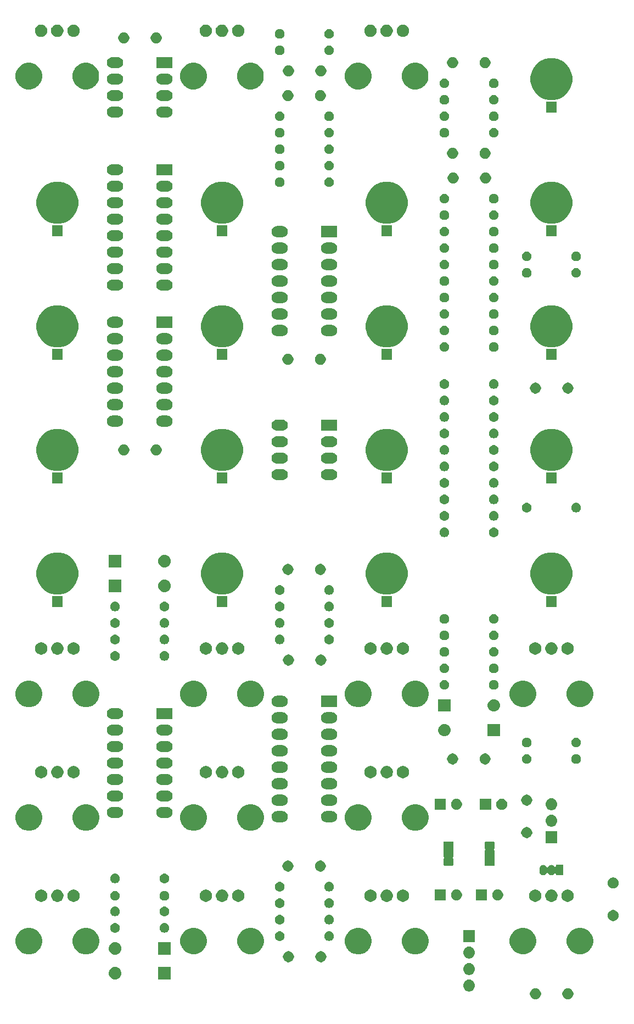
<source format=gbr>
G04 #@! TF.GenerationSoftware,KiCad,Pcbnew,(5.1.2)-2*
G04 #@! TF.CreationDate,2019-08-06T23:19:59+02:00*
G04 #@! TF.ProjectId,Benjolin_Kicad,42656e6a-6f6c-4696-9e5f-4b696361642e,rev?*
G04 #@! TF.SameCoordinates,Original*
G04 #@! TF.FileFunction,Soldermask,Top*
G04 #@! TF.FilePolarity,Negative*
%FSLAX46Y46*%
G04 Gerber Fmt 4.6, Leading zero omitted, Abs format (unit mm)*
G04 Created by KiCad (PCBNEW (5.1.2)-2) date 2019-08-06 23:19:59*
%MOMM*%
%LPD*%
G04 APERTURE LIST*
%ADD10C,0.100000*%
G04 APERTURE END LIST*
D10*
G36*
X269488228Y-162376703D02*
G01*
X269643100Y-162440853D01*
X269782481Y-162533985D01*
X269901015Y-162652519D01*
X269994147Y-162791900D01*
X270058297Y-162946772D01*
X270091000Y-163111184D01*
X270091000Y-163278816D01*
X270058297Y-163443228D01*
X269994147Y-163598100D01*
X269901015Y-163737481D01*
X269782481Y-163856015D01*
X269643100Y-163949147D01*
X269488228Y-164013297D01*
X269323816Y-164046000D01*
X269156184Y-164046000D01*
X268991772Y-164013297D01*
X268836900Y-163949147D01*
X268697519Y-163856015D01*
X268578985Y-163737481D01*
X268485853Y-163598100D01*
X268421703Y-163443228D01*
X268389000Y-163278816D01*
X268389000Y-163111184D01*
X268421703Y-162946772D01*
X268485853Y-162791900D01*
X268578985Y-162652519D01*
X268697519Y-162533985D01*
X268836900Y-162440853D01*
X268991772Y-162376703D01*
X269156184Y-162344000D01*
X269323816Y-162344000D01*
X269488228Y-162376703D01*
X269488228Y-162376703D01*
G37*
G36*
X264488228Y-162376703D02*
G01*
X264643100Y-162440853D01*
X264782481Y-162533985D01*
X264901015Y-162652519D01*
X264994147Y-162791900D01*
X265058297Y-162946772D01*
X265091000Y-163111184D01*
X265091000Y-163278816D01*
X265058297Y-163443228D01*
X264994147Y-163598100D01*
X264901015Y-163737481D01*
X264782481Y-163856015D01*
X264643100Y-163949147D01*
X264488228Y-164013297D01*
X264323816Y-164046000D01*
X264156184Y-164046000D01*
X263991772Y-164013297D01*
X263836900Y-163949147D01*
X263697519Y-163856015D01*
X263578985Y-163737481D01*
X263485853Y-163598100D01*
X263421703Y-163443228D01*
X263389000Y-163278816D01*
X263389000Y-163111184D01*
X263421703Y-162946772D01*
X263485853Y-162791900D01*
X263578985Y-162652519D01*
X263697519Y-162533985D01*
X263836900Y-162440853D01*
X263991772Y-162376703D01*
X264156184Y-162344000D01*
X264323816Y-162344000D01*
X264488228Y-162376703D01*
X264488228Y-162376703D01*
G37*
G36*
X254110442Y-161030518D02*
G01*
X254176627Y-161037037D01*
X254346466Y-161088557D01*
X254502991Y-161172222D01*
X254538729Y-161201552D01*
X254640186Y-161284814D01*
X254723448Y-161386271D01*
X254752778Y-161422009D01*
X254836443Y-161578534D01*
X254887963Y-161748373D01*
X254905359Y-161925000D01*
X254887963Y-162101627D01*
X254836443Y-162271466D01*
X254752778Y-162427991D01*
X254742223Y-162440852D01*
X254640186Y-162565186D01*
X254538729Y-162648448D01*
X254502991Y-162677778D01*
X254346466Y-162761443D01*
X254176627Y-162812963D01*
X254110442Y-162819482D01*
X254044260Y-162826000D01*
X253955740Y-162826000D01*
X253889558Y-162819482D01*
X253823373Y-162812963D01*
X253653534Y-162761443D01*
X253497009Y-162677778D01*
X253461271Y-162648448D01*
X253359814Y-162565186D01*
X253257777Y-162440852D01*
X253247222Y-162427991D01*
X253163557Y-162271466D01*
X253112037Y-162101627D01*
X253094641Y-161925000D01*
X253112037Y-161748373D01*
X253163557Y-161578534D01*
X253247222Y-161422009D01*
X253276552Y-161386271D01*
X253359814Y-161284814D01*
X253461271Y-161201552D01*
X253497009Y-161172222D01*
X253653534Y-161088557D01*
X253823373Y-161037037D01*
X253889558Y-161030518D01*
X253955740Y-161024000D01*
X254044260Y-161024000D01*
X254110442Y-161030518D01*
X254110442Y-161030518D01*
G37*
G36*
X199576425Y-159082760D02*
G01*
X199576428Y-159082761D01*
X199576429Y-159082761D01*
X199755693Y-159137140D01*
X199755696Y-159137142D01*
X199755697Y-159137142D01*
X199920903Y-159225446D01*
X200065712Y-159344288D01*
X200184554Y-159489097D01*
X200272858Y-159654303D01*
X200272860Y-159654307D01*
X200296266Y-159731468D01*
X200327240Y-159833575D01*
X200345601Y-160020000D01*
X200327240Y-160206425D01*
X200327239Y-160206428D01*
X200327239Y-160206429D01*
X200272860Y-160385693D01*
X200272858Y-160385696D01*
X200272858Y-160385697D01*
X200184554Y-160550903D01*
X200065712Y-160695712D01*
X199920903Y-160814554D01*
X199755697Y-160902858D01*
X199755693Y-160902860D01*
X199576429Y-160957239D01*
X199576428Y-160957239D01*
X199576425Y-160957240D01*
X199436718Y-160971000D01*
X199343282Y-160971000D01*
X199203575Y-160957240D01*
X199203572Y-160957239D01*
X199203571Y-160957239D01*
X199024307Y-160902860D01*
X199024303Y-160902858D01*
X198859097Y-160814554D01*
X198714288Y-160695712D01*
X198595446Y-160550903D01*
X198507142Y-160385697D01*
X198507142Y-160385696D01*
X198507140Y-160385693D01*
X198452761Y-160206429D01*
X198452761Y-160206428D01*
X198452760Y-160206425D01*
X198434399Y-160020000D01*
X198452760Y-159833575D01*
X198483734Y-159731468D01*
X198507140Y-159654307D01*
X198507142Y-159654303D01*
X198595446Y-159489097D01*
X198714288Y-159344288D01*
X198859097Y-159225446D01*
X199024303Y-159137142D01*
X199024304Y-159137142D01*
X199024307Y-159137140D01*
X199203571Y-159082761D01*
X199203572Y-159082761D01*
X199203575Y-159082760D01*
X199343282Y-159069000D01*
X199436718Y-159069000D01*
X199576425Y-159082760D01*
X199576425Y-159082760D01*
G37*
G36*
X207961000Y-160971000D02*
G01*
X206059000Y-160971000D01*
X206059000Y-159069000D01*
X207961000Y-159069000D01*
X207961000Y-160971000D01*
X207961000Y-160971000D01*
G37*
G36*
X254110442Y-158490518D02*
G01*
X254176627Y-158497037D01*
X254346466Y-158548557D01*
X254502991Y-158632222D01*
X254538729Y-158661552D01*
X254640186Y-158744814D01*
X254723448Y-158846271D01*
X254752778Y-158882009D01*
X254836443Y-159038534D01*
X254887963Y-159208373D01*
X254905359Y-159385000D01*
X254887963Y-159561627D01*
X254836443Y-159731466D01*
X254752778Y-159887991D01*
X254723448Y-159923729D01*
X254640186Y-160025186D01*
X254538729Y-160108448D01*
X254502991Y-160137778D01*
X254502989Y-160137779D01*
X254374563Y-160206425D01*
X254346466Y-160221443D01*
X254176627Y-160272963D01*
X254110443Y-160279481D01*
X254044260Y-160286000D01*
X253955740Y-160286000D01*
X253889557Y-160279481D01*
X253823373Y-160272963D01*
X253653534Y-160221443D01*
X253625438Y-160206425D01*
X253497011Y-160137779D01*
X253497009Y-160137778D01*
X253461271Y-160108448D01*
X253359814Y-160025186D01*
X253276552Y-159923729D01*
X253247222Y-159887991D01*
X253163557Y-159731466D01*
X253112037Y-159561627D01*
X253094641Y-159385000D01*
X253112037Y-159208373D01*
X253163557Y-159038534D01*
X253247222Y-158882009D01*
X253276552Y-158846271D01*
X253359814Y-158744814D01*
X253461271Y-158661552D01*
X253497009Y-158632222D01*
X253653534Y-158548557D01*
X253823373Y-158497037D01*
X253889558Y-158490518D01*
X253955740Y-158484000D01*
X254044260Y-158484000D01*
X254110442Y-158490518D01*
X254110442Y-158490518D01*
G37*
G36*
X231388228Y-156661703D02*
G01*
X231543100Y-156725853D01*
X231682481Y-156818985D01*
X231801015Y-156937519D01*
X231894147Y-157076900D01*
X231958297Y-157231772D01*
X231991000Y-157396184D01*
X231991000Y-157563816D01*
X231958297Y-157728228D01*
X231894147Y-157883100D01*
X231801015Y-158022481D01*
X231682481Y-158141015D01*
X231543100Y-158234147D01*
X231388228Y-158298297D01*
X231223816Y-158331000D01*
X231056184Y-158331000D01*
X230891772Y-158298297D01*
X230736900Y-158234147D01*
X230597519Y-158141015D01*
X230478985Y-158022481D01*
X230385853Y-157883100D01*
X230321703Y-157728228D01*
X230289000Y-157563816D01*
X230289000Y-157396184D01*
X230321703Y-157231772D01*
X230385853Y-157076900D01*
X230478985Y-156937519D01*
X230597519Y-156818985D01*
X230736900Y-156725853D01*
X230891772Y-156661703D01*
X231056184Y-156629000D01*
X231223816Y-156629000D01*
X231388228Y-156661703D01*
X231388228Y-156661703D01*
G37*
G36*
X226388228Y-156661703D02*
G01*
X226543100Y-156725853D01*
X226682481Y-156818985D01*
X226801015Y-156937519D01*
X226894147Y-157076900D01*
X226958297Y-157231772D01*
X226991000Y-157396184D01*
X226991000Y-157563816D01*
X226958297Y-157728228D01*
X226894147Y-157883100D01*
X226801015Y-158022481D01*
X226682481Y-158141015D01*
X226543100Y-158234147D01*
X226388228Y-158298297D01*
X226223816Y-158331000D01*
X226056184Y-158331000D01*
X225891772Y-158298297D01*
X225736900Y-158234147D01*
X225597519Y-158141015D01*
X225478985Y-158022481D01*
X225385853Y-157883100D01*
X225321703Y-157728228D01*
X225289000Y-157563816D01*
X225289000Y-157396184D01*
X225321703Y-157231772D01*
X225385853Y-157076900D01*
X225478985Y-156937519D01*
X225597519Y-156818985D01*
X225736900Y-156725853D01*
X225891772Y-156661703D01*
X226056184Y-156629000D01*
X226223816Y-156629000D01*
X226388228Y-156661703D01*
X226388228Y-156661703D01*
G37*
G36*
X254110442Y-155950518D02*
G01*
X254176627Y-155957037D01*
X254346466Y-156008557D01*
X254346468Y-156008558D01*
X254411564Y-156043353D01*
X254502991Y-156092222D01*
X254538729Y-156121552D01*
X254640186Y-156204814D01*
X254723448Y-156306271D01*
X254752778Y-156342009D01*
X254836443Y-156498534D01*
X254887963Y-156668373D01*
X254905359Y-156845000D01*
X254887963Y-157021627D01*
X254836443Y-157191466D01*
X254752778Y-157347991D01*
X254723448Y-157383729D01*
X254640186Y-157485186D01*
X254544375Y-157563815D01*
X254502991Y-157597778D01*
X254346466Y-157681443D01*
X254176627Y-157732963D01*
X254110442Y-157739482D01*
X254044260Y-157746000D01*
X253955740Y-157746000D01*
X253889558Y-157739482D01*
X253823373Y-157732963D01*
X253653534Y-157681443D01*
X253497009Y-157597778D01*
X253455625Y-157563815D01*
X253359814Y-157485186D01*
X253276552Y-157383729D01*
X253247222Y-157347991D01*
X253163557Y-157191466D01*
X253112037Y-157021627D01*
X253094641Y-156845000D01*
X253112037Y-156668373D01*
X253163557Y-156498534D01*
X253247222Y-156342009D01*
X253276552Y-156306271D01*
X253359814Y-156204814D01*
X253461271Y-156121552D01*
X253497009Y-156092222D01*
X253588436Y-156043353D01*
X253653532Y-156008558D01*
X253653534Y-156008557D01*
X253823373Y-155957037D01*
X253889558Y-155950518D01*
X253955740Y-155944000D01*
X254044260Y-155944000D01*
X254110442Y-155950518D01*
X254110442Y-155950518D01*
G37*
G36*
X199576425Y-155272760D02*
G01*
X199576428Y-155272761D01*
X199576429Y-155272761D01*
X199755693Y-155327140D01*
X199755696Y-155327142D01*
X199755697Y-155327142D01*
X199920903Y-155415446D01*
X200065712Y-155534288D01*
X200184554Y-155679097D01*
X200272858Y-155844303D01*
X200272860Y-155844307D01*
X200322685Y-156008558D01*
X200327240Y-156023575D01*
X200345601Y-156210000D01*
X200327240Y-156396425D01*
X200327239Y-156396428D01*
X200327239Y-156396429D01*
X200272860Y-156575693D01*
X200272858Y-156575696D01*
X200272858Y-156575697D01*
X200184554Y-156740903D01*
X200065712Y-156885712D01*
X199920903Y-157004554D01*
X199755697Y-157092858D01*
X199755693Y-157092860D01*
X199576429Y-157147239D01*
X199576428Y-157147239D01*
X199576425Y-157147240D01*
X199436718Y-157161000D01*
X199343282Y-157161000D01*
X199203575Y-157147240D01*
X199203572Y-157147239D01*
X199203571Y-157147239D01*
X199024307Y-157092860D01*
X199024303Y-157092858D01*
X198859097Y-157004554D01*
X198714288Y-156885712D01*
X198595446Y-156740903D01*
X198507142Y-156575697D01*
X198507142Y-156575696D01*
X198507140Y-156575693D01*
X198452761Y-156396429D01*
X198452761Y-156396428D01*
X198452760Y-156396425D01*
X198434399Y-156210000D01*
X198452760Y-156023575D01*
X198457315Y-156008558D01*
X198507140Y-155844307D01*
X198507142Y-155844303D01*
X198595446Y-155679097D01*
X198714288Y-155534288D01*
X198859097Y-155415446D01*
X199024303Y-155327142D01*
X199024304Y-155327142D01*
X199024307Y-155327140D01*
X199203571Y-155272761D01*
X199203572Y-155272761D01*
X199203575Y-155272760D01*
X199343282Y-155259000D01*
X199436718Y-155259000D01*
X199576425Y-155272760D01*
X199576425Y-155272760D01*
G37*
G36*
X207961000Y-157161000D02*
G01*
X206059000Y-157161000D01*
X206059000Y-155259000D01*
X207961000Y-155259000D01*
X207961000Y-157161000D01*
X207961000Y-157161000D01*
G37*
G36*
X246298894Y-153104738D02*
G01*
X246666021Y-153256807D01*
X246672153Y-153259347D01*
X247008076Y-153483804D01*
X247293756Y-153769484D01*
X247516516Y-154102867D01*
X247518214Y-154105409D01*
X247672822Y-154478666D01*
X247751640Y-154874913D01*
X247751640Y-155278927D01*
X247672822Y-155675174D01*
X247520318Y-156043351D01*
X247518213Y-156048433D01*
X247293756Y-156384356D01*
X247008076Y-156670036D01*
X246672153Y-156894493D01*
X246672152Y-156894494D01*
X246672151Y-156894494D01*
X246298894Y-157049102D01*
X245902647Y-157127920D01*
X245498633Y-157127920D01*
X245102386Y-157049102D01*
X244729129Y-156894494D01*
X244729128Y-156894494D01*
X244729127Y-156894493D01*
X244393204Y-156670036D01*
X244107524Y-156384356D01*
X243883067Y-156048433D01*
X243880962Y-156043351D01*
X243728458Y-155675174D01*
X243649640Y-155278927D01*
X243649640Y-154874913D01*
X243728458Y-154478666D01*
X243883066Y-154105409D01*
X243884765Y-154102867D01*
X244107524Y-153769484D01*
X244393204Y-153483804D01*
X244729127Y-153259347D01*
X244735259Y-153256807D01*
X245102386Y-153104738D01*
X245498633Y-153025920D01*
X245902647Y-153025920D01*
X246298894Y-153104738D01*
X246298894Y-153104738D01*
G37*
G36*
X237498894Y-153104738D02*
G01*
X237866021Y-153256807D01*
X237872153Y-153259347D01*
X238208076Y-153483804D01*
X238493756Y-153769484D01*
X238716516Y-154102867D01*
X238718214Y-154105409D01*
X238872822Y-154478666D01*
X238951640Y-154874913D01*
X238951640Y-155278927D01*
X238872822Y-155675174D01*
X238720318Y-156043351D01*
X238718213Y-156048433D01*
X238493756Y-156384356D01*
X238208076Y-156670036D01*
X237872153Y-156894493D01*
X237872152Y-156894494D01*
X237872151Y-156894494D01*
X237498894Y-157049102D01*
X237102647Y-157127920D01*
X236698633Y-157127920D01*
X236302386Y-157049102D01*
X235929129Y-156894494D01*
X235929128Y-156894494D01*
X235929127Y-156894493D01*
X235593204Y-156670036D01*
X235307524Y-156384356D01*
X235083067Y-156048433D01*
X235080962Y-156043351D01*
X234928458Y-155675174D01*
X234849640Y-155278927D01*
X234849640Y-154874913D01*
X234928458Y-154478666D01*
X235083066Y-154105409D01*
X235084765Y-154102867D01*
X235307524Y-153769484D01*
X235593204Y-153483804D01*
X235929127Y-153259347D01*
X235935259Y-153256807D01*
X236302386Y-153104738D01*
X236698633Y-153025920D01*
X237102647Y-153025920D01*
X237498894Y-153104738D01*
X237498894Y-153104738D01*
G37*
G36*
X186696354Y-153102198D02*
G01*
X187063481Y-153254267D01*
X187069613Y-153256807D01*
X187405536Y-153481264D01*
X187691216Y-153766944D01*
X187913976Y-154100327D01*
X187915674Y-154102869D01*
X188070282Y-154476126D01*
X188149100Y-154872373D01*
X188149100Y-155276387D01*
X188070282Y-155672634D01*
X187916726Y-156043351D01*
X187915673Y-156045893D01*
X187691216Y-156381816D01*
X187405536Y-156667496D01*
X187069613Y-156891953D01*
X187069612Y-156891954D01*
X187069611Y-156891954D01*
X186696354Y-157046562D01*
X186300107Y-157125380D01*
X185896093Y-157125380D01*
X185499846Y-157046562D01*
X185126589Y-156891954D01*
X185126588Y-156891954D01*
X185126587Y-156891953D01*
X184790664Y-156667496D01*
X184504984Y-156381816D01*
X184280527Y-156045893D01*
X184279474Y-156043351D01*
X184125918Y-155672634D01*
X184047100Y-155276387D01*
X184047100Y-154872373D01*
X184125918Y-154476126D01*
X184280526Y-154102869D01*
X184282225Y-154100327D01*
X184504984Y-153766944D01*
X184790664Y-153481264D01*
X185126587Y-153256807D01*
X185132719Y-153254267D01*
X185499846Y-153102198D01*
X185896093Y-153023380D01*
X186300107Y-153023380D01*
X186696354Y-153102198D01*
X186696354Y-153102198D01*
G37*
G36*
X195496354Y-153102198D02*
G01*
X195863481Y-153254267D01*
X195869613Y-153256807D01*
X196205536Y-153481264D01*
X196491216Y-153766944D01*
X196713976Y-154100327D01*
X196715674Y-154102869D01*
X196870282Y-154476126D01*
X196949100Y-154872373D01*
X196949100Y-155276387D01*
X196870282Y-155672634D01*
X196716726Y-156043351D01*
X196715673Y-156045893D01*
X196491216Y-156381816D01*
X196205536Y-156667496D01*
X195869613Y-156891953D01*
X195869612Y-156891954D01*
X195869611Y-156891954D01*
X195496354Y-157046562D01*
X195100107Y-157125380D01*
X194696093Y-157125380D01*
X194299846Y-157046562D01*
X193926589Y-156891954D01*
X193926588Y-156891954D01*
X193926587Y-156891953D01*
X193590664Y-156667496D01*
X193304984Y-156381816D01*
X193080527Y-156045893D01*
X193079474Y-156043351D01*
X192925918Y-155672634D01*
X192847100Y-155276387D01*
X192847100Y-154872373D01*
X192925918Y-154476126D01*
X193080526Y-154102869D01*
X193082225Y-154100327D01*
X193304984Y-153766944D01*
X193590664Y-153481264D01*
X193926587Y-153256807D01*
X193932719Y-153254267D01*
X194299846Y-153102198D01*
X194696093Y-153023380D01*
X195100107Y-153023380D01*
X195496354Y-153102198D01*
X195496354Y-153102198D01*
G37*
G36*
X262898894Y-153099658D02*
G01*
X263271651Y-153254059D01*
X263272153Y-153254267D01*
X263608076Y-153478724D01*
X263893756Y-153764404D01*
X264108601Y-154085941D01*
X264118214Y-154100329D01*
X264272822Y-154473586D01*
X264351640Y-154869833D01*
X264351640Y-155273847D01*
X264272822Y-155670094D01*
X264153966Y-155957037D01*
X264118213Y-156043353D01*
X263893756Y-156379276D01*
X263608076Y-156664956D01*
X263272153Y-156889413D01*
X263272152Y-156889414D01*
X263272151Y-156889414D01*
X262898894Y-157044022D01*
X262502647Y-157122840D01*
X262098633Y-157122840D01*
X261702386Y-157044022D01*
X261329129Y-156889414D01*
X261329128Y-156889414D01*
X261329127Y-156889413D01*
X260993204Y-156664956D01*
X260707524Y-156379276D01*
X260483067Y-156043353D01*
X260447314Y-155957037D01*
X260328458Y-155670094D01*
X260249640Y-155273847D01*
X260249640Y-154869833D01*
X260328458Y-154473586D01*
X260483066Y-154100329D01*
X260492680Y-154085941D01*
X260707524Y-153764404D01*
X260993204Y-153478724D01*
X261329127Y-153254267D01*
X261329629Y-153254059D01*
X261702386Y-153099658D01*
X262098633Y-153020840D01*
X262502647Y-153020840D01*
X262898894Y-153099658D01*
X262898894Y-153099658D01*
G37*
G36*
X271698894Y-153099658D02*
G01*
X272071651Y-153254059D01*
X272072153Y-153254267D01*
X272408076Y-153478724D01*
X272693756Y-153764404D01*
X272908601Y-154085941D01*
X272918214Y-154100329D01*
X273072822Y-154473586D01*
X273151640Y-154869833D01*
X273151640Y-155273847D01*
X273072822Y-155670094D01*
X272953966Y-155957037D01*
X272918213Y-156043353D01*
X272693756Y-156379276D01*
X272408076Y-156664956D01*
X272072153Y-156889413D01*
X272072152Y-156889414D01*
X272072151Y-156889414D01*
X271698894Y-157044022D01*
X271302647Y-157122840D01*
X270898633Y-157122840D01*
X270502386Y-157044022D01*
X270129129Y-156889414D01*
X270129128Y-156889414D01*
X270129127Y-156889413D01*
X269793204Y-156664956D01*
X269507524Y-156379276D01*
X269283067Y-156043353D01*
X269247314Y-155957037D01*
X269128458Y-155670094D01*
X269049640Y-155273847D01*
X269049640Y-154869833D01*
X269128458Y-154473586D01*
X269283066Y-154100329D01*
X269292680Y-154085941D01*
X269507524Y-153764404D01*
X269793204Y-153478724D01*
X270129127Y-153254267D01*
X270129629Y-153254059D01*
X270502386Y-153099658D01*
X270898633Y-153020840D01*
X271302647Y-153020840D01*
X271698894Y-153099658D01*
X271698894Y-153099658D01*
G37*
G36*
X220898894Y-153099658D02*
G01*
X221271651Y-153254059D01*
X221272153Y-153254267D01*
X221608076Y-153478724D01*
X221893756Y-153764404D01*
X222108601Y-154085941D01*
X222118214Y-154100329D01*
X222272822Y-154473586D01*
X222351640Y-154869833D01*
X222351640Y-155273847D01*
X222272822Y-155670094D01*
X222153966Y-155957037D01*
X222118213Y-156043353D01*
X221893756Y-156379276D01*
X221608076Y-156664956D01*
X221272153Y-156889413D01*
X221272152Y-156889414D01*
X221272151Y-156889414D01*
X220898894Y-157044022D01*
X220502647Y-157122840D01*
X220098633Y-157122840D01*
X219702386Y-157044022D01*
X219329129Y-156889414D01*
X219329128Y-156889414D01*
X219329127Y-156889413D01*
X218993204Y-156664956D01*
X218707524Y-156379276D01*
X218483067Y-156043353D01*
X218447314Y-155957037D01*
X218328458Y-155670094D01*
X218249640Y-155273847D01*
X218249640Y-154869833D01*
X218328458Y-154473586D01*
X218483066Y-154100329D01*
X218492680Y-154085941D01*
X218707524Y-153764404D01*
X218993204Y-153478724D01*
X219329127Y-153254267D01*
X219329629Y-153254059D01*
X219702386Y-153099658D01*
X220098633Y-153020840D01*
X220502647Y-153020840D01*
X220898894Y-153099658D01*
X220898894Y-153099658D01*
G37*
G36*
X212098894Y-153099658D02*
G01*
X212471651Y-153254059D01*
X212472153Y-153254267D01*
X212808076Y-153478724D01*
X213093756Y-153764404D01*
X213308601Y-154085941D01*
X213318214Y-154100329D01*
X213472822Y-154473586D01*
X213551640Y-154869833D01*
X213551640Y-155273847D01*
X213472822Y-155670094D01*
X213353966Y-155957037D01*
X213318213Y-156043353D01*
X213093756Y-156379276D01*
X212808076Y-156664956D01*
X212472153Y-156889413D01*
X212472152Y-156889414D01*
X212472151Y-156889414D01*
X212098894Y-157044022D01*
X211702647Y-157122840D01*
X211298633Y-157122840D01*
X210902386Y-157044022D01*
X210529129Y-156889414D01*
X210529128Y-156889414D01*
X210529127Y-156889413D01*
X210193204Y-156664956D01*
X209907524Y-156379276D01*
X209683067Y-156043353D01*
X209647314Y-155957037D01*
X209528458Y-155670094D01*
X209449640Y-155273847D01*
X209449640Y-154869833D01*
X209528458Y-154473586D01*
X209683066Y-154100329D01*
X209692680Y-154085941D01*
X209907524Y-153764404D01*
X210193204Y-153478724D01*
X210529127Y-153254267D01*
X210529629Y-153254059D01*
X210902386Y-153099658D01*
X211298633Y-153020840D01*
X211702647Y-153020840D01*
X212098894Y-153099658D01*
X212098894Y-153099658D01*
G37*
G36*
X254901000Y-155206000D02*
G01*
X253099000Y-155206000D01*
X253099000Y-153404000D01*
X254901000Y-153404000D01*
X254901000Y-155206000D01*
X254901000Y-155206000D01*
G37*
G36*
X224863665Y-153557622D02*
G01*
X224937222Y-153564867D01*
X225078786Y-153607810D01*
X225209252Y-153677546D01*
X225237256Y-153700528D01*
X225323607Y-153771393D01*
X225393008Y-153855960D01*
X225417454Y-153885748D01*
X225487190Y-154016214D01*
X225530133Y-154157778D01*
X225544633Y-154305000D01*
X225530133Y-154452222D01*
X225487190Y-154593786D01*
X225417454Y-154724252D01*
X225393008Y-154754040D01*
X225323607Y-154838607D01*
X225263004Y-154888341D01*
X225209252Y-154932454D01*
X225078786Y-155002190D01*
X224937222Y-155045133D01*
X224863665Y-155052378D01*
X224826888Y-155056000D01*
X224753112Y-155056000D01*
X224716335Y-155052378D01*
X224642778Y-155045133D01*
X224501214Y-155002190D01*
X224370748Y-154932454D01*
X224316996Y-154888341D01*
X224256393Y-154838607D01*
X224186992Y-154754040D01*
X224162546Y-154724252D01*
X224092810Y-154593786D01*
X224049867Y-154452222D01*
X224035367Y-154305000D01*
X224049867Y-154157778D01*
X224092810Y-154016214D01*
X224162546Y-153885748D01*
X224186992Y-153855960D01*
X224256393Y-153771393D01*
X224342744Y-153700528D01*
X224370748Y-153677546D01*
X224501214Y-153607810D01*
X224642778Y-153564867D01*
X224716335Y-153557622D01*
X224753112Y-153554000D01*
X224826888Y-153554000D01*
X224863665Y-153557622D01*
X224863665Y-153557622D01*
G37*
G36*
X232629059Y-153582860D02*
G01*
X232714718Y-153618341D01*
X232765732Y-153639472D01*
X232888735Y-153721660D01*
X232993340Y-153826265D01*
X233075528Y-153949268D01*
X233075529Y-153949270D01*
X233132140Y-154085941D01*
X233161000Y-154231032D01*
X233161000Y-154378968D01*
X233141674Y-154476126D01*
X233132140Y-154524059D01*
X233075528Y-154660732D01*
X232993340Y-154783735D01*
X232888735Y-154888340D01*
X232765732Y-154970528D01*
X232765731Y-154970529D01*
X232765730Y-154970529D01*
X232629059Y-155027140D01*
X232483968Y-155056000D01*
X232336032Y-155056000D01*
X232190941Y-155027140D01*
X232054270Y-154970529D01*
X232054269Y-154970529D01*
X232054268Y-154970528D01*
X231931265Y-154888340D01*
X231826660Y-154783735D01*
X231744472Y-154660732D01*
X231687860Y-154524059D01*
X231678326Y-154476126D01*
X231659000Y-154378968D01*
X231659000Y-154231032D01*
X231687860Y-154085941D01*
X231744471Y-153949270D01*
X231744472Y-153949268D01*
X231826660Y-153826265D01*
X231931265Y-153721660D01*
X232054268Y-153639472D01*
X232105283Y-153618341D01*
X232190941Y-153582860D01*
X232336032Y-153554000D01*
X232483968Y-153554000D01*
X232629059Y-153582860D01*
X232629059Y-153582860D01*
G37*
G36*
X199463665Y-152287622D02*
G01*
X199537222Y-152294867D01*
X199678786Y-152337810D01*
X199809252Y-152407546D01*
X199837256Y-152430528D01*
X199923607Y-152501393D01*
X199993008Y-152585960D01*
X200017454Y-152615748D01*
X200087190Y-152746214D01*
X200130133Y-152887778D01*
X200144633Y-153035000D01*
X200130133Y-153182222D01*
X200087190Y-153323786D01*
X200017454Y-153454252D01*
X199997370Y-153478724D01*
X199923607Y-153568607D01*
X199863004Y-153618341D01*
X199809252Y-153662454D01*
X199678786Y-153732190D01*
X199537222Y-153775133D01*
X199463665Y-153782378D01*
X199426888Y-153786000D01*
X199353112Y-153786000D01*
X199316335Y-153782378D01*
X199242778Y-153775133D01*
X199101214Y-153732190D01*
X198970748Y-153662454D01*
X198916996Y-153618341D01*
X198856393Y-153568607D01*
X198782630Y-153478724D01*
X198762546Y-153454252D01*
X198692810Y-153323786D01*
X198649867Y-153182222D01*
X198635367Y-153035000D01*
X198649867Y-152887778D01*
X198692810Y-152746214D01*
X198762546Y-152615748D01*
X198786992Y-152585960D01*
X198856393Y-152501393D01*
X198942744Y-152430528D01*
X198970748Y-152407546D01*
X199101214Y-152337810D01*
X199242778Y-152294867D01*
X199316335Y-152287622D01*
X199353112Y-152284000D01*
X199426888Y-152284000D01*
X199463665Y-152287622D01*
X199463665Y-152287622D01*
G37*
G36*
X207229059Y-152312860D02*
G01*
X207314718Y-152348341D01*
X207365732Y-152369472D01*
X207488735Y-152451660D01*
X207593340Y-152556265D01*
X207675528Y-152679268D01*
X207732140Y-152815941D01*
X207761000Y-152961033D01*
X207761000Y-153108967D01*
X207732140Y-153254059D01*
X207675528Y-153390732D01*
X207593340Y-153513735D01*
X207488735Y-153618340D01*
X207365732Y-153700528D01*
X207365731Y-153700529D01*
X207365730Y-153700529D01*
X207229059Y-153757140D01*
X207083968Y-153786000D01*
X206936032Y-153786000D01*
X206790941Y-153757140D01*
X206654270Y-153700529D01*
X206654269Y-153700529D01*
X206654268Y-153700528D01*
X206531265Y-153618340D01*
X206426660Y-153513735D01*
X206344472Y-153390732D01*
X206287860Y-153254059D01*
X206259000Y-153108967D01*
X206259000Y-152961033D01*
X206287860Y-152815941D01*
X206344472Y-152679268D01*
X206426660Y-152556265D01*
X206531265Y-152451660D01*
X206654268Y-152369472D01*
X206705283Y-152348341D01*
X206790941Y-152312860D01*
X206936032Y-152284000D01*
X207083968Y-152284000D01*
X207229059Y-152312860D01*
X207229059Y-152312860D01*
G37*
G36*
X224863665Y-151017622D02*
G01*
X224937222Y-151024867D01*
X225078786Y-151067810D01*
X225209252Y-151137546D01*
X225237256Y-151160528D01*
X225323607Y-151231393D01*
X225393008Y-151315960D01*
X225417454Y-151345748D01*
X225487190Y-151476214D01*
X225530133Y-151617778D01*
X225544633Y-151765000D01*
X225530133Y-151912222D01*
X225487190Y-152053786D01*
X225417454Y-152184252D01*
X225393008Y-152214040D01*
X225323607Y-152298607D01*
X225263004Y-152348341D01*
X225209252Y-152392454D01*
X225078786Y-152462190D01*
X224937222Y-152505133D01*
X224863665Y-152512378D01*
X224826888Y-152516000D01*
X224753112Y-152516000D01*
X224716335Y-152512378D01*
X224642778Y-152505133D01*
X224501214Y-152462190D01*
X224370748Y-152392454D01*
X224316996Y-152348341D01*
X224256393Y-152298607D01*
X224186992Y-152214040D01*
X224162546Y-152184252D01*
X224092810Y-152053786D01*
X224049867Y-151912222D01*
X224035367Y-151765000D01*
X224049867Y-151617778D01*
X224092810Y-151476214D01*
X224162546Y-151345748D01*
X224186992Y-151315960D01*
X224256393Y-151231393D01*
X224342744Y-151160528D01*
X224370748Y-151137546D01*
X224501214Y-151067810D01*
X224642778Y-151024867D01*
X224716335Y-151017622D01*
X224753112Y-151014000D01*
X224826888Y-151014000D01*
X224863665Y-151017622D01*
X224863665Y-151017622D01*
G37*
G36*
X232629059Y-151042860D02*
G01*
X232714718Y-151078341D01*
X232765732Y-151099472D01*
X232888735Y-151181660D01*
X232993340Y-151286265D01*
X233075528Y-151409268D01*
X233132140Y-151545941D01*
X233161000Y-151691033D01*
X233161000Y-151838967D01*
X233132140Y-151984059D01*
X233075528Y-152120732D01*
X232993340Y-152243735D01*
X232888735Y-152348340D01*
X232765732Y-152430528D01*
X232765731Y-152430529D01*
X232765730Y-152430529D01*
X232629059Y-152487140D01*
X232483968Y-152516000D01*
X232336032Y-152516000D01*
X232190941Y-152487140D01*
X232054270Y-152430529D01*
X232054269Y-152430529D01*
X232054268Y-152430528D01*
X231931265Y-152348340D01*
X231826660Y-152243735D01*
X231744472Y-152120732D01*
X231687860Y-151984059D01*
X231659000Y-151838967D01*
X231659000Y-151691033D01*
X231687860Y-151545941D01*
X231744472Y-151409268D01*
X231826660Y-151286265D01*
X231931265Y-151181660D01*
X232054268Y-151099472D01*
X232105283Y-151078341D01*
X232190941Y-151042860D01*
X232336032Y-151014000D01*
X232483968Y-151014000D01*
X232629059Y-151042860D01*
X232629059Y-151042860D01*
G37*
G36*
X276473228Y-150311703D02*
G01*
X276628100Y-150375853D01*
X276767481Y-150468985D01*
X276886015Y-150587519D01*
X276979147Y-150726900D01*
X277043297Y-150881772D01*
X277076000Y-151046184D01*
X277076000Y-151213816D01*
X277043297Y-151378228D01*
X276979147Y-151533100D01*
X276886015Y-151672481D01*
X276767481Y-151791015D01*
X276628100Y-151884147D01*
X276473228Y-151948297D01*
X276308816Y-151981000D01*
X276141184Y-151981000D01*
X275976772Y-151948297D01*
X275821900Y-151884147D01*
X275682519Y-151791015D01*
X275563985Y-151672481D01*
X275470853Y-151533100D01*
X275406703Y-151378228D01*
X275374000Y-151213816D01*
X275374000Y-151046184D01*
X275406703Y-150881772D01*
X275470853Y-150726900D01*
X275563985Y-150587519D01*
X275682519Y-150468985D01*
X275821900Y-150375853D01*
X275976772Y-150311703D01*
X276141184Y-150279000D01*
X276308816Y-150279000D01*
X276473228Y-150311703D01*
X276473228Y-150311703D01*
G37*
G36*
X199609059Y-149772860D02*
G01*
X199694718Y-149808341D01*
X199745732Y-149829472D01*
X199868735Y-149911660D01*
X199973340Y-150016265D01*
X200055528Y-150139268D01*
X200112140Y-150275941D01*
X200141000Y-150421033D01*
X200141000Y-150568967D01*
X200112140Y-150714059D01*
X200055528Y-150850732D01*
X199973340Y-150973735D01*
X199868735Y-151078340D01*
X199745732Y-151160528D01*
X199745731Y-151160529D01*
X199745730Y-151160529D01*
X199609059Y-151217140D01*
X199463968Y-151246000D01*
X199316032Y-151246000D01*
X199170941Y-151217140D01*
X199034270Y-151160529D01*
X199034269Y-151160529D01*
X199034268Y-151160528D01*
X198911265Y-151078340D01*
X198806660Y-150973735D01*
X198724472Y-150850732D01*
X198667860Y-150714059D01*
X198639000Y-150568967D01*
X198639000Y-150421033D01*
X198667860Y-150275941D01*
X198724472Y-150139268D01*
X198806660Y-150016265D01*
X198911265Y-149911660D01*
X199034268Y-149829472D01*
X199085283Y-149808341D01*
X199170941Y-149772860D01*
X199316032Y-149744000D01*
X199463968Y-149744000D01*
X199609059Y-149772860D01*
X199609059Y-149772860D01*
G37*
G36*
X207083665Y-149747622D02*
G01*
X207157222Y-149754867D01*
X207298786Y-149797810D01*
X207429252Y-149867546D01*
X207457256Y-149890528D01*
X207543607Y-149961393D01*
X207613008Y-150045960D01*
X207637454Y-150075748D01*
X207707190Y-150206214D01*
X207750133Y-150347778D01*
X207764633Y-150495000D01*
X207750133Y-150642222D01*
X207707190Y-150783786D01*
X207637454Y-150914252D01*
X207613008Y-150944040D01*
X207543607Y-151028607D01*
X207483004Y-151078341D01*
X207429252Y-151122454D01*
X207298786Y-151192190D01*
X207157222Y-151235133D01*
X207083665Y-151242378D01*
X207046888Y-151246000D01*
X206973112Y-151246000D01*
X206936335Y-151242378D01*
X206862778Y-151235133D01*
X206721214Y-151192190D01*
X206590748Y-151122454D01*
X206536996Y-151078341D01*
X206476393Y-151028607D01*
X206406992Y-150944040D01*
X206382546Y-150914252D01*
X206312810Y-150783786D01*
X206269867Y-150642222D01*
X206255367Y-150495000D01*
X206269867Y-150347778D01*
X206312810Y-150206214D01*
X206382546Y-150075748D01*
X206406992Y-150045960D01*
X206476393Y-149961393D01*
X206562744Y-149890528D01*
X206590748Y-149867546D01*
X206721214Y-149797810D01*
X206862778Y-149754867D01*
X206936335Y-149747622D01*
X206973112Y-149744000D01*
X207046888Y-149744000D01*
X207083665Y-149747622D01*
X207083665Y-149747622D01*
G37*
G36*
X224863665Y-148477622D02*
G01*
X224937222Y-148484867D01*
X225078786Y-148527810D01*
X225209252Y-148597546D01*
X225239040Y-148621992D01*
X225323607Y-148691393D01*
X225390822Y-148773297D01*
X225417454Y-148805748D01*
X225487190Y-148936214D01*
X225530133Y-149077778D01*
X225544633Y-149225000D01*
X225530133Y-149372222D01*
X225487190Y-149513786D01*
X225417454Y-149644252D01*
X225393008Y-149674040D01*
X225323607Y-149758607D01*
X225263004Y-149808341D01*
X225209252Y-149852454D01*
X225078786Y-149922190D01*
X224937222Y-149965133D01*
X224863665Y-149972378D01*
X224826888Y-149976000D01*
X224753112Y-149976000D01*
X224716335Y-149972378D01*
X224642778Y-149965133D01*
X224501214Y-149922190D01*
X224370748Y-149852454D01*
X224316996Y-149808341D01*
X224256393Y-149758607D01*
X224186992Y-149674040D01*
X224162546Y-149644252D01*
X224092810Y-149513786D01*
X224049867Y-149372222D01*
X224035367Y-149225000D01*
X224049867Y-149077778D01*
X224092810Y-148936214D01*
X224162546Y-148805748D01*
X224189178Y-148773297D01*
X224256393Y-148691393D01*
X224340960Y-148621992D01*
X224370748Y-148597546D01*
X224501214Y-148527810D01*
X224642778Y-148484867D01*
X224716335Y-148477622D01*
X224753112Y-148474000D01*
X224826888Y-148474000D01*
X224863665Y-148477622D01*
X224863665Y-148477622D01*
G37*
G36*
X232629059Y-148502860D02*
G01*
X232689294Y-148527810D01*
X232765732Y-148559472D01*
X232888735Y-148641660D01*
X232993340Y-148746265D01*
X233044033Y-148822133D01*
X233075529Y-148869270D01*
X233096412Y-148919686D01*
X233132140Y-149005941D01*
X233161000Y-149151033D01*
X233161000Y-149298967D01*
X233132140Y-149444059D01*
X233075528Y-149580732D01*
X232993340Y-149703735D01*
X232888735Y-149808340D01*
X232765732Y-149890528D01*
X232765731Y-149890529D01*
X232765730Y-149890529D01*
X232629059Y-149947140D01*
X232483968Y-149976000D01*
X232336032Y-149976000D01*
X232190941Y-149947140D01*
X232054270Y-149890529D01*
X232054269Y-149890529D01*
X232054268Y-149890528D01*
X231931265Y-149808340D01*
X231826660Y-149703735D01*
X231744472Y-149580732D01*
X231687860Y-149444059D01*
X231659000Y-149298967D01*
X231659000Y-149151033D01*
X231687860Y-149005941D01*
X231723588Y-148919686D01*
X231744471Y-148869270D01*
X231775967Y-148822133D01*
X231826660Y-148746265D01*
X231931265Y-148641660D01*
X232054268Y-148559472D01*
X232130707Y-148527810D01*
X232190941Y-148502860D01*
X232336032Y-148474000D01*
X232483968Y-148474000D01*
X232629059Y-148502860D01*
X232629059Y-148502860D01*
G37*
G36*
X244078035Y-147162466D02*
G01*
X244251106Y-147234154D01*
X244251107Y-147234155D01*
X244406867Y-147338230D01*
X244539330Y-147470693D01*
X244539331Y-147470695D01*
X244643406Y-147626454D01*
X244715094Y-147799525D01*
X244751640Y-147983253D01*
X244751640Y-148170587D01*
X244715094Y-148354315D01*
X244643406Y-148527386D01*
X244591721Y-148604738D01*
X244539330Y-148683147D01*
X244406867Y-148815610D01*
X244380841Y-148833000D01*
X244251106Y-148919686D01*
X244078035Y-148991374D01*
X243894307Y-149027920D01*
X243706973Y-149027920D01*
X243523245Y-148991374D01*
X243350174Y-148919686D01*
X243220439Y-148833000D01*
X243194413Y-148815610D01*
X243061950Y-148683147D01*
X243009559Y-148604738D01*
X242957874Y-148527386D01*
X242886186Y-148354315D01*
X242849640Y-148170587D01*
X242849640Y-147983253D01*
X242886186Y-147799525D01*
X242957874Y-147626454D01*
X243061949Y-147470695D01*
X243061950Y-147470693D01*
X243194413Y-147338230D01*
X243350173Y-147234155D01*
X243350174Y-147234154D01*
X243523245Y-147162466D01*
X243706973Y-147125920D01*
X243894307Y-147125920D01*
X244078035Y-147162466D01*
X244078035Y-147162466D01*
G37*
G36*
X239078035Y-147162466D02*
G01*
X239251106Y-147234154D01*
X239251107Y-147234155D01*
X239406867Y-147338230D01*
X239539330Y-147470693D01*
X239539331Y-147470695D01*
X239643406Y-147626454D01*
X239715094Y-147799525D01*
X239751640Y-147983253D01*
X239751640Y-148170587D01*
X239715094Y-148354315D01*
X239643406Y-148527386D01*
X239591721Y-148604738D01*
X239539330Y-148683147D01*
X239406867Y-148815610D01*
X239380841Y-148833000D01*
X239251106Y-148919686D01*
X239078035Y-148991374D01*
X238894307Y-149027920D01*
X238706973Y-149027920D01*
X238523245Y-148991374D01*
X238350174Y-148919686D01*
X238220439Y-148833000D01*
X238194413Y-148815610D01*
X238061950Y-148683147D01*
X238009559Y-148604738D01*
X237957874Y-148527386D01*
X237886186Y-148354315D01*
X237849640Y-148170587D01*
X237849640Y-147983253D01*
X237886186Y-147799525D01*
X237957874Y-147626454D01*
X238061949Y-147470695D01*
X238061950Y-147470693D01*
X238194413Y-147338230D01*
X238350173Y-147234155D01*
X238350174Y-147234154D01*
X238523245Y-147162466D01*
X238706973Y-147125920D01*
X238894307Y-147125920D01*
X239078035Y-147162466D01*
X239078035Y-147162466D01*
G37*
G36*
X241578035Y-147162466D02*
G01*
X241751106Y-147234154D01*
X241751107Y-147234155D01*
X241906867Y-147338230D01*
X242039330Y-147470693D01*
X242039331Y-147470695D01*
X242143406Y-147626454D01*
X242215094Y-147799525D01*
X242251640Y-147983253D01*
X242251640Y-148170587D01*
X242215094Y-148354315D01*
X242143406Y-148527386D01*
X242091721Y-148604738D01*
X242039330Y-148683147D01*
X241906867Y-148815610D01*
X241880841Y-148833000D01*
X241751106Y-148919686D01*
X241578035Y-148991374D01*
X241394307Y-149027920D01*
X241206973Y-149027920D01*
X241023245Y-148991374D01*
X240850174Y-148919686D01*
X240720439Y-148833000D01*
X240694413Y-148815610D01*
X240561950Y-148683147D01*
X240509559Y-148604738D01*
X240457874Y-148527386D01*
X240386186Y-148354315D01*
X240349640Y-148170587D01*
X240349640Y-147983253D01*
X240386186Y-147799525D01*
X240457874Y-147626454D01*
X240561949Y-147470695D01*
X240561950Y-147470693D01*
X240694413Y-147338230D01*
X240850173Y-147234155D01*
X240850174Y-147234154D01*
X241023245Y-147162466D01*
X241206973Y-147125920D01*
X241394307Y-147125920D01*
X241578035Y-147162466D01*
X241578035Y-147162466D01*
G37*
G36*
X193275495Y-147159926D02*
G01*
X193448566Y-147231614D01*
X193503530Y-147268340D01*
X193604327Y-147335690D01*
X193736790Y-147468153D01*
X193757173Y-147498659D01*
X193840866Y-147623914D01*
X193912554Y-147796985D01*
X193949100Y-147980713D01*
X193949100Y-148168047D01*
X193912554Y-148351775D01*
X193840866Y-148524846D01*
X193816887Y-148560733D01*
X193736790Y-148680607D01*
X193604327Y-148813070D01*
X193525918Y-148865461D01*
X193448566Y-148917146D01*
X193275495Y-148988834D01*
X193091767Y-149025380D01*
X192904433Y-149025380D01*
X192720705Y-148988834D01*
X192547634Y-148917146D01*
X192470282Y-148865461D01*
X192391873Y-148813070D01*
X192259410Y-148680607D01*
X192179313Y-148560733D01*
X192155334Y-148524846D01*
X192083646Y-148351775D01*
X192047100Y-148168047D01*
X192047100Y-147980713D01*
X192083646Y-147796985D01*
X192155334Y-147623914D01*
X192239027Y-147498659D01*
X192259410Y-147468153D01*
X192391873Y-147335690D01*
X192492670Y-147268340D01*
X192547634Y-147231614D01*
X192720705Y-147159926D01*
X192904433Y-147123380D01*
X193091767Y-147123380D01*
X193275495Y-147159926D01*
X193275495Y-147159926D01*
G37*
G36*
X190775495Y-147159926D02*
G01*
X190948566Y-147231614D01*
X191003530Y-147268340D01*
X191104327Y-147335690D01*
X191236790Y-147468153D01*
X191257173Y-147498659D01*
X191340866Y-147623914D01*
X191412554Y-147796985D01*
X191449100Y-147980713D01*
X191449100Y-148168047D01*
X191412554Y-148351775D01*
X191340866Y-148524846D01*
X191316887Y-148560733D01*
X191236790Y-148680607D01*
X191104327Y-148813070D01*
X191025918Y-148865461D01*
X190948566Y-148917146D01*
X190775495Y-148988834D01*
X190591767Y-149025380D01*
X190404433Y-149025380D01*
X190220705Y-148988834D01*
X190047634Y-148917146D01*
X189970282Y-148865461D01*
X189891873Y-148813070D01*
X189759410Y-148680607D01*
X189679313Y-148560733D01*
X189655334Y-148524846D01*
X189583646Y-148351775D01*
X189547100Y-148168047D01*
X189547100Y-147980713D01*
X189583646Y-147796985D01*
X189655334Y-147623914D01*
X189739027Y-147498659D01*
X189759410Y-147468153D01*
X189891873Y-147335690D01*
X189992670Y-147268340D01*
X190047634Y-147231614D01*
X190220705Y-147159926D01*
X190404433Y-147123380D01*
X190591767Y-147123380D01*
X190775495Y-147159926D01*
X190775495Y-147159926D01*
G37*
G36*
X188275495Y-147159926D02*
G01*
X188448566Y-147231614D01*
X188503530Y-147268340D01*
X188604327Y-147335690D01*
X188736790Y-147468153D01*
X188757173Y-147498659D01*
X188840866Y-147623914D01*
X188912554Y-147796985D01*
X188949100Y-147980713D01*
X188949100Y-148168047D01*
X188912554Y-148351775D01*
X188840866Y-148524846D01*
X188816887Y-148560733D01*
X188736790Y-148680607D01*
X188604327Y-148813070D01*
X188525918Y-148865461D01*
X188448566Y-148917146D01*
X188275495Y-148988834D01*
X188091767Y-149025380D01*
X187904433Y-149025380D01*
X187720705Y-148988834D01*
X187547634Y-148917146D01*
X187470282Y-148865461D01*
X187391873Y-148813070D01*
X187259410Y-148680607D01*
X187179313Y-148560733D01*
X187155334Y-148524846D01*
X187083646Y-148351775D01*
X187047100Y-148168047D01*
X187047100Y-147980713D01*
X187083646Y-147796985D01*
X187155334Y-147623914D01*
X187239027Y-147498659D01*
X187259410Y-147468153D01*
X187391873Y-147335690D01*
X187492670Y-147268340D01*
X187547634Y-147231614D01*
X187720705Y-147159926D01*
X187904433Y-147123380D01*
X188091767Y-147123380D01*
X188275495Y-147159926D01*
X188275495Y-147159926D01*
G37*
G36*
X213678035Y-147157386D02*
G01*
X213851106Y-147229074D01*
X213858710Y-147234155D01*
X214006867Y-147333150D01*
X214139330Y-147465613D01*
X214161411Y-147498660D01*
X214243406Y-147621374D01*
X214315094Y-147794445D01*
X214351640Y-147978173D01*
X214351640Y-148165507D01*
X214315094Y-148349235D01*
X214243406Y-148522306D01*
X214193133Y-148597545D01*
X214139330Y-148678067D01*
X214006867Y-148810530D01*
X213973238Y-148833000D01*
X213851106Y-148914606D01*
X213678035Y-148986294D01*
X213494307Y-149022840D01*
X213306973Y-149022840D01*
X213123245Y-148986294D01*
X212950174Y-148914606D01*
X212828042Y-148833000D01*
X212794413Y-148810530D01*
X212661950Y-148678067D01*
X212608147Y-148597545D01*
X212557874Y-148522306D01*
X212486186Y-148349235D01*
X212449640Y-148165507D01*
X212449640Y-147978173D01*
X212486186Y-147794445D01*
X212557874Y-147621374D01*
X212639869Y-147498660D01*
X212661950Y-147465613D01*
X212794413Y-147333150D01*
X212942570Y-147234155D01*
X212950174Y-147229074D01*
X213123245Y-147157386D01*
X213306973Y-147120840D01*
X213494307Y-147120840D01*
X213678035Y-147157386D01*
X213678035Y-147157386D01*
G37*
G36*
X216178035Y-147157386D02*
G01*
X216351106Y-147229074D01*
X216358710Y-147234155D01*
X216506867Y-147333150D01*
X216639330Y-147465613D01*
X216661411Y-147498660D01*
X216743406Y-147621374D01*
X216815094Y-147794445D01*
X216851640Y-147978173D01*
X216851640Y-148165507D01*
X216815094Y-148349235D01*
X216743406Y-148522306D01*
X216693133Y-148597545D01*
X216639330Y-148678067D01*
X216506867Y-148810530D01*
X216473238Y-148833000D01*
X216351106Y-148914606D01*
X216178035Y-148986294D01*
X215994307Y-149022840D01*
X215806973Y-149022840D01*
X215623245Y-148986294D01*
X215450174Y-148914606D01*
X215328042Y-148833000D01*
X215294413Y-148810530D01*
X215161950Y-148678067D01*
X215108147Y-148597545D01*
X215057874Y-148522306D01*
X214986186Y-148349235D01*
X214949640Y-148165507D01*
X214949640Y-147978173D01*
X214986186Y-147794445D01*
X215057874Y-147621374D01*
X215139869Y-147498660D01*
X215161950Y-147465613D01*
X215294413Y-147333150D01*
X215442570Y-147234155D01*
X215450174Y-147229074D01*
X215623245Y-147157386D01*
X215806973Y-147120840D01*
X215994307Y-147120840D01*
X216178035Y-147157386D01*
X216178035Y-147157386D01*
G37*
G36*
X218678035Y-147157386D02*
G01*
X218851106Y-147229074D01*
X218858710Y-147234155D01*
X219006867Y-147333150D01*
X219139330Y-147465613D01*
X219161411Y-147498660D01*
X219243406Y-147621374D01*
X219315094Y-147794445D01*
X219351640Y-147978173D01*
X219351640Y-148165507D01*
X219315094Y-148349235D01*
X219243406Y-148522306D01*
X219193133Y-148597545D01*
X219139330Y-148678067D01*
X219006867Y-148810530D01*
X218973238Y-148833000D01*
X218851106Y-148914606D01*
X218678035Y-148986294D01*
X218494307Y-149022840D01*
X218306973Y-149022840D01*
X218123245Y-148986294D01*
X217950174Y-148914606D01*
X217828042Y-148833000D01*
X217794413Y-148810530D01*
X217661950Y-148678067D01*
X217608147Y-148597545D01*
X217557874Y-148522306D01*
X217486186Y-148349235D01*
X217449640Y-148165507D01*
X217449640Y-147978173D01*
X217486186Y-147794445D01*
X217557874Y-147621374D01*
X217639869Y-147498660D01*
X217661950Y-147465613D01*
X217794413Y-147333150D01*
X217942570Y-147234155D01*
X217950174Y-147229074D01*
X218123245Y-147157386D01*
X218306973Y-147120840D01*
X218494307Y-147120840D01*
X218678035Y-147157386D01*
X218678035Y-147157386D01*
G37*
G36*
X264478035Y-147157386D02*
G01*
X264651106Y-147229074D01*
X264658710Y-147234155D01*
X264806867Y-147333150D01*
X264939330Y-147465613D01*
X264961411Y-147498660D01*
X265043406Y-147621374D01*
X265115094Y-147794445D01*
X265151640Y-147978173D01*
X265151640Y-148165507D01*
X265115094Y-148349235D01*
X265043406Y-148522306D01*
X264993133Y-148597545D01*
X264939330Y-148678067D01*
X264806867Y-148810530D01*
X264773238Y-148833000D01*
X264651106Y-148914606D01*
X264478035Y-148986294D01*
X264294307Y-149022840D01*
X264106973Y-149022840D01*
X263923245Y-148986294D01*
X263750174Y-148914606D01*
X263628042Y-148833000D01*
X263594413Y-148810530D01*
X263461950Y-148678067D01*
X263408147Y-148597545D01*
X263357874Y-148522306D01*
X263286186Y-148349235D01*
X263249640Y-148165507D01*
X263249640Y-147978173D01*
X263286186Y-147794445D01*
X263357874Y-147621374D01*
X263439869Y-147498660D01*
X263461950Y-147465613D01*
X263594413Y-147333150D01*
X263742570Y-147234155D01*
X263750174Y-147229074D01*
X263923245Y-147157386D01*
X264106973Y-147120840D01*
X264294307Y-147120840D01*
X264478035Y-147157386D01*
X264478035Y-147157386D01*
G37*
G36*
X266978035Y-147157386D02*
G01*
X267151106Y-147229074D01*
X267158710Y-147234155D01*
X267306867Y-147333150D01*
X267439330Y-147465613D01*
X267461411Y-147498660D01*
X267543406Y-147621374D01*
X267615094Y-147794445D01*
X267651640Y-147978173D01*
X267651640Y-148165507D01*
X267615094Y-148349235D01*
X267543406Y-148522306D01*
X267493133Y-148597545D01*
X267439330Y-148678067D01*
X267306867Y-148810530D01*
X267273238Y-148833000D01*
X267151106Y-148914606D01*
X266978035Y-148986294D01*
X266794307Y-149022840D01*
X266606973Y-149022840D01*
X266423245Y-148986294D01*
X266250174Y-148914606D01*
X266128042Y-148833000D01*
X266094413Y-148810530D01*
X265961950Y-148678067D01*
X265908147Y-148597545D01*
X265857874Y-148522306D01*
X265786186Y-148349235D01*
X265749640Y-148165507D01*
X265749640Y-147978173D01*
X265786186Y-147794445D01*
X265857874Y-147621374D01*
X265939869Y-147498660D01*
X265961950Y-147465613D01*
X266094413Y-147333150D01*
X266242570Y-147234155D01*
X266250174Y-147229074D01*
X266423245Y-147157386D01*
X266606973Y-147120840D01*
X266794307Y-147120840D01*
X266978035Y-147157386D01*
X266978035Y-147157386D01*
G37*
G36*
X269478035Y-147157386D02*
G01*
X269651106Y-147229074D01*
X269658710Y-147234155D01*
X269806867Y-147333150D01*
X269939330Y-147465613D01*
X269961411Y-147498660D01*
X270043406Y-147621374D01*
X270115094Y-147794445D01*
X270151640Y-147978173D01*
X270151640Y-148165507D01*
X270115094Y-148349235D01*
X270043406Y-148522306D01*
X269993133Y-148597545D01*
X269939330Y-148678067D01*
X269806867Y-148810530D01*
X269773238Y-148833000D01*
X269651106Y-148914606D01*
X269478035Y-148986294D01*
X269294307Y-149022840D01*
X269106973Y-149022840D01*
X268923245Y-148986294D01*
X268750174Y-148914606D01*
X268628042Y-148833000D01*
X268594413Y-148810530D01*
X268461950Y-148678067D01*
X268408147Y-148597545D01*
X268357874Y-148522306D01*
X268286186Y-148349235D01*
X268249640Y-148165507D01*
X268249640Y-147978173D01*
X268286186Y-147794445D01*
X268357874Y-147621374D01*
X268439869Y-147498660D01*
X268461950Y-147465613D01*
X268594413Y-147333150D01*
X268742570Y-147234155D01*
X268750174Y-147229074D01*
X268923245Y-147157386D01*
X269106973Y-147120840D01*
X269294307Y-147120840D01*
X269478035Y-147157386D01*
X269478035Y-147157386D01*
G37*
G36*
X207083665Y-147334622D02*
G01*
X207157222Y-147341867D01*
X207298786Y-147384810D01*
X207429252Y-147454546D01*
X207459040Y-147478992D01*
X207543607Y-147548393D01*
X207607668Y-147626454D01*
X207637454Y-147662748D01*
X207707190Y-147793214D01*
X207750133Y-147934778D01*
X207764633Y-148082000D01*
X207750133Y-148229222D01*
X207707190Y-148370786D01*
X207637454Y-148501252D01*
X207613008Y-148531040D01*
X207543607Y-148615607D01*
X207483004Y-148665341D01*
X207429252Y-148709454D01*
X207298786Y-148779190D01*
X207157222Y-148822133D01*
X207083665Y-148829378D01*
X207046888Y-148833000D01*
X206973112Y-148833000D01*
X206936335Y-148829378D01*
X206862778Y-148822133D01*
X206721214Y-148779190D01*
X206590748Y-148709454D01*
X206536996Y-148665341D01*
X206476393Y-148615607D01*
X206406992Y-148531040D01*
X206382546Y-148501252D01*
X206312810Y-148370786D01*
X206269867Y-148229222D01*
X206255367Y-148082000D01*
X206269867Y-147934778D01*
X206312810Y-147793214D01*
X206382546Y-147662748D01*
X206412332Y-147626454D01*
X206476393Y-147548393D01*
X206560960Y-147478992D01*
X206590748Y-147454546D01*
X206721214Y-147384810D01*
X206862778Y-147341867D01*
X206936335Y-147334622D01*
X206973112Y-147331000D01*
X207046888Y-147331000D01*
X207083665Y-147334622D01*
X207083665Y-147334622D01*
G37*
G36*
X199609059Y-147359860D02*
G01*
X199669294Y-147384810D01*
X199745732Y-147416472D01*
X199868735Y-147498660D01*
X199973340Y-147603265D01*
X200042501Y-147706772D01*
X200055529Y-147726270D01*
X200112140Y-147862941D01*
X200141000Y-148008032D01*
X200141000Y-148155968D01*
X200131599Y-148203229D01*
X200112140Y-148301059D01*
X200055528Y-148437732D01*
X199973340Y-148560735D01*
X199868735Y-148665340D01*
X199745732Y-148747528D01*
X199745731Y-148747529D01*
X199745730Y-148747529D01*
X199609059Y-148804140D01*
X199463968Y-148833000D01*
X199316032Y-148833000D01*
X199170941Y-148804140D01*
X199034270Y-148747529D01*
X199034269Y-148747529D01*
X199034268Y-148747528D01*
X198911265Y-148665340D01*
X198806660Y-148560735D01*
X198724472Y-148437732D01*
X198667860Y-148301059D01*
X198648401Y-148203229D01*
X198639000Y-148155968D01*
X198639000Y-148008032D01*
X198667860Y-147862941D01*
X198724471Y-147726270D01*
X198737499Y-147706772D01*
X198806660Y-147603265D01*
X198911265Y-147498660D01*
X199034268Y-147416472D01*
X199110707Y-147384810D01*
X199170941Y-147359860D01*
X199316032Y-147331000D01*
X199463968Y-147331000D01*
X199609059Y-147359860D01*
X199609059Y-147359860D01*
G37*
G36*
X252303228Y-147136703D02*
G01*
X252458100Y-147200853D01*
X252597481Y-147293985D01*
X252716015Y-147412519D01*
X252809147Y-147551900D01*
X252873297Y-147706772D01*
X252906000Y-147871184D01*
X252906000Y-148038816D01*
X252873297Y-148203228D01*
X252809147Y-148358100D01*
X252716015Y-148497481D01*
X252597481Y-148616015D01*
X252458100Y-148709147D01*
X252303228Y-148773297D01*
X252138816Y-148806000D01*
X251971184Y-148806000D01*
X251806772Y-148773297D01*
X251651900Y-148709147D01*
X251512519Y-148616015D01*
X251393985Y-148497481D01*
X251300853Y-148358100D01*
X251236703Y-148203228D01*
X251204000Y-148038816D01*
X251204000Y-147871184D01*
X251236703Y-147706772D01*
X251300853Y-147551900D01*
X251393985Y-147412519D01*
X251512519Y-147293985D01*
X251651900Y-147200853D01*
X251806772Y-147136703D01*
X251971184Y-147104000D01*
X252138816Y-147104000D01*
X252303228Y-147136703D01*
X252303228Y-147136703D01*
G37*
G36*
X250406000Y-148806000D02*
G01*
X248704000Y-148806000D01*
X248704000Y-147104000D01*
X250406000Y-147104000D01*
X250406000Y-148806000D01*
X250406000Y-148806000D01*
G37*
G36*
X258653228Y-147136703D02*
G01*
X258808100Y-147200853D01*
X258947481Y-147293985D01*
X259066015Y-147412519D01*
X259159147Y-147551900D01*
X259223297Y-147706772D01*
X259256000Y-147871184D01*
X259256000Y-148038816D01*
X259223297Y-148203228D01*
X259159147Y-148358100D01*
X259066015Y-148497481D01*
X258947481Y-148616015D01*
X258808100Y-148709147D01*
X258653228Y-148773297D01*
X258488816Y-148806000D01*
X258321184Y-148806000D01*
X258156772Y-148773297D01*
X258001900Y-148709147D01*
X257862519Y-148616015D01*
X257743985Y-148497481D01*
X257650853Y-148358100D01*
X257586703Y-148203228D01*
X257554000Y-148038816D01*
X257554000Y-147871184D01*
X257586703Y-147706772D01*
X257650853Y-147551900D01*
X257743985Y-147412519D01*
X257862519Y-147293985D01*
X258001900Y-147200853D01*
X258156772Y-147136703D01*
X258321184Y-147104000D01*
X258488816Y-147104000D01*
X258653228Y-147136703D01*
X258653228Y-147136703D01*
G37*
G36*
X256756000Y-148806000D02*
G01*
X255054000Y-148806000D01*
X255054000Y-147104000D01*
X256756000Y-147104000D01*
X256756000Y-148806000D01*
X256756000Y-148806000D01*
G37*
G36*
X224863665Y-145937622D02*
G01*
X224937222Y-145944867D01*
X225078786Y-145987810D01*
X225209252Y-146057546D01*
X225237256Y-146080528D01*
X225323607Y-146151393D01*
X225393008Y-146235960D01*
X225417454Y-146265748D01*
X225487190Y-146396214D01*
X225530133Y-146537778D01*
X225544633Y-146685000D01*
X225530133Y-146832222D01*
X225487190Y-146973786D01*
X225417454Y-147104252D01*
X225393008Y-147134040D01*
X225323607Y-147218607D01*
X225263004Y-147268341D01*
X225209252Y-147312454D01*
X225078786Y-147382190D01*
X224937222Y-147425133D01*
X224863665Y-147432378D01*
X224826888Y-147436000D01*
X224753112Y-147436000D01*
X224716335Y-147432378D01*
X224642778Y-147425133D01*
X224501214Y-147382190D01*
X224370748Y-147312454D01*
X224316996Y-147268341D01*
X224256393Y-147218607D01*
X224186992Y-147134040D01*
X224162546Y-147104252D01*
X224092810Y-146973786D01*
X224049867Y-146832222D01*
X224035367Y-146685000D01*
X224049867Y-146537778D01*
X224092810Y-146396214D01*
X224162546Y-146265748D01*
X224186992Y-146235960D01*
X224256393Y-146151393D01*
X224342744Y-146080528D01*
X224370748Y-146057546D01*
X224501214Y-145987810D01*
X224642778Y-145944867D01*
X224716335Y-145937622D01*
X224753112Y-145934000D01*
X224826888Y-145934000D01*
X224863665Y-145937622D01*
X224863665Y-145937622D01*
G37*
G36*
X232629059Y-145962860D02*
G01*
X232714718Y-145998341D01*
X232765732Y-146019472D01*
X232888735Y-146101660D01*
X232993340Y-146206265D01*
X233075528Y-146329268D01*
X233075529Y-146329270D01*
X233132140Y-146465941D01*
X233161000Y-146611032D01*
X233161000Y-146758968D01*
X233146429Y-146832220D01*
X233132140Y-146904059D01*
X233075528Y-147040732D01*
X232993340Y-147163735D01*
X232888735Y-147268340D01*
X232765732Y-147350528D01*
X232765731Y-147350529D01*
X232765730Y-147350529D01*
X232629059Y-147407140D01*
X232483968Y-147436000D01*
X232336032Y-147436000D01*
X232190941Y-147407140D01*
X232054270Y-147350529D01*
X232054269Y-147350529D01*
X232054268Y-147350528D01*
X231931265Y-147268340D01*
X231826660Y-147163735D01*
X231744472Y-147040732D01*
X231687860Y-146904059D01*
X231673571Y-146832220D01*
X231659000Y-146758968D01*
X231659000Y-146611032D01*
X231687860Y-146465941D01*
X231744471Y-146329270D01*
X231744472Y-146329268D01*
X231826660Y-146206265D01*
X231931265Y-146101660D01*
X232054268Y-146019472D01*
X232105283Y-145998341D01*
X232190941Y-145962860D01*
X232336032Y-145934000D01*
X232483968Y-145934000D01*
X232629059Y-145962860D01*
X232629059Y-145962860D01*
G37*
G36*
X276473228Y-145311703D02*
G01*
X276628100Y-145375853D01*
X276767481Y-145468985D01*
X276886015Y-145587519D01*
X276979147Y-145726900D01*
X277043297Y-145881772D01*
X277076000Y-146046184D01*
X277076000Y-146213816D01*
X277043297Y-146378228D01*
X276979147Y-146533100D01*
X276886015Y-146672481D01*
X276767481Y-146791015D01*
X276628100Y-146884147D01*
X276473228Y-146948297D01*
X276308816Y-146981000D01*
X276141184Y-146981000D01*
X275976772Y-146948297D01*
X275821900Y-146884147D01*
X275682519Y-146791015D01*
X275563985Y-146672481D01*
X275470853Y-146533100D01*
X275406703Y-146378228D01*
X275374000Y-146213816D01*
X275374000Y-146046184D01*
X275406703Y-145881772D01*
X275470853Y-145726900D01*
X275563985Y-145587519D01*
X275682519Y-145468985D01*
X275821900Y-145375853D01*
X275976772Y-145311703D01*
X276141184Y-145279000D01*
X276308816Y-145279000D01*
X276473228Y-145311703D01*
X276473228Y-145311703D01*
G37*
G36*
X207083665Y-144667622D02*
G01*
X207157222Y-144674867D01*
X207298786Y-144717810D01*
X207429252Y-144787546D01*
X207459040Y-144811992D01*
X207543607Y-144881393D01*
X207598914Y-144948787D01*
X207637454Y-144995748D01*
X207707190Y-145126214D01*
X207750133Y-145267778D01*
X207764633Y-145415000D01*
X207750133Y-145562222D01*
X207707190Y-145703786D01*
X207637454Y-145834252D01*
X207613008Y-145864040D01*
X207543607Y-145948607D01*
X207483004Y-145998341D01*
X207429252Y-146042454D01*
X207298786Y-146112190D01*
X207157222Y-146155133D01*
X207083665Y-146162378D01*
X207046888Y-146166000D01*
X206973112Y-146166000D01*
X206936335Y-146162378D01*
X206862778Y-146155133D01*
X206721214Y-146112190D01*
X206590748Y-146042454D01*
X206536996Y-145998341D01*
X206476393Y-145948607D01*
X206406992Y-145864040D01*
X206382546Y-145834252D01*
X206312810Y-145703786D01*
X206269867Y-145562222D01*
X206255367Y-145415000D01*
X206269867Y-145267778D01*
X206312810Y-145126214D01*
X206382546Y-144995748D01*
X206421086Y-144948787D01*
X206476393Y-144881393D01*
X206560960Y-144811992D01*
X206590748Y-144787546D01*
X206721214Y-144717810D01*
X206862778Y-144674867D01*
X206936335Y-144667622D01*
X206973112Y-144664000D01*
X207046888Y-144664000D01*
X207083665Y-144667622D01*
X207083665Y-144667622D01*
G37*
G36*
X199609059Y-144692860D02*
G01*
X199669294Y-144717810D01*
X199745732Y-144749472D01*
X199868735Y-144831660D01*
X199973340Y-144936265D01*
X200055528Y-145059268D01*
X200055529Y-145059270D01*
X200112140Y-145195941D01*
X200135167Y-145311705D01*
X200141000Y-145341033D01*
X200141000Y-145488967D01*
X200112140Y-145634059D01*
X200055528Y-145770732D01*
X199973340Y-145893735D01*
X199868735Y-145998340D01*
X199745732Y-146080528D01*
X199745731Y-146080529D01*
X199745730Y-146080529D01*
X199609059Y-146137140D01*
X199463968Y-146166000D01*
X199316032Y-146166000D01*
X199170941Y-146137140D01*
X199034270Y-146080529D01*
X199034269Y-146080529D01*
X199034268Y-146080528D01*
X198911265Y-145998340D01*
X198806660Y-145893735D01*
X198724472Y-145770732D01*
X198667860Y-145634059D01*
X198639000Y-145488967D01*
X198639000Y-145341033D01*
X198644834Y-145311705D01*
X198667860Y-145195941D01*
X198724471Y-145059270D01*
X198724472Y-145059268D01*
X198806660Y-144936265D01*
X198911265Y-144831660D01*
X199034268Y-144749472D01*
X199110707Y-144717810D01*
X199170941Y-144692860D01*
X199316032Y-144664000D01*
X199463968Y-144664000D01*
X199609059Y-144692860D01*
X199609059Y-144692860D01*
G37*
G36*
X266812916Y-143352334D02*
G01*
X266921492Y-143385271D01*
X266921495Y-143385272D01*
X266957601Y-143404571D01*
X267021557Y-143438756D01*
X267109264Y-143510736D01*
X267172383Y-143587646D01*
X267189702Y-143604965D01*
X267210077Y-143618579D01*
X267232716Y-143627957D01*
X267256749Y-143632737D01*
X267281253Y-143632737D01*
X267305286Y-143627957D01*
X267327925Y-143618579D01*
X267348299Y-143604966D01*
X267365626Y-143587639D01*
X267379240Y-143567264D01*
X267388618Y-143544625D01*
X267393398Y-143520592D01*
X267394000Y-143508340D01*
X267394000Y-143344000D01*
X268546000Y-143344000D01*
X268546000Y-144946000D01*
X267394000Y-144946000D01*
X267394000Y-144781660D01*
X267391598Y-144757274D01*
X267384485Y-144733825D01*
X267372934Y-144712214D01*
X267357389Y-144693272D01*
X267338447Y-144677727D01*
X267316836Y-144666176D01*
X267293387Y-144659063D01*
X267269001Y-144656661D01*
X267244615Y-144659063D01*
X267221166Y-144666176D01*
X267199555Y-144677727D01*
X267172381Y-144702356D01*
X267109264Y-144779264D01*
X267021556Y-144851244D01*
X266965150Y-144881393D01*
X266921494Y-144904728D01*
X266921491Y-144904729D01*
X266812915Y-144937666D01*
X266700000Y-144948787D01*
X266587084Y-144937666D01*
X266478508Y-144904729D01*
X266478505Y-144904728D01*
X266434849Y-144881393D01*
X266378443Y-144851244D01*
X266290736Y-144779264D01*
X266218756Y-144691556D01*
X266175239Y-144610140D01*
X266161625Y-144589766D01*
X266144298Y-144572439D01*
X266123924Y-144558825D01*
X266101285Y-144549448D01*
X266077251Y-144544668D01*
X266052747Y-144544668D01*
X266028714Y-144549449D01*
X266006075Y-144558826D01*
X265985701Y-144572440D01*
X265968374Y-144589767D01*
X265954762Y-144610140D01*
X265911244Y-144691557D01*
X265839264Y-144779264D01*
X265751556Y-144851244D01*
X265695150Y-144881393D01*
X265651494Y-144904728D01*
X265651491Y-144904729D01*
X265542915Y-144937666D01*
X265430000Y-144948787D01*
X265317084Y-144937666D01*
X265208508Y-144904729D01*
X265208505Y-144904728D01*
X265164849Y-144881393D01*
X265108443Y-144851244D01*
X265020736Y-144779264D01*
X264948756Y-144691556D01*
X264905239Y-144610140D01*
X264895272Y-144591494D01*
X264889492Y-144572440D01*
X264862334Y-144482915D01*
X264854000Y-144398297D01*
X264854000Y-143891702D01*
X264862334Y-143807084D01*
X264895271Y-143698508D01*
X264895272Y-143698505D01*
X264948756Y-143598445D01*
X264948757Y-143598443D01*
X265020737Y-143510736D01*
X265108444Y-143438756D01*
X265172400Y-143404571D01*
X265208506Y-143385272D01*
X265208509Y-143385271D01*
X265317085Y-143352334D01*
X265430000Y-143341213D01*
X265542916Y-143352334D01*
X265651492Y-143385271D01*
X265651495Y-143385272D01*
X265687601Y-143404571D01*
X265751557Y-143438756D01*
X265839264Y-143510736D01*
X265911244Y-143598443D01*
X265927019Y-143627957D01*
X265954761Y-143679859D01*
X265968375Y-143700234D01*
X265985702Y-143717561D01*
X266006076Y-143731174D01*
X266028715Y-143740552D01*
X266052748Y-143745332D01*
X266077252Y-143745332D01*
X266101285Y-143740552D01*
X266123924Y-143731174D01*
X266144299Y-143717560D01*
X266161626Y-143700233D01*
X266175239Y-143679859D01*
X266218756Y-143598445D01*
X266218757Y-143598443D01*
X266290737Y-143510736D01*
X266378444Y-143438756D01*
X266442400Y-143404571D01*
X266478506Y-143385272D01*
X266478509Y-143385271D01*
X266587085Y-143352334D01*
X266700000Y-143341213D01*
X266812916Y-143352334D01*
X266812916Y-143352334D01*
G37*
G36*
X231308228Y-142691703D02*
G01*
X231463100Y-142755853D01*
X231602481Y-142848985D01*
X231721015Y-142967519D01*
X231814147Y-143106900D01*
X231878297Y-143261772D01*
X231911000Y-143426184D01*
X231911000Y-143593816D01*
X231878297Y-143758228D01*
X231814147Y-143913100D01*
X231721015Y-144052481D01*
X231602481Y-144171015D01*
X231463100Y-144264147D01*
X231308228Y-144328297D01*
X231143816Y-144361000D01*
X230976184Y-144361000D01*
X230811772Y-144328297D01*
X230656900Y-144264147D01*
X230517519Y-144171015D01*
X230398985Y-144052481D01*
X230305853Y-143913100D01*
X230241703Y-143758228D01*
X230209000Y-143593816D01*
X230209000Y-143426184D01*
X230241703Y-143261772D01*
X230305853Y-143106900D01*
X230398985Y-142967519D01*
X230517519Y-142848985D01*
X230656900Y-142755853D01*
X230811772Y-142691703D01*
X230976184Y-142659000D01*
X231143816Y-142659000D01*
X231308228Y-142691703D01*
X231308228Y-142691703D01*
G37*
G36*
X226308228Y-142691703D02*
G01*
X226463100Y-142755853D01*
X226602481Y-142848985D01*
X226721015Y-142967519D01*
X226814147Y-143106900D01*
X226878297Y-143261772D01*
X226911000Y-143426184D01*
X226911000Y-143593816D01*
X226878297Y-143758228D01*
X226814147Y-143913100D01*
X226721015Y-144052481D01*
X226602481Y-144171015D01*
X226463100Y-144264147D01*
X226308228Y-144328297D01*
X226143816Y-144361000D01*
X225976184Y-144361000D01*
X225811772Y-144328297D01*
X225656900Y-144264147D01*
X225517519Y-144171015D01*
X225398985Y-144052481D01*
X225305853Y-143913100D01*
X225241703Y-143758228D01*
X225209000Y-143593816D01*
X225209000Y-143426184D01*
X225241703Y-143261772D01*
X225305853Y-143106900D01*
X225398985Y-142967519D01*
X225517519Y-142848985D01*
X225656900Y-142755853D01*
X225811772Y-142691703D01*
X225976184Y-142659000D01*
X226143816Y-142659000D01*
X226308228Y-142691703D01*
X226308228Y-142691703D01*
G37*
G36*
X257794373Y-139763926D02*
G01*
X257836566Y-139776725D01*
X257875444Y-139797506D01*
X257909525Y-139825475D01*
X257937494Y-139859556D01*
X257958275Y-139898434D01*
X257971074Y-139940627D01*
X257976000Y-139990641D01*
X257976000Y-140679359D01*
X257971074Y-140729373D01*
X257958275Y-140771566D01*
X257937494Y-140810444D01*
X257909525Y-140844525D01*
X257874371Y-140873375D01*
X257857044Y-140890702D01*
X257843431Y-140911076D01*
X257834053Y-140933715D01*
X257829273Y-140957748D01*
X257829273Y-140982253D01*
X257834054Y-141006286D01*
X257843431Y-141028925D01*
X257857045Y-141049299D01*
X257874371Y-141066625D01*
X257909525Y-141095475D01*
X257937494Y-141129556D01*
X257958275Y-141168434D01*
X257971074Y-141210627D01*
X257976000Y-141260641D01*
X257976000Y-141949359D01*
X257971074Y-141999373D01*
X257958275Y-142041566D01*
X257937494Y-142080444D01*
X257925793Y-142094702D01*
X257912179Y-142115076D01*
X257902802Y-142137715D01*
X257898021Y-142161748D01*
X257898021Y-142186252D01*
X257902801Y-142210286D01*
X257912178Y-142232925D01*
X257925792Y-142253299D01*
X257943119Y-142270626D01*
X257963493Y-142284240D01*
X257976000Y-142289420D01*
X257976000Y-143451000D01*
X256374000Y-143451000D01*
X256374000Y-142289915D01*
X256375417Y-142289485D01*
X256397028Y-142277934D01*
X256415970Y-142262389D01*
X256431515Y-142243447D01*
X256443066Y-142221836D01*
X256450179Y-142198387D01*
X256452581Y-142174001D01*
X256450179Y-142149615D01*
X256443066Y-142126166D01*
X256431515Y-142104555D01*
X256424207Y-142094702D01*
X256412506Y-142080444D01*
X256391725Y-142041566D01*
X256378926Y-141999373D01*
X256374000Y-141949359D01*
X256374000Y-141260641D01*
X256378926Y-141210627D01*
X256391725Y-141168434D01*
X256412506Y-141129556D01*
X256440475Y-141095475D01*
X256475629Y-141066625D01*
X256492956Y-141049298D01*
X256506569Y-141028924D01*
X256515947Y-141006285D01*
X256520727Y-140982252D01*
X256520727Y-140957747D01*
X256515946Y-140933714D01*
X256506569Y-140911075D01*
X256492955Y-140890701D01*
X256475629Y-140873375D01*
X256440475Y-140844525D01*
X256412506Y-140810444D01*
X256391725Y-140771566D01*
X256378926Y-140729373D01*
X256374000Y-140679359D01*
X256374000Y-139990641D01*
X256378926Y-139940627D01*
X256391725Y-139898434D01*
X256412506Y-139859556D01*
X256440475Y-139825475D01*
X256474556Y-139797506D01*
X256513434Y-139776725D01*
X256555627Y-139763926D01*
X256605641Y-139759000D01*
X257744359Y-139759000D01*
X257794373Y-139763926D01*
X257794373Y-139763926D01*
G37*
G36*
X251626000Y-140920085D02*
G01*
X251624583Y-140920515D01*
X251602972Y-140932066D01*
X251584030Y-140947611D01*
X251568485Y-140966553D01*
X251556934Y-140988164D01*
X251549821Y-141011613D01*
X251547419Y-141035999D01*
X251549821Y-141060385D01*
X251556934Y-141083834D01*
X251568485Y-141105445D01*
X251575793Y-141115298D01*
X251587494Y-141129556D01*
X251608275Y-141168434D01*
X251621074Y-141210627D01*
X251626000Y-141260641D01*
X251626000Y-141949359D01*
X251621074Y-141999373D01*
X251608275Y-142041566D01*
X251587494Y-142080444D01*
X251559525Y-142114525D01*
X251524371Y-142143375D01*
X251507044Y-142160702D01*
X251493431Y-142181076D01*
X251484053Y-142203715D01*
X251479273Y-142227748D01*
X251479273Y-142252253D01*
X251484054Y-142276286D01*
X251493431Y-142298925D01*
X251507045Y-142319299D01*
X251524371Y-142336625D01*
X251559525Y-142365475D01*
X251587494Y-142399556D01*
X251608275Y-142438434D01*
X251621074Y-142480627D01*
X251626000Y-142530641D01*
X251626000Y-143219359D01*
X251621074Y-143269373D01*
X251608275Y-143311566D01*
X251587494Y-143350444D01*
X251559525Y-143384525D01*
X251525444Y-143412494D01*
X251486566Y-143433275D01*
X251444373Y-143446074D01*
X251394359Y-143451000D01*
X250255641Y-143451000D01*
X250205627Y-143446074D01*
X250163434Y-143433275D01*
X250124556Y-143412494D01*
X250090475Y-143384525D01*
X250062506Y-143350444D01*
X250041725Y-143311566D01*
X250028926Y-143269373D01*
X250024000Y-143219359D01*
X250024000Y-142530641D01*
X250028926Y-142480627D01*
X250041725Y-142438434D01*
X250062506Y-142399556D01*
X250090475Y-142365475D01*
X250125629Y-142336625D01*
X250142956Y-142319298D01*
X250156569Y-142298924D01*
X250165947Y-142276285D01*
X250170727Y-142252252D01*
X250170727Y-142227747D01*
X250165946Y-142203714D01*
X250156569Y-142181075D01*
X250142955Y-142160701D01*
X250125629Y-142143375D01*
X250090475Y-142114525D01*
X250062506Y-142080444D01*
X250041725Y-142041566D01*
X250028926Y-141999373D01*
X250024000Y-141949359D01*
X250024000Y-141260641D01*
X250028926Y-141210627D01*
X250041725Y-141168434D01*
X250062506Y-141129556D01*
X250074207Y-141115298D01*
X250087821Y-141094924D01*
X250097198Y-141072285D01*
X250101979Y-141048252D01*
X250101979Y-141023748D01*
X250097199Y-140999714D01*
X250087822Y-140977075D01*
X250074208Y-140956701D01*
X250056881Y-140939374D01*
X250036507Y-140925760D01*
X250024000Y-140920580D01*
X250024000Y-139759000D01*
X251626000Y-139759000D01*
X251626000Y-140920085D01*
X251626000Y-140920085D01*
G37*
G36*
X267601000Y-139966000D02*
G01*
X265799000Y-139966000D01*
X265799000Y-138164000D01*
X267601000Y-138164000D01*
X267601000Y-139966000D01*
X267601000Y-139966000D01*
G37*
G36*
X263138228Y-137531703D02*
G01*
X263293100Y-137595853D01*
X263432481Y-137688985D01*
X263551015Y-137807519D01*
X263644147Y-137946900D01*
X263708297Y-138101772D01*
X263741000Y-138266184D01*
X263741000Y-138433816D01*
X263708297Y-138598228D01*
X263644147Y-138753100D01*
X263551015Y-138892481D01*
X263432481Y-139011015D01*
X263293100Y-139104147D01*
X263138228Y-139168297D01*
X262973816Y-139201000D01*
X262806184Y-139201000D01*
X262641772Y-139168297D01*
X262486900Y-139104147D01*
X262347519Y-139011015D01*
X262228985Y-138892481D01*
X262135853Y-138753100D01*
X262071703Y-138598228D01*
X262039000Y-138433816D01*
X262039000Y-138266184D01*
X262071703Y-138101772D01*
X262135853Y-137946900D01*
X262228985Y-137807519D01*
X262347519Y-137688985D01*
X262486900Y-137595853D01*
X262641772Y-137531703D01*
X262806184Y-137499000D01*
X262973816Y-137499000D01*
X263138228Y-137531703D01*
X263138228Y-137531703D01*
G37*
G36*
X220898894Y-134054738D02*
G01*
X221266021Y-134206807D01*
X221272153Y-134209347D01*
X221608076Y-134433804D01*
X221893756Y-134719484D01*
X222116516Y-135052867D01*
X222118214Y-135055409D01*
X222272822Y-135428666D01*
X222351640Y-135824913D01*
X222351640Y-136228927D01*
X222272822Y-136625174D01*
X222119266Y-136995891D01*
X222118213Y-136998433D01*
X221893756Y-137334356D01*
X221608076Y-137620036D01*
X221272153Y-137844493D01*
X221272152Y-137844494D01*
X221272151Y-137844494D01*
X220898894Y-137999102D01*
X220502647Y-138077920D01*
X220098633Y-138077920D01*
X219702386Y-137999102D01*
X219329129Y-137844494D01*
X219329128Y-137844494D01*
X219329127Y-137844493D01*
X218993204Y-137620036D01*
X218707524Y-137334356D01*
X218483067Y-136998433D01*
X218482014Y-136995891D01*
X218328458Y-136625174D01*
X218249640Y-136228927D01*
X218249640Y-135824913D01*
X218328458Y-135428666D01*
X218483066Y-135055409D01*
X218484765Y-135052867D01*
X218707524Y-134719484D01*
X218993204Y-134433804D01*
X219329127Y-134209347D01*
X219335259Y-134206807D01*
X219702386Y-134054738D01*
X220098633Y-133975920D01*
X220502647Y-133975920D01*
X220898894Y-134054738D01*
X220898894Y-134054738D01*
G37*
G36*
X212098894Y-134054738D02*
G01*
X212466021Y-134206807D01*
X212472153Y-134209347D01*
X212808076Y-134433804D01*
X213093756Y-134719484D01*
X213316516Y-135052867D01*
X213318214Y-135055409D01*
X213472822Y-135428666D01*
X213551640Y-135824913D01*
X213551640Y-136228927D01*
X213472822Y-136625174D01*
X213319266Y-136995891D01*
X213318213Y-136998433D01*
X213093756Y-137334356D01*
X212808076Y-137620036D01*
X212472153Y-137844493D01*
X212472152Y-137844494D01*
X212472151Y-137844494D01*
X212098894Y-137999102D01*
X211702647Y-138077920D01*
X211298633Y-138077920D01*
X210902386Y-137999102D01*
X210529129Y-137844494D01*
X210529128Y-137844494D01*
X210529127Y-137844493D01*
X210193204Y-137620036D01*
X209907524Y-137334356D01*
X209683067Y-136998433D01*
X209682014Y-136995891D01*
X209528458Y-136625174D01*
X209449640Y-136228927D01*
X209449640Y-135824913D01*
X209528458Y-135428666D01*
X209683066Y-135055409D01*
X209684765Y-135052867D01*
X209907524Y-134719484D01*
X210193204Y-134433804D01*
X210529127Y-134209347D01*
X210535259Y-134206807D01*
X210902386Y-134054738D01*
X211298633Y-133975920D01*
X211702647Y-133975920D01*
X212098894Y-134054738D01*
X212098894Y-134054738D01*
G37*
G36*
X195498894Y-134054738D02*
G01*
X195866021Y-134206807D01*
X195872153Y-134209347D01*
X196208076Y-134433804D01*
X196493756Y-134719484D01*
X196716516Y-135052867D01*
X196718214Y-135055409D01*
X196872822Y-135428666D01*
X196951640Y-135824913D01*
X196951640Y-136228927D01*
X196872822Y-136625174D01*
X196719266Y-136995891D01*
X196718213Y-136998433D01*
X196493756Y-137334356D01*
X196208076Y-137620036D01*
X195872153Y-137844493D01*
X195872152Y-137844494D01*
X195872151Y-137844494D01*
X195498894Y-137999102D01*
X195102647Y-138077920D01*
X194698633Y-138077920D01*
X194302386Y-137999102D01*
X193929129Y-137844494D01*
X193929128Y-137844494D01*
X193929127Y-137844493D01*
X193593204Y-137620036D01*
X193307524Y-137334356D01*
X193083067Y-136998433D01*
X193082014Y-136995891D01*
X192928458Y-136625174D01*
X192849640Y-136228927D01*
X192849640Y-135824913D01*
X192928458Y-135428666D01*
X193083066Y-135055409D01*
X193084765Y-135052867D01*
X193307524Y-134719484D01*
X193593204Y-134433804D01*
X193929127Y-134209347D01*
X193935259Y-134206807D01*
X194302386Y-134054738D01*
X194698633Y-133975920D01*
X195102647Y-133975920D01*
X195498894Y-134054738D01*
X195498894Y-134054738D01*
G37*
G36*
X186698894Y-134054738D02*
G01*
X187066021Y-134206807D01*
X187072153Y-134209347D01*
X187408076Y-134433804D01*
X187693756Y-134719484D01*
X187916516Y-135052867D01*
X187918214Y-135055409D01*
X188072822Y-135428666D01*
X188151640Y-135824913D01*
X188151640Y-136228927D01*
X188072822Y-136625174D01*
X187919266Y-136995891D01*
X187918213Y-136998433D01*
X187693756Y-137334356D01*
X187408076Y-137620036D01*
X187072153Y-137844493D01*
X187072152Y-137844494D01*
X187072151Y-137844494D01*
X186698894Y-137999102D01*
X186302647Y-138077920D01*
X185898633Y-138077920D01*
X185502386Y-137999102D01*
X185129129Y-137844494D01*
X185129128Y-137844494D01*
X185129127Y-137844493D01*
X184793204Y-137620036D01*
X184507524Y-137334356D01*
X184283067Y-136998433D01*
X184282014Y-136995891D01*
X184128458Y-136625174D01*
X184049640Y-136228927D01*
X184049640Y-135824913D01*
X184128458Y-135428666D01*
X184283066Y-135055409D01*
X184284765Y-135052867D01*
X184507524Y-134719484D01*
X184793204Y-134433804D01*
X185129127Y-134209347D01*
X185135259Y-134206807D01*
X185502386Y-134054738D01*
X185898633Y-133975920D01*
X186302647Y-133975920D01*
X186698894Y-134054738D01*
X186698894Y-134054738D01*
G37*
G36*
X246301434Y-134052198D02*
G01*
X246660674Y-134201000D01*
X246674693Y-134206807D01*
X247010616Y-134431264D01*
X247296296Y-134716944D01*
X247519715Y-135051313D01*
X247520754Y-135052869D01*
X247675362Y-135426126D01*
X247754180Y-135822373D01*
X247754180Y-136226387D01*
X247675362Y-136622634D01*
X247520754Y-136995891D01*
X247520753Y-136995893D01*
X247296296Y-137331816D01*
X247010616Y-137617496D01*
X246674693Y-137841953D01*
X246674692Y-137841954D01*
X246674691Y-137841954D01*
X246301434Y-137996562D01*
X245905187Y-138075380D01*
X245501173Y-138075380D01*
X245104926Y-137996562D01*
X244731669Y-137841954D01*
X244731668Y-137841954D01*
X244731667Y-137841953D01*
X244395744Y-137617496D01*
X244110064Y-137331816D01*
X243885607Y-136995893D01*
X243885606Y-136995891D01*
X243730998Y-136622634D01*
X243652180Y-136226387D01*
X243652180Y-135822373D01*
X243730998Y-135426126D01*
X243885606Y-135052869D01*
X243886646Y-135051313D01*
X244110064Y-134716944D01*
X244395744Y-134431264D01*
X244731667Y-134206807D01*
X244745686Y-134201000D01*
X245104926Y-134052198D01*
X245501173Y-133973380D01*
X245905187Y-133973380D01*
X246301434Y-134052198D01*
X246301434Y-134052198D01*
G37*
G36*
X237501434Y-134052198D02*
G01*
X237860674Y-134201000D01*
X237874693Y-134206807D01*
X238210616Y-134431264D01*
X238496296Y-134716944D01*
X238719715Y-135051313D01*
X238720754Y-135052869D01*
X238875362Y-135426126D01*
X238954180Y-135822373D01*
X238954180Y-136226387D01*
X238875362Y-136622634D01*
X238720754Y-136995891D01*
X238720753Y-136995893D01*
X238496296Y-137331816D01*
X238210616Y-137617496D01*
X237874693Y-137841953D01*
X237874692Y-137841954D01*
X237874691Y-137841954D01*
X237501434Y-137996562D01*
X237105187Y-138075380D01*
X236701173Y-138075380D01*
X236304926Y-137996562D01*
X235931669Y-137841954D01*
X235931668Y-137841954D01*
X235931667Y-137841953D01*
X235595744Y-137617496D01*
X235310064Y-137331816D01*
X235085607Y-136995893D01*
X235085606Y-136995891D01*
X234930998Y-136622634D01*
X234852180Y-136226387D01*
X234852180Y-135822373D01*
X234930998Y-135426126D01*
X235085606Y-135052869D01*
X235086646Y-135051313D01*
X235310064Y-134716944D01*
X235595744Y-134431264D01*
X235931667Y-134206807D01*
X235945686Y-134201000D01*
X236304926Y-134052198D01*
X236701173Y-133973380D01*
X237105187Y-133973380D01*
X237501434Y-134052198D01*
X237501434Y-134052198D01*
G37*
G36*
X266810442Y-135630518D02*
G01*
X266876627Y-135637037D01*
X267046466Y-135688557D01*
X267202991Y-135772222D01*
X267238729Y-135801552D01*
X267340186Y-135884814D01*
X267423448Y-135986271D01*
X267452778Y-136022009D01*
X267536443Y-136178534D01*
X267587963Y-136348373D01*
X267605359Y-136525000D01*
X267587963Y-136701627D01*
X267536443Y-136871466D01*
X267452778Y-137027991D01*
X267423448Y-137063729D01*
X267340186Y-137165186D01*
X267238729Y-137248448D01*
X267202991Y-137277778D01*
X267046466Y-137361443D01*
X266876627Y-137412963D01*
X266810443Y-137419481D01*
X266744260Y-137426000D01*
X266655740Y-137426000D01*
X266589557Y-137419481D01*
X266523373Y-137412963D01*
X266353534Y-137361443D01*
X266197009Y-137277778D01*
X266161271Y-137248448D01*
X266059814Y-137165186D01*
X265976552Y-137063729D01*
X265947222Y-137027991D01*
X265863557Y-136871466D01*
X265812037Y-136701627D01*
X265794641Y-136525000D01*
X265812037Y-136348373D01*
X265863557Y-136178534D01*
X265947222Y-136022009D01*
X265976552Y-135986271D01*
X266059814Y-135884814D01*
X266161271Y-135801552D01*
X266197009Y-135772222D01*
X266353534Y-135688557D01*
X266523373Y-135637037D01*
X266589558Y-135630518D01*
X266655740Y-135624000D01*
X266744260Y-135624000D01*
X266810442Y-135630518D01*
X266810442Y-135630518D01*
G37*
G36*
X232976823Y-135051313D02*
G01*
X233137242Y-135099976D01*
X233269906Y-135170886D01*
X233285078Y-135178996D01*
X233414659Y-135285341D01*
X233521004Y-135414922D01*
X233521005Y-135414924D01*
X233600024Y-135562758D01*
X233648687Y-135723177D01*
X233665117Y-135890000D01*
X233648687Y-136056823D01*
X233600024Y-136217242D01*
X233593778Y-136228927D01*
X233521004Y-136365078D01*
X233414659Y-136494659D01*
X233285078Y-136601004D01*
X233285076Y-136601005D01*
X233137242Y-136680024D01*
X232976823Y-136728687D01*
X232851804Y-136741000D01*
X231968196Y-136741000D01*
X231843177Y-136728687D01*
X231682758Y-136680024D01*
X231534924Y-136601005D01*
X231534922Y-136601004D01*
X231405341Y-136494659D01*
X231298996Y-136365078D01*
X231226222Y-136228927D01*
X231219976Y-136217242D01*
X231171313Y-136056823D01*
X231154883Y-135890000D01*
X231171313Y-135723177D01*
X231219976Y-135562758D01*
X231298995Y-135414924D01*
X231298996Y-135414922D01*
X231405341Y-135285341D01*
X231534922Y-135178996D01*
X231550094Y-135170886D01*
X231682758Y-135099976D01*
X231843177Y-135051313D01*
X231968196Y-135039000D01*
X232851804Y-135039000D01*
X232976823Y-135051313D01*
X232976823Y-135051313D01*
G37*
G36*
X225356823Y-135051313D02*
G01*
X225517242Y-135099976D01*
X225649906Y-135170886D01*
X225665078Y-135178996D01*
X225794659Y-135285341D01*
X225901004Y-135414922D01*
X225901005Y-135414924D01*
X225980024Y-135562758D01*
X226028687Y-135723177D01*
X226045117Y-135890000D01*
X226028687Y-136056823D01*
X225980024Y-136217242D01*
X225973778Y-136228927D01*
X225901004Y-136365078D01*
X225794659Y-136494659D01*
X225665078Y-136601004D01*
X225665076Y-136601005D01*
X225517242Y-136680024D01*
X225356823Y-136728687D01*
X225231804Y-136741000D01*
X224348196Y-136741000D01*
X224223177Y-136728687D01*
X224062758Y-136680024D01*
X223914924Y-136601005D01*
X223914922Y-136601004D01*
X223785341Y-136494659D01*
X223678996Y-136365078D01*
X223606222Y-136228927D01*
X223599976Y-136217242D01*
X223551313Y-136056823D01*
X223534883Y-135890000D01*
X223551313Y-135723177D01*
X223599976Y-135562758D01*
X223678995Y-135414924D01*
X223678996Y-135414922D01*
X223785341Y-135285341D01*
X223914922Y-135178996D01*
X223930094Y-135170886D01*
X224062758Y-135099976D01*
X224223177Y-135051313D01*
X224348196Y-135039000D01*
X225231804Y-135039000D01*
X225356823Y-135051313D01*
X225356823Y-135051313D01*
G37*
G36*
X207576823Y-134416313D02*
G01*
X207737242Y-134464976D01*
X207869906Y-134535886D01*
X207885078Y-134543996D01*
X208014659Y-134650341D01*
X208121004Y-134779922D01*
X208121005Y-134779924D01*
X208200024Y-134927758D01*
X208248687Y-135088177D01*
X208265117Y-135255000D01*
X208248687Y-135421823D01*
X208200024Y-135582242D01*
X208170735Y-135637037D01*
X208121004Y-135730078D01*
X208014659Y-135859659D01*
X207885078Y-135966004D01*
X207885076Y-135966005D01*
X207737242Y-136045024D01*
X207576823Y-136093687D01*
X207451804Y-136106000D01*
X206568196Y-136106000D01*
X206443177Y-136093687D01*
X206282758Y-136045024D01*
X206134924Y-135966005D01*
X206134922Y-135966004D01*
X206005341Y-135859659D01*
X205898996Y-135730078D01*
X205849265Y-135637037D01*
X205819976Y-135582242D01*
X205771313Y-135421823D01*
X205754883Y-135255000D01*
X205771313Y-135088177D01*
X205819976Y-134927758D01*
X205898995Y-134779924D01*
X205898996Y-134779922D01*
X206005341Y-134650341D01*
X206134922Y-134543996D01*
X206150094Y-134535886D01*
X206282758Y-134464976D01*
X206443177Y-134416313D01*
X206568196Y-134404000D01*
X207451804Y-134404000D01*
X207576823Y-134416313D01*
X207576823Y-134416313D01*
G37*
G36*
X199956823Y-134416313D02*
G01*
X200117242Y-134464976D01*
X200249906Y-134535886D01*
X200265078Y-134543996D01*
X200394659Y-134650341D01*
X200501004Y-134779922D01*
X200501005Y-134779924D01*
X200580024Y-134927758D01*
X200628687Y-135088177D01*
X200645117Y-135255000D01*
X200628687Y-135421823D01*
X200580024Y-135582242D01*
X200550735Y-135637037D01*
X200501004Y-135730078D01*
X200394659Y-135859659D01*
X200265078Y-135966004D01*
X200265076Y-135966005D01*
X200117242Y-136045024D01*
X199956823Y-136093687D01*
X199831804Y-136106000D01*
X198948196Y-136106000D01*
X198823177Y-136093687D01*
X198662758Y-136045024D01*
X198514924Y-135966005D01*
X198514922Y-135966004D01*
X198385341Y-135859659D01*
X198278996Y-135730078D01*
X198229265Y-135637037D01*
X198199976Y-135582242D01*
X198151313Y-135421823D01*
X198134883Y-135255000D01*
X198151313Y-135088177D01*
X198199976Y-134927758D01*
X198278995Y-134779924D01*
X198278996Y-134779922D01*
X198385341Y-134650341D01*
X198514922Y-134543996D01*
X198530094Y-134535886D01*
X198662758Y-134464976D01*
X198823177Y-134416313D01*
X198948196Y-134404000D01*
X199831804Y-134404000D01*
X199956823Y-134416313D01*
X199956823Y-134416313D01*
G37*
G36*
X266810442Y-133090518D02*
G01*
X266876627Y-133097037D01*
X267046466Y-133148557D01*
X267202991Y-133232222D01*
X267238729Y-133261552D01*
X267340186Y-133344814D01*
X267413226Y-133433815D01*
X267452778Y-133482009D01*
X267536443Y-133638534D01*
X267587963Y-133808373D01*
X267605359Y-133985000D01*
X267587963Y-134161627D01*
X267536443Y-134331466D01*
X267452778Y-134487991D01*
X267423448Y-134523729D01*
X267340186Y-134625186D01*
X267238729Y-134708448D01*
X267202991Y-134737778D01*
X267046466Y-134821443D01*
X266876627Y-134872963D01*
X266810442Y-134879482D01*
X266744260Y-134886000D01*
X266655740Y-134886000D01*
X266589558Y-134879482D01*
X266523373Y-134872963D01*
X266353534Y-134821443D01*
X266197009Y-134737778D01*
X266161271Y-134708448D01*
X266059814Y-134625186D01*
X265976552Y-134523729D01*
X265947222Y-134487991D01*
X265863557Y-134331466D01*
X265812037Y-134161627D01*
X265794641Y-133985000D01*
X265812037Y-133808373D01*
X265863557Y-133638534D01*
X265947222Y-133482009D01*
X265986774Y-133433815D01*
X266059814Y-133344814D01*
X266161271Y-133261552D01*
X266197009Y-133232222D01*
X266353534Y-133148557D01*
X266523373Y-133097037D01*
X266589558Y-133090518D01*
X266655740Y-133084000D01*
X266744260Y-133084000D01*
X266810442Y-133090518D01*
X266810442Y-133090518D01*
G37*
G36*
X257391000Y-134836000D02*
G01*
X255689000Y-134836000D01*
X255689000Y-133134000D01*
X257391000Y-133134000D01*
X257391000Y-134836000D01*
X257391000Y-134836000D01*
G37*
G36*
X252303228Y-133166703D02*
G01*
X252458100Y-133230853D01*
X252597481Y-133323985D01*
X252716015Y-133442519D01*
X252809147Y-133581900D01*
X252873297Y-133736772D01*
X252906000Y-133901184D01*
X252906000Y-134068816D01*
X252873297Y-134233228D01*
X252809147Y-134388100D01*
X252716015Y-134527481D01*
X252597481Y-134646015D01*
X252458100Y-134739147D01*
X252303228Y-134803297D01*
X252138816Y-134836000D01*
X251971184Y-134836000D01*
X251806772Y-134803297D01*
X251651900Y-134739147D01*
X251512519Y-134646015D01*
X251393985Y-134527481D01*
X251300853Y-134388100D01*
X251236703Y-134233228D01*
X251204000Y-134068816D01*
X251204000Y-133901184D01*
X251236703Y-133736772D01*
X251300853Y-133581900D01*
X251393985Y-133442519D01*
X251512519Y-133323985D01*
X251651900Y-133230853D01*
X251806772Y-133166703D01*
X251971184Y-133134000D01*
X252138816Y-133134000D01*
X252303228Y-133166703D01*
X252303228Y-133166703D01*
G37*
G36*
X250406000Y-134836000D02*
G01*
X248704000Y-134836000D01*
X248704000Y-133134000D01*
X250406000Y-133134000D01*
X250406000Y-134836000D01*
X250406000Y-134836000D01*
G37*
G36*
X259288228Y-133166703D02*
G01*
X259443100Y-133230853D01*
X259582481Y-133323985D01*
X259701015Y-133442519D01*
X259794147Y-133581900D01*
X259858297Y-133736772D01*
X259891000Y-133901184D01*
X259891000Y-134068816D01*
X259858297Y-134233228D01*
X259794147Y-134388100D01*
X259701015Y-134527481D01*
X259582481Y-134646015D01*
X259443100Y-134739147D01*
X259288228Y-134803297D01*
X259123816Y-134836000D01*
X258956184Y-134836000D01*
X258791772Y-134803297D01*
X258636900Y-134739147D01*
X258497519Y-134646015D01*
X258378985Y-134527481D01*
X258285853Y-134388100D01*
X258221703Y-134233228D01*
X258189000Y-134068816D01*
X258189000Y-133901184D01*
X258221703Y-133736772D01*
X258285853Y-133581900D01*
X258378985Y-133442519D01*
X258497519Y-133323985D01*
X258636900Y-133230853D01*
X258791772Y-133166703D01*
X258956184Y-133134000D01*
X259123816Y-133134000D01*
X259288228Y-133166703D01*
X259288228Y-133166703D01*
G37*
G36*
X263138228Y-132531703D02*
G01*
X263293100Y-132595853D01*
X263432481Y-132688985D01*
X263551015Y-132807519D01*
X263644147Y-132946900D01*
X263708297Y-133101772D01*
X263741000Y-133266184D01*
X263741000Y-133433816D01*
X263708297Y-133598228D01*
X263644147Y-133753100D01*
X263551015Y-133892481D01*
X263432481Y-134011015D01*
X263293100Y-134104147D01*
X263138228Y-134168297D01*
X262973816Y-134201000D01*
X262806184Y-134201000D01*
X262641772Y-134168297D01*
X262486900Y-134104147D01*
X262347519Y-134011015D01*
X262228985Y-133892481D01*
X262135853Y-133753100D01*
X262071703Y-133598228D01*
X262039000Y-133433816D01*
X262039000Y-133266184D01*
X262071703Y-133101772D01*
X262135853Y-132946900D01*
X262228985Y-132807519D01*
X262347519Y-132688985D01*
X262486900Y-132595853D01*
X262641772Y-132531703D01*
X262806184Y-132499000D01*
X262973816Y-132499000D01*
X263138228Y-132531703D01*
X263138228Y-132531703D01*
G37*
G36*
X225356823Y-132511313D02*
G01*
X225517242Y-132559976D01*
X225584361Y-132595852D01*
X225665078Y-132638996D01*
X225794659Y-132745341D01*
X225901004Y-132874922D01*
X225901005Y-132874924D01*
X225980024Y-133022758D01*
X226028687Y-133183177D01*
X226045117Y-133350000D01*
X226028687Y-133516823D01*
X225980024Y-133677242D01*
X225939477Y-133753100D01*
X225901004Y-133825078D01*
X225794659Y-133954659D01*
X225665078Y-134061004D01*
X225665076Y-134061005D01*
X225517242Y-134140024D01*
X225356823Y-134188687D01*
X225231804Y-134201000D01*
X224348196Y-134201000D01*
X224223177Y-134188687D01*
X224062758Y-134140024D01*
X223914924Y-134061005D01*
X223914922Y-134061004D01*
X223785341Y-133954659D01*
X223678996Y-133825078D01*
X223640523Y-133753100D01*
X223599976Y-133677242D01*
X223551313Y-133516823D01*
X223534883Y-133350000D01*
X223551313Y-133183177D01*
X223599976Y-133022758D01*
X223678995Y-132874924D01*
X223678996Y-132874922D01*
X223785341Y-132745341D01*
X223914922Y-132638996D01*
X223995639Y-132595852D01*
X224062758Y-132559976D01*
X224223177Y-132511313D01*
X224348196Y-132499000D01*
X225231804Y-132499000D01*
X225356823Y-132511313D01*
X225356823Y-132511313D01*
G37*
G36*
X232976823Y-132511313D02*
G01*
X233137242Y-132559976D01*
X233204361Y-132595852D01*
X233285078Y-132638996D01*
X233414659Y-132745341D01*
X233521004Y-132874922D01*
X233521005Y-132874924D01*
X233600024Y-133022758D01*
X233648687Y-133183177D01*
X233665117Y-133350000D01*
X233648687Y-133516823D01*
X233600024Y-133677242D01*
X233559477Y-133753100D01*
X233521004Y-133825078D01*
X233414659Y-133954659D01*
X233285078Y-134061004D01*
X233285076Y-134061005D01*
X233137242Y-134140024D01*
X232976823Y-134188687D01*
X232851804Y-134201000D01*
X231968196Y-134201000D01*
X231843177Y-134188687D01*
X231682758Y-134140024D01*
X231534924Y-134061005D01*
X231534922Y-134061004D01*
X231405341Y-133954659D01*
X231298996Y-133825078D01*
X231260523Y-133753100D01*
X231219976Y-133677242D01*
X231171313Y-133516823D01*
X231154883Y-133350000D01*
X231171313Y-133183177D01*
X231219976Y-133022758D01*
X231298995Y-132874924D01*
X231298996Y-132874922D01*
X231405341Y-132745341D01*
X231534922Y-132638996D01*
X231615639Y-132595852D01*
X231682758Y-132559976D01*
X231843177Y-132511313D01*
X231968196Y-132499000D01*
X232851804Y-132499000D01*
X232976823Y-132511313D01*
X232976823Y-132511313D01*
G37*
G36*
X199956823Y-131876313D02*
G01*
X200117242Y-131924976D01*
X200249906Y-131995886D01*
X200265078Y-132003996D01*
X200394659Y-132110341D01*
X200501004Y-132239922D01*
X200501005Y-132239924D01*
X200580024Y-132387758D01*
X200628687Y-132548177D01*
X200645117Y-132715000D01*
X200628687Y-132881823D01*
X200580024Y-133042242D01*
X200530978Y-133134000D01*
X200501004Y-133190078D01*
X200394659Y-133319659D01*
X200265078Y-133426004D01*
X200265076Y-133426005D01*
X200117242Y-133505024D01*
X199956823Y-133553687D01*
X199831804Y-133566000D01*
X198948196Y-133566000D01*
X198823177Y-133553687D01*
X198662758Y-133505024D01*
X198514924Y-133426005D01*
X198514922Y-133426004D01*
X198385341Y-133319659D01*
X198278996Y-133190078D01*
X198249022Y-133134000D01*
X198199976Y-133042242D01*
X198151313Y-132881823D01*
X198134883Y-132715000D01*
X198151313Y-132548177D01*
X198199976Y-132387758D01*
X198278995Y-132239924D01*
X198278996Y-132239922D01*
X198385341Y-132110341D01*
X198514922Y-132003996D01*
X198530094Y-131995886D01*
X198662758Y-131924976D01*
X198823177Y-131876313D01*
X198948196Y-131864000D01*
X199831804Y-131864000D01*
X199956823Y-131876313D01*
X199956823Y-131876313D01*
G37*
G36*
X207576823Y-131876313D02*
G01*
X207737242Y-131924976D01*
X207869906Y-131995886D01*
X207885078Y-132003996D01*
X208014659Y-132110341D01*
X208121004Y-132239922D01*
X208121005Y-132239924D01*
X208200024Y-132387758D01*
X208248687Y-132548177D01*
X208265117Y-132715000D01*
X208248687Y-132881823D01*
X208200024Y-133042242D01*
X208150978Y-133134000D01*
X208121004Y-133190078D01*
X208014659Y-133319659D01*
X207885078Y-133426004D01*
X207885076Y-133426005D01*
X207737242Y-133505024D01*
X207576823Y-133553687D01*
X207451804Y-133566000D01*
X206568196Y-133566000D01*
X206443177Y-133553687D01*
X206282758Y-133505024D01*
X206134924Y-133426005D01*
X206134922Y-133426004D01*
X206005341Y-133319659D01*
X205898996Y-133190078D01*
X205869022Y-133134000D01*
X205819976Y-133042242D01*
X205771313Y-132881823D01*
X205754883Y-132715000D01*
X205771313Y-132548177D01*
X205819976Y-132387758D01*
X205898995Y-132239924D01*
X205898996Y-132239922D01*
X206005341Y-132110341D01*
X206134922Y-132003996D01*
X206150094Y-131995886D01*
X206282758Y-131924976D01*
X206443177Y-131876313D01*
X206568196Y-131864000D01*
X207451804Y-131864000D01*
X207576823Y-131876313D01*
X207576823Y-131876313D01*
G37*
G36*
X225356823Y-129971313D02*
G01*
X225517242Y-130019976D01*
X225649906Y-130090886D01*
X225665078Y-130098996D01*
X225794659Y-130205341D01*
X225901004Y-130334922D01*
X225901005Y-130334924D01*
X225980024Y-130482758D01*
X226028687Y-130643177D01*
X226045117Y-130810000D01*
X226028687Y-130976823D01*
X225980024Y-131137242D01*
X225909114Y-131269906D01*
X225901004Y-131285078D01*
X225794659Y-131414659D01*
X225665078Y-131521004D01*
X225665076Y-131521005D01*
X225517242Y-131600024D01*
X225356823Y-131648687D01*
X225231804Y-131661000D01*
X224348196Y-131661000D01*
X224223177Y-131648687D01*
X224062758Y-131600024D01*
X223914924Y-131521005D01*
X223914922Y-131521004D01*
X223785341Y-131414659D01*
X223678996Y-131285078D01*
X223670886Y-131269906D01*
X223599976Y-131137242D01*
X223551313Y-130976823D01*
X223534883Y-130810000D01*
X223551313Y-130643177D01*
X223599976Y-130482758D01*
X223678995Y-130334924D01*
X223678996Y-130334922D01*
X223785341Y-130205341D01*
X223914922Y-130098996D01*
X223930094Y-130090886D01*
X224062758Y-130019976D01*
X224223177Y-129971313D01*
X224348196Y-129959000D01*
X225231804Y-129959000D01*
X225356823Y-129971313D01*
X225356823Y-129971313D01*
G37*
G36*
X232976823Y-129971313D02*
G01*
X233137242Y-130019976D01*
X233269906Y-130090886D01*
X233285078Y-130098996D01*
X233414659Y-130205341D01*
X233521004Y-130334922D01*
X233521005Y-130334924D01*
X233600024Y-130482758D01*
X233648687Y-130643177D01*
X233665117Y-130810000D01*
X233648687Y-130976823D01*
X233600024Y-131137242D01*
X233529114Y-131269906D01*
X233521004Y-131285078D01*
X233414659Y-131414659D01*
X233285078Y-131521004D01*
X233285076Y-131521005D01*
X233137242Y-131600024D01*
X232976823Y-131648687D01*
X232851804Y-131661000D01*
X231968196Y-131661000D01*
X231843177Y-131648687D01*
X231682758Y-131600024D01*
X231534924Y-131521005D01*
X231534922Y-131521004D01*
X231405341Y-131414659D01*
X231298996Y-131285078D01*
X231290886Y-131269906D01*
X231219976Y-131137242D01*
X231171313Y-130976823D01*
X231154883Y-130810000D01*
X231171313Y-130643177D01*
X231219976Y-130482758D01*
X231298995Y-130334924D01*
X231298996Y-130334922D01*
X231405341Y-130205341D01*
X231534922Y-130098996D01*
X231550094Y-130090886D01*
X231682758Y-130019976D01*
X231843177Y-129971313D01*
X231968196Y-129959000D01*
X232851804Y-129959000D01*
X232976823Y-129971313D01*
X232976823Y-129971313D01*
G37*
G36*
X207576823Y-129336313D02*
G01*
X207737242Y-129384976D01*
X207869906Y-129455886D01*
X207885078Y-129463996D01*
X208014659Y-129570341D01*
X208121004Y-129699922D01*
X208121005Y-129699924D01*
X208200024Y-129847758D01*
X208248687Y-130008177D01*
X208265117Y-130175000D01*
X208248687Y-130341823D01*
X208200024Y-130502242D01*
X208129114Y-130634906D01*
X208121004Y-130650078D01*
X208014659Y-130779659D01*
X207885078Y-130886004D01*
X207885076Y-130886005D01*
X207737242Y-130965024D01*
X207576823Y-131013687D01*
X207451804Y-131026000D01*
X206568196Y-131026000D01*
X206443177Y-131013687D01*
X206282758Y-130965024D01*
X206134924Y-130886005D01*
X206134922Y-130886004D01*
X206005341Y-130779659D01*
X205898996Y-130650078D01*
X205890886Y-130634906D01*
X205819976Y-130502242D01*
X205771313Y-130341823D01*
X205754883Y-130175000D01*
X205771313Y-130008177D01*
X205819976Y-129847758D01*
X205898995Y-129699924D01*
X205898996Y-129699922D01*
X206005341Y-129570341D01*
X206134922Y-129463996D01*
X206150094Y-129455886D01*
X206282758Y-129384976D01*
X206443177Y-129336313D01*
X206568196Y-129324000D01*
X207451804Y-129324000D01*
X207576823Y-129336313D01*
X207576823Y-129336313D01*
G37*
G36*
X199956823Y-129336313D02*
G01*
X200117242Y-129384976D01*
X200249906Y-129455886D01*
X200265078Y-129463996D01*
X200394659Y-129570341D01*
X200501004Y-129699922D01*
X200501005Y-129699924D01*
X200580024Y-129847758D01*
X200628687Y-130008177D01*
X200645117Y-130175000D01*
X200628687Y-130341823D01*
X200580024Y-130502242D01*
X200509114Y-130634906D01*
X200501004Y-130650078D01*
X200394659Y-130779659D01*
X200265078Y-130886004D01*
X200265076Y-130886005D01*
X200117242Y-130965024D01*
X199956823Y-131013687D01*
X199831804Y-131026000D01*
X198948196Y-131026000D01*
X198823177Y-131013687D01*
X198662758Y-130965024D01*
X198514924Y-130886005D01*
X198514922Y-130886004D01*
X198385341Y-130779659D01*
X198278996Y-130650078D01*
X198270886Y-130634906D01*
X198199976Y-130502242D01*
X198151313Y-130341823D01*
X198134883Y-130175000D01*
X198151313Y-130008177D01*
X198199976Y-129847758D01*
X198278995Y-129699924D01*
X198278996Y-129699922D01*
X198385341Y-129570341D01*
X198514922Y-129463996D01*
X198530094Y-129455886D01*
X198662758Y-129384976D01*
X198823177Y-129336313D01*
X198948196Y-129324000D01*
X199831804Y-129324000D01*
X199956823Y-129336313D01*
X199956823Y-129336313D01*
G37*
G36*
X193278035Y-128112466D02*
G01*
X193451106Y-128184154D01*
X193451107Y-128184155D01*
X193606867Y-128288230D01*
X193739330Y-128420693D01*
X193791721Y-128499102D01*
X193843406Y-128576454D01*
X193915094Y-128749525D01*
X193951640Y-128933253D01*
X193951640Y-129120587D01*
X193915094Y-129304315D01*
X193843406Y-129477386D01*
X193843405Y-129477387D01*
X193739330Y-129633147D01*
X193606867Y-129765610D01*
X193528458Y-129818001D01*
X193451106Y-129869686D01*
X193278035Y-129941374D01*
X193094307Y-129977920D01*
X192906973Y-129977920D01*
X192723245Y-129941374D01*
X192550174Y-129869686D01*
X192472822Y-129818001D01*
X192394413Y-129765610D01*
X192261950Y-129633147D01*
X192157875Y-129477387D01*
X192157874Y-129477386D01*
X192086186Y-129304315D01*
X192049640Y-129120587D01*
X192049640Y-128933253D01*
X192086186Y-128749525D01*
X192157874Y-128576454D01*
X192209559Y-128499102D01*
X192261950Y-128420693D01*
X192394413Y-128288230D01*
X192550173Y-128184155D01*
X192550174Y-128184154D01*
X192723245Y-128112466D01*
X192906973Y-128075920D01*
X193094307Y-128075920D01*
X193278035Y-128112466D01*
X193278035Y-128112466D01*
G37*
G36*
X188278035Y-128112466D02*
G01*
X188451106Y-128184154D01*
X188451107Y-128184155D01*
X188606867Y-128288230D01*
X188739330Y-128420693D01*
X188791721Y-128499102D01*
X188843406Y-128576454D01*
X188915094Y-128749525D01*
X188951640Y-128933253D01*
X188951640Y-129120587D01*
X188915094Y-129304315D01*
X188843406Y-129477386D01*
X188843405Y-129477387D01*
X188739330Y-129633147D01*
X188606867Y-129765610D01*
X188528458Y-129818001D01*
X188451106Y-129869686D01*
X188278035Y-129941374D01*
X188094307Y-129977920D01*
X187906973Y-129977920D01*
X187723245Y-129941374D01*
X187550174Y-129869686D01*
X187472822Y-129818001D01*
X187394413Y-129765610D01*
X187261950Y-129633147D01*
X187157875Y-129477387D01*
X187157874Y-129477386D01*
X187086186Y-129304315D01*
X187049640Y-129120587D01*
X187049640Y-128933253D01*
X187086186Y-128749525D01*
X187157874Y-128576454D01*
X187209559Y-128499102D01*
X187261950Y-128420693D01*
X187394413Y-128288230D01*
X187550173Y-128184155D01*
X187550174Y-128184154D01*
X187723245Y-128112466D01*
X187906973Y-128075920D01*
X188094307Y-128075920D01*
X188278035Y-128112466D01*
X188278035Y-128112466D01*
G37*
G36*
X190778035Y-128112466D02*
G01*
X190951106Y-128184154D01*
X190951107Y-128184155D01*
X191106867Y-128288230D01*
X191239330Y-128420693D01*
X191291721Y-128499102D01*
X191343406Y-128576454D01*
X191415094Y-128749525D01*
X191451640Y-128933253D01*
X191451640Y-129120587D01*
X191415094Y-129304315D01*
X191343406Y-129477386D01*
X191343405Y-129477387D01*
X191239330Y-129633147D01*
X191106867Y-129765610D01*
X191028458Y-129818001D01*
X190951106Y-129869686D01*
X190778035Y-129941374D01*
X190594307Y-129977920D01*
X190406973Y-129977920D01*
X190223245Y-129941374D01*
X190050174Y-129869686D01*
X189972822Y-129818001D01*
X189894413Y-129765610D01*
X189761950Y-129633147D01*
X189657875Y-129477387D01*
X189657874Y-129477386D01*
X189586186Y-129304315D01*
X189549640Y-129120587D01*
X189549640Y-128933253D01*
X189586186Y-128749525D01*
X189657874Y-128576454D01*
X189709559Y-128499102D01*
X189761950Y-128420693D01*
X189894413Y-128288230D01*
X190050173Y-128184155D01*
X190050174Y-128184154D01*
X190223245Y-128112466D01*
X190406973Y-128075920D01*
X190594307Y-128075920D01*
X190778035Y-128112466D01*
X190778035Y-128112466D01*
G37*
G36*
X216178035Y-128112466D02*
G01*
X216351106Y-128184154D01*
X216351107Y-128184155D01*
X216506867Y-128288230D01*
X216639330Y-128420693D01*
X216691721Y-128499102D01*
X216743406Y-128576454D01*
X216815094Y-128749525D01*
X216851640Y-128933253D01*
X216851640Y-129120587D01*
X216815094Y-129304315D01*
X216743406Y-129477386D01*
X216743405Y-129477387D01*
X216639330Y-129633147D01*
X216506867Y-129765610D01*
X216428458Y-129818001D01*
X216351106Y-129869686D01*
X216178035Y-129941374D01*
X215994307Y-129977920D01*
X215806973Y-129977920D01*
X215623245Y-129941374D01*
X215450174Y-129869686D01*
X215372822Y-129818001D01*
X215294413Y-129765610D01*
X215161950Y-129633147D01*
X215057875Y-129477387D01*
X215057874Y-129477386D01*
X214986186Y-129304315D01*
X214949640Y-129120587D01*
X214949640Y-128933253D01*
X214986186Y-128749525D01*
X215057874Y-128576454D01*
X215109559Y-128499102D01*
X215161950Y-128420693D01*
X215294413Y-128288230D01*
X215450173Y-128184155D01*
X215450174Y-128184154D01*
X215623245Y-128112466D01*
X215806973Y-128075920D01*
X215994307Y-128075920D01*
X216178035Y-128112466D01*
X216178035Y-128112466D01*
G37*
G36*
X213678035Y-128112466D02*
G01*
X213851106Y-128184154D01*
X213851107Y-128184155D01*
X214006867Y-128288230D01*
X214139330Y-128420693D01*
X214191721Y-128499102D01*
X214243406Y-128576454D01*
X214315094Y-128749525D01*
X214351640Y-128933253D01*
X214351640Y-129120587D01*
X214315094Y-129304315D01*
X214243406Y-129477386D01*
X214243405Y-129477387D01*
X214139330Y-129633147D01*
X214006867Y-129765610D01*
X213928458Y-129818001D01*
X213851106Y-129869686D01*
X213678035Y-129941374D01*
X213494307Y-129977920D01*
X213306973Y-129977920D01*
X213123245Y-129941374D01*
X212950174Y-129869686D01*
X212872822Y-129818001D01*
X212794413Y-129765610D01*
X212661950Y-129633147D01*
X212557875Y-129477387D01*
X212557874Y-129477386D01*
X212486186Y-129304315D01*
X212449640Y-129120587D01*
X212449640Y-128933253D01*
X212486186Y-128749525D01*
X212557874Y-128576454D01*
X212609559Y-128499102D01*
X212661950Y-128420693D01*
X212794413Y-128288230D01*
X212950173Y-128184155D01*
X212950174Y-128184154D01*
X213123245Y-128112466D01*
X213306973Y-128075920D01*
X213494307Y-128075920D01*
X213678035Y-128112466D01*
X213678035Y-128112466D01*
G37*
G36*
X218678035Y-128112466D02*
G01*
X218851106Y-128184154D01*
X218851107Y-128184155D01*
X219006867Y-128288230D01*
X219139330Y-128420693D01*
X219191721Y-128499102D01*
X219243406Y-128576454D01*
X219315094Y-128749525D01*
X219351640Y-128933253D01*
X219351640Y-129120587D01*
X219315094Y-129304315D01*
X219243406Y-129477386D01*
X219243405Y-129477387D01*
X219139330Y-129633147D01*
X219006867Y-129765610D01*
X218928458Y-129818001D01*
X218851106Y-129869686D01*
X218678035Y-129941374D01*
X218494307Y-129977920D01*
X218306973Y-129977920D01*
X218123245Y-129941374D01*
X217950174Y-129869686D01*
X217872822Y-129818001D01*
X217794413Y-129765610D01*
X217661950Y-129633147D01*
X217557875Y-129477387D01*
X217557874Y-129477386D01*
X217486186Y-129304315D01*
X217449640Y-129120587D01*
X217449640Y-128933253D01*
X217486186Y-128749525D01*
X217557874Y-128576454D01*
X217609559Y-128499102D01*
X217661950Y-128420693D01*
X217794413Y-128288230D01*
X217950173Y-128184155D01*
X217950174Y-128184154D01*
X218123245Y-128112466D01*
X218306973Y-128075920D01*
X218494307Y-128075920D01*
X218678035Y-128112466D01*
X218678035Y-128112466D01*
G37*
G36*
X239080575Y-128109926D02*
G01*
X239253646Y-128181614D01*
X239330998Y-128233299D01*
X239409407Y-128285690D01*
X239541870Y-128418153D01*
X239554345Y-128436823D01*
X239645946Y-128573914D01*
X239717634Y-128746985D01*
X239754180Y-128930713D01*
X239754180Y-129118047D01*
X239717634Y-129301775D01*
X239645946Y-129474846D01*
X239645945Y-129474847D01*
X239541870Y-129630607D01*
X239409407Y-129763070D01*
X239405604Y-129765611D01*
X239253646Y-129867146D01*
X239080575Y-129938834D01*
X238896847Y-129975380D01*
X238709513Y-129975380D01*
X238525785Y-129938834D01*
X238352714Y-129867146D01*
X238200756Y-129765611D01*
X238196953Y-129763070D01*
X238064490Y-129630607D01*
X237960415Y-129474847D01*
X237960414Y-129474846D01*
X237888726Y-129301775D01*
X237852180Y-129118047D01*
X237852180Y-128930713D01*
X237888726Y-128746985D01*
X237960414Y-128573914D01*
X238052015Y-128436823D01*
X238064490Y-128418153D01*
X238196953Y-128285690D01*
X238275362Y-128233299D01*
X238352714Y-128181614D01*
X238525785Y-128109926D01*
X238709513Y-128073380D01*
X238896847Y-128073380D01*
X239080575Y-128109926D01*
X239080575Y-128109926D01*
G37*
G36*
X244080575Y-128109926D02*
G01*
X244253646Y-128181614D01*
X244330998Y-128233299D01*
X244409407Y-128285690D01*
X244541870Y-128418153D01*
X244554345Y-128436823D01*
X244645946Y-128573914D01*
X244717634Y-128746985D01*
X244754180Y-128930713D01*
X244754180Y-129118047D01*
X244717634Y-129301775D01*
X244645946Y-129474846D01*
X244645945Y-129474847D01*
X244541870Y-129630607D01*
X244409407Y-129763070D01*
X244405604Y-129765611D01*
X244253646Y-129867146D01*
X244080575Y-129938834D01*
X243896847Y-129975380D01*
X243709513Y-129975380D01*
X243525785Y-129938834D01*
X243352714Y-129867146D01*
X243200756Y-129765611D01*
X243196953Y-129763070D01*
X243064490Y-129630607D01*
X242960415Y-129474847D01*
X242960414Y-129474846D01*
X242888726Y-129301775D01*
X242852180Y-129118047D01*
X242852180Y-128930713D01*
X242888726Y-128746985D01*
X242960414Y-128573914D01*
X243052015Y-128436823D01*
X243064490Y-128418153D01*
X243196953Y-128285690D01*
X243275362Y-128233299D01*
X243352714Y-128181614D01*
X243525785Y-128109926D01*
X243709513Y-128073380D01*
X243896847Y-128073380D01*
X244080575Y-128109926D01*
X244080575Y-128109926D01*
G37*
G36*
X241580575Y-128109926D02*
G01*
X241753646Y-128181614D01*
X241830998Y-128233299D01*
X241909407Y-128285690D01*
X242041870Y-128418153D01*
X242054345Y-128436823D01*
X242145946Y-128573914D01*
X242217634Y-128746985D01*
X242254180Y-128930713D01*
X242254180Y-129118047D01*
X242217634Y-129301775D01*
X242145946Y-129474846D01*
X242145945Y-129474847D01*
X242041870Y-129630607D01*
X241909407Y-129763070D01*
X241905604Y-129765611D01*
X241753646Y-129867146D01*
X241580575Y-129938834D01*
X241396847Y-129975380D01*
X241209513Y-129975380D01*
X241025785Y-129938834D01*
X240852714Y-129867146D01*
X240700756Y-129765611D01*
X240696953Y-129763070D01*
X240564490Y-129630607D01*
X240460415Y-129474847D01*
X240460414Y-129474846D01*
X240388726Y-129301775D01*
X240352180Y-129118047D01*
X240352180Y-128930713D01*
X240388726Y-128746985D01*
X240460414Y-128573914D01*
X240552015Y-128436823D01*
X240564490Y-128418153D01*
X240696953Y-128285690D01*
X240775362Y-128233299D01*
X240852714Y-128181614D01*
X241025785Y-128109926D01*
X241209513Y-128073380D01*
X241396847Y-128073380D01*
X241580575Y-128109926D01*
X241580575Y-128109926D01*
G37*
G36*
X225356823Y-127431313D02*
G01*
X225478340Y-127468175D01*
X225513145Y-127478733D01*
X225517242Y-127479976D01*
X225649906Y-127550886D01*
X225665078Y-127558996D01*
X225794659Y-127665341D01*
X225901004Y-127794922D01*
X225901005Y-127794924D01*
X225980024Y-127942758D01*
X226028687Y-128103177D01*
X226045117Y-128270000D01*
X226028687Y-128436823D01*
X225980024Y-128597242D01*
X225909114Y-128729906D01*
X225901004Y-128745078D01*
X225794659Y-128874659D01*
X225665078Y-128981004D01*
X225665076Y-128981005D01*
X225517242Y-129060024D01*
X225356823Y-129108687D01*
X225231804Y-129121000D01*
X224348196Y-129121000D01*
X224223177Y-129108687D01*
X224062758Y-129060024D01*
X223914924Y-128981005D01*
X223914922Y-128981004D01*
X223785341Y-128874659D01*
X223678996Y-128745078D01*
X223670886Y-128729906D01*
X223599976Y-128597242D01*
X223551313Y-128436823D01*
X223534883Y-128270000D01*
X223551313Y-128103177D01*
X223599976Y-127942758D01*
X223678995Y-127794924D01*
X223678996Y-127794922D01*
X223785341Y-127665341D01*
X223914922Y-127558996D01*
X223930094Y-127550886D01*
X224062758Y-127479976D01*
X224066856Y-127478733D01*
X224101660Y-127468175D01*
X224223177Y-127431313D01*
X224348196Y-127419000D01*
X225231804Y-127419000D01*
X225356823Y-127431313D01*
X225356823Y-127431313D01*
G37*
G36*
X232976823Y-127431313D02*
G01*
X233098340Y-127468175D01*
X233133145Y-127478733D01*
X233137242Y-127479976D01*
X233269906Y-127550886D01*
X233285078Y-127558996D01*
X233414659Y-127665341D01*
X233521004Y-127794922D01*
X233521005Y-127794924D01*
X233600024Y-127942758D01*
X233648687Y-128103177D01*
X233665117Y-128270000D01*
X233648687Y-128436823D01*
X233600024Y-128597242D01*
X233529114Y-128729906D01*
X233521004Y-128745078D01*
X233414659Y-128874659D01*
X233285078Y-128981004D01*
X233285076Y-128981005D01*
X233137242Y-129060024D01*
X232976823Y-129108687D01*
X232851804Y-129121000D01*
X231968196Y-129121000D01*
X231843177Y-129108687D01*
X231682758Y-129060024D01*
X231534924Y-128981005D01*
X231534922Y-128981004D01*
X231405341Y-128874659D01*
X231298996Y-128745078D01*
X231290886Y-128729906D01*
X231219976Y-128597242D01*
X231171313Y-128436823D01*
X231154883Y-128270000D01*
X231171313Y-128103177D01*
X231219976Y-127942758D01*
X231298995Y-127794924D01*
X231298996Y-127794922D01*
X231405341Y-127665341D01*
X231534922Y-127558996D01*
X231550094Y-127550886D01*
X231682758Y-127479976D01*
X231686856Y-127478733D01*
X231721660Y-127468175D01*
X231843177Y-127431313D01*
X231968196Y-127419000D01*
X232851804Y-127419000D01*
X232976823Y-127431313D01*
X232976823Y-127431313D01*
G37*
G36*
X199956823Y-126796313D02*
G01*
X200117242Y-126844976D01*
X200249906Y-126915886D01*
X200265078Y-126923996D01*
X200394659Y-127030341D01*
X200501004Y-127159922D01*
X200501005Y-127159924D01*
X200580024Y-127307758D01*
X200628687Y-127468177D01*
X200645117Y-127635000D01*
X200628687Y-127801823D01*
X200580024Y-127962242D01*
X200520619Y-128073380D01*
X200501004Y-128110078D01*
X200394659Y-128239659D01*
X200265078Y-128346004D01*
X200265076Y-128346005D01*
X200117242Y-128425024D01*
X199956823Y-128473687D01*
X199831804Y-128486000D01*
X198948196Y-128486000D01*
X198823177Y-128473687D01*
X198662758Y-128425024D01*
X198514924Y-128346005D01*
X198514922Y-128346004D01*
X198385341Y-128239659D01*
X198278996Y-128110078D01*
X198259381Y-128073380D01*
X198199976Y-127962242D01*
X198151313Y-127801823D01*
X198134883Y-127635000D01*
X198151313Y-127468177D01*
X198199976Y-127307758D01*
X198278995Y-127159924D01*
X198278996Y-127159922D01*
X198385341Y-127030341D01*
X198514922Y-126923996D01*
X198530094Y-126915886D01*
X198662758Y-126844976D01*
X198823177Y-126796313D01*
X198948196Y-126784000D01*
X199831804Y-126784000D01*
X199956823Y-126796313D01*
X199956823Y-126796313D01*
G37*
G36*
X207576823Y-126796313D02*
G01*
X207737242Y-126844976D01*
X207869906Y-126915886D01*
X207885078Y-126923996D01*
X208014659Y-127030341D01*
X208121004Y-127159922D01*
X208121005Y-127159924D01*
X208200024Y-127307758D01*
X208248687Y-127468177D01*
X208265117Y-127635000D01*
X208248687Y-127801823D01*
X208200024Y-127962242D01*
X208140619Y-128073380D01*
X208121004Y-128110078D01*
X208014659Y-128239659D01*
X207885078Y-128346004D01*
X207885076Y-128346005D01*
X207737242Y-128425024D01*
X207576823Y-128473687D01*
X207451804Y-128486000D01*
X206568196Y-128486000D01*
X206443177Y-128473687D01*
X206282758Y-128425024D01*
X206134924Y-128346005D01*
X206134922Y-128346004D01*
X206005341Y-128239659D01*
X205898996Y-128110078D01*
X205879381Y-128073380D01*
X205819976Y-127962242D01*
X205771313Y-127801823D01*
X205754883Y-127635000D01*
X205771313Y-127468177D01*
X205819976Y-127307758D01*
X205898995Y-127159924D01*
X205898996Y-127159922D01*
X206005341Y-127030341D01*
X206134922Y-126923996D01*
X206150094Y-126915886D01*
X206282758Y-126844976D01*
X206443177Y-126796313D01*
X206568196Y-126784000D01*
X207451804Y-126784000D01*
X207576823Y-126796313D01*
X207576823Y-126796313D01*
G37*
G36*
X256708228Y-126181703D02*
G01*
X256863100Y-126245853D01*
X257002481Y-126338985D01*
X257121015Y-126457519D01*
X257214147Y-126596900D01*
X257278297Y-126751772D01*
X257311000Y-126916184D01*
X257311000Y-127083816D01*
X257278297Y-127248228D01*
X257214147Y-127403100D01*
X257121015Y-127542481D01*
X257002481Y-127661015D01*
X256863100Y-127754147D01*
X256708228Y-127818297D01*
X256543816Y-127851000D01*
X256376184Y-127851000D01*
X256211772Y-127818297D01*
X256056900Y-127754147D01*
X255917519Y-127661015D01*
X255798985Y-127542481D01*
X255705853Y-127403100D01*
X255641703Y-127248228D01*
X255609000Y-127083816D01*
X255609000Y-126916184D01*
X255641703Y-126751772D01*
X255705853Y-126596900D01*
X255798985Y-126457519D01*
X255917519Y-126338985D01*
X256056900Y-126245853D01*
X256211772Y-126181703D01*
X256376184Y-126149000D01*
X256543816Y-126149000D01*
X256708228Y-126181703D01*
X256708228Y-126181703D01*
G37*
G36*
X251708228Y-126181703D02*
G01*
X251863100Y-126245853D01*
X252002481Y-126338985D01*
X252121015Y-126457519D01*
X252214147Y-126596900D01*
X252278297Y-126751772D01*
X252311000Y-126916184D01*
X252311000Y-127083816D01*
X252278297Y-127248228D01*
X252214147Y-127403100D01*
X252121015Y-127542481D01*
X252002481Y-127661015D01*
X251863100Y-127754147D01*
X251708228Y-127818297D01*
X251543816Y-127851000D01*
X251376184Y-127851000D01*
X251211772Y-127818297D01*
X251056900Y-127754147D01*
X250917519Y-127661015D01*
X250798985Y-127542481D01*
X250705853Y-127403100D01*
X250641703Y-127248228D01*
X250609000Y-127083816D01*
X250609000Y-126916184D01*
X250641703Y-126751772D01*
X250705853Y-126596900D01*
X250798985Y-126457519D01*
X250917519Y-126338985D01*
X251056900Y-126245853D01*
X251211772Y-126181703D01*
X251376184Y-126149000D01*
X251543816Y-126149000D01*
X251708228Y-126181703D01*
X251708228Y-126181703D01*
G37*
G36*
X270583665Y-126252622D02*
G01*
X270657222Y-126259867D01*
X270798786Y-126302810D01*
X270929252Y-126372546D01*
X270959040Y-126396992D01*
X271043607Y-126466393D01*
X271113008Y-126550960D01*
X271137454Y-126580748D01*
X271207190Y-126711214D01*
X271250133Y-126852778D01*
X271264633Y-127000000D01*
X271250133Y-127147222D01*
X271207190Y-127288786D01*
X271137454Y-127419252D01*
X271127555Y-127431314D01*
X271043607Y-127533607D01*
X270983004Y-127583341D01*
X270929252Y-127627454D01*
X270798786Y-127697190D01*
X270657222Y-127740133D01*
X270583665Y-127747378D01*
X270546888Y-127751000D01*
X270473112Y-127751000D01*
X270436335Y-127747378D01*
X270362778Y-127740133D01*
X270221214Y-127697190D01*
X270090748Y-127627454D01*
X270036996Y-127583341D01*
X269976393Y-127533607D01*
X269892445Y-127431314D01*
X269882546Y-127419252D01*
X269812810Y-127288786D01*
X269769867Y-127147222D01*
X269755367Y-127000000D01*
X269769867Y-126852778D01*
X269812810Y-126711214D01*
X269882546Y-126580748D01*
X269906992Y-126550960D01*
X269976393Y-126466393D01*
X270060960Y-126396992D01*
X270090748Y-126372546D01*
X270221214Y-126302810D01*
X270362778Y-126259867D01*
X270436335Y-126252622D01*
X270473112Y-126249000D01*
X270546888Y-126249000D01*
X270583665Y-126252622D01*
X270583665Y-126252622D01*
G37*
G36*
X263109059Y-126277860D02*
G01*
X263169294Y-126302810D01*
X263245732Y-126334472D01*
X263368735Y-126416660D01*
X263473340Y-126521265D01*
X263555528Y-126644268D01*
X263555529Y-126644270D01*
X263612140Y-126780941D01*
X263641000Y-126926032D01*
X263641000Y-127073968D01*
X263612140Y-127219059D01*
X263555528Y-127355732D01*
X263473340Y-127478735D01*
X263368735Y-127583340D01*
X263245732Y-127665528D01*
X263245731Y-127665529D01*
X263245730Y-127665529D01*
X263109059Y-127722140D01*
X262963968Y-127751000D01*
X262816032Y-127751000D01*
X262670941Y-127722140D01*
X262534270Y-127665529D01*
X262534269Y-127665529D01*
X262534268Y-127665528D01*
X262411265Y-127583340D01*
X262306660Y-127478735D01*
X262224472Y-127355732D01*
X262167860Y-127219059D01*
X262139000Y-127073968D01*
X262139000Y-126926032D01*
X262167860Y-126780941D01*
X262224471Y-126644270D01*
X262224472Y-126644268D01*
X262306660Y-126521265D01*
X262411265Y-126416660D01*
X262534268Y-126334472D01*
X262610707Y-126302810D01*
X262670941Y-126277860D01*
X262816032Y-126249000D01*
X262963968Y-126249000D01*
X263109059Y-126277860D01*
X263109059Y-126277860D01*
G37*
G36*
X225356823Y-124891313D02*
G01*
X225478340Y-124928175D01*
X225513145Y-124938733D01*
X225517242Y-124939976D01*
X225617578Y-124993607D01*
X225665078Y-125018996D01*
X225794659Y-125125341D01*
X225901004Y-125254922D01*
X225901005Y-125254924D01*
X225980024Y-125402758D01*
X226028687Y-125563177D01*
X226045117Y-125730000D01*
X226028687Y-125896823D01*
X225980024Y-126057242D01*
X225930978Y-126149000D01*
X225901004Y-126205078D01*
X225794659Y-126334659D01*
X225665078Y-126441004D01*
X225665076Y-126441005D01*
X225517242Y-126520024D01*
X225517239Y-126520025D01*
X225487380Y-126529083D01*
X225356823Y-126568687D01*
X225231804Y-126581000D01*
X224348196Y-126581000D01*
X224223177Y-126568687D01*
X224092620Y-126529083D01*
X224062761Y-126520025D01*
X224062758Y-126520024D01*
X223914924Y-126441005D01*
X223914922Y-126441004D01*
X223785341Y-126334659D01*
X223678996Y-126205078D01*
X223649022Y-126149000D01*
X223599976Y-126057242D01*
X223551313Y-125896823D01*
X223534883Y-125730000D01*
X223551313Y-125563177D01*
X223599976Y-125402758D01*
X223678995Y-125254924D01*
X223678996Y-125254922D01*
X223785341Y-125125341D01*
X223914922Y-125018996D01*
X223962422Y-124993607D01*
X224062758Y-124939976D01*
X224066856Y-124938733D01*
X224101660Y-124928175D01*
X224223177Y-124891313D01*
X224348196Y-124879000D01*
X225231804Y-124879000D01*
X225356823Y-124891313D01*
X225356823Y-124891313D01*
G37*
G36*
X232976823Y-124891313D02*
G01*
X233098340Y-124928175D01*
X233133145Y-124938733D01*
X233137242Y-124939976D01*
X233237578Y-124993607D01*
X233285078Y-125018996D01*
X233414659Y-125125341D01*
X233521004Y-125254922D01*
X233521005Y-125254924D01*
X233600024Y-125402758D01*
X233648687Y-125563177D01*
X233665117Y-125730000D01*
X233648687Y-125896823D01*
X233600024Y-126057242D01*
X233550978Y-126149000D01*
X233521004Y-126205078D01*
X233414659Y-126334659D01*
X233285078Y-126441004D01*
X233285076Y-126441005D01*
X233137242Y-126520024D01*
X233137239Y-126520025D01*
X233107380Y-126529083D01*
X232976823Y-126568687D01*
X232851804Y-126581000D01*
X231968196Y-126581000D01*
X231843177Y-126568687D01*
X231712620Y-126529083D01*
X231682761Y-126520025D01*
X231682758Y-126520024D01*
X231534924Y-126441005D01*
X231534922Y-126441004D01*
X231405341Y-126334659D01*
X231298996Y-126205078D01*
X231269022Y-126149000D01*
X231219976Y-126057242D01*
X231171313Y-125896823D01*
X231154883Y-125730000D01*
X231171313Y-125563177D01*
X231219976Y-125402758D01*
X231298995Y-125254924D01*
X231298996Y-125254922D01*
X231405341Y-125125341D01*
X231534922Y-125018996D01*
X231582422Y-124993607D01*
X231682758Y-124939976D01*
X231686856Y-124938733D01*
X231721660Y-124928175D01*
X231843177Y-124891313D01*
X231968196Y-124879000D01*
X232851804Y-124879000D01*
X232976823Y-124891313D01*
X232976823Y-124891313D01*
G37*
G36*
X207576823Y-124256313D02*
G01*
X207737242Y-124304976D01*
X207869906Y-124375886D01*
X207885078Y-124383996D01*
X208014659Y-124490341D01*
X208121004Y-124619922D01*
X208121005Y-124619924D01*
X208200024Y-124767758D01*
X208248687Y-124928177D01*
X208265117Y-125095000D01*
X208248687Y-125261823D01*
X208200024Y-125422242D01*
X208129114Y-125554906D01*
X208121004Y-125570078D01*
X208014659Y-125699659D01*
X207885078Y-125806004D01*
X207885076Y-125806005D01*
X207737242Y-125885024D01*
X207576823Y-125933687D01*
X207451804Y-125946000D01*
X206568196Y-125946000D01*
X206443177Y-125933687D01*
X206282758Y-125885024D01*
X206134924Y-125806005D01*
X206134922Y-125806004D01*
X206005341Y-125699659D01*
X205898996Y-125570078D01*
X205890886Y-125554906D01*
X205819976Y-125422242D01*
X205771313Y-125261823D01*
X205754883Y-125095000D01*
X205771313Y-124928177D01*
X205819976Y-124767758D01*
X205898995Y-124619924D01*
X205898996Y-124619922D01*
X206005341Y-124490341D01*
X206134922Y-124383996D01*
X206150094Y-124375886D01*
X206282758Y-124304976D01*
X206443177Y-124256313D01*
X206568196Y-124244000D01*
X207451804Y-124244000D01*
X207576823Y-124256313D01*
X207576823Y-124256313D01*
G37*
G36*
X199956823Y-124256313D02*
G01*
X200117242Y-124304976D01*
X200249906Y-124375886D01*
X200265078Y-124383996D01*
X200394659Y-124490341D01*
X200501004Y-124619922D01*
X200501005Y-124619924D01*
X200580024Y-124767758D01*
X200628687Y-124928177D01*
X200645117Y-125095000D01*
X200628687Y-125261823D01*
X200580024Y-125422242D01*
X200509114Y-125554906D01*
X200501004Y-125570078D01*
X200394659Y-125699659D01*
X200265078Y-125806004D01*
X200265076Y-125806005D01*
X200117242Y-125885024D01*
X199956823Y-125933687D01*
X199831804Y-125946000D01*
X198948196Y-125946000D01*
X198823177Y-125933687D01*
X198662758Y-125885024D01*
X198514924Y-125806005D01*
X198514922Y-125806004D01*
X198385341Y-125699659D01*
X198278996Y-125570078D01*
X198270886Y-125554906D01*
X198199976Y-125422242D01*
X198151313Y-125261823D01*
X198134883Y-125095000D01*
X198151313Y-124928177D01*
X198199976Y-124767758D01*
X198278995Y-124619924D01*
X198278996Y-124619922D01*
X198385341Y-124490341D01*
X198514922Y-124383996D01*
X198530094Y-124375886D01*
X198662758Y-124304976D01*
X198823177Y-124256313D01*
X198948196Y-124244000D01*
X199831804Y-124244000D01*
X199956823Y-124256313D01*
X199956823Y-124256313D01*
G37*
G36*
X262963665Y-123712622D02*
G01*
X263037222Y-123719867D01*
X263178786Y-123762810D01*
X263309252Y-123832546D01*
X263339040Y-123856992D01*
X263423607Y-123926393D01*
X263493008Y-124010960D01*
X263517454Y-124040748D01*
X263587190Y-124171214D01*
X263630133Y-124312778D01*
X263644633Y-124460000D01*
X263630133Y-124607222D01*
X263587190Y-124748786D01*
X263517454Y-124879252D01*
X263507555Y-124891314D01*
X263423607Y-124993607D01*
X263363004Y-125043341D01*
X263309252Y-125087454D01*
X263178786Y-125157190D01*
X263037222Y-125200133D01*
X262963665Y-125207378D01*
X262926888Y-125211000D01*
X262853112Y-125211000D01*
X262816335Y-125207378D01*
X262742778Y-125200133D01*
X262601214Y-125157190D01*
X262470748Y-125087454D01*
X262416996Y-125043341D01*
X262356393Y-124993607D01*
X262272445Y-124891314D01*
X262262546Y-124879252D01*
X262192810Y-124748786D01*
X262149867Y-124607222D01*
X262135367Y-124460000D01*
X262149867Y-124312778D01*
X262192810Y-124171214D01*
X262262546Y-124040748D01*
X262286992Y-124010960D01*
X262356393Y-123926393D01*
X262440960Y-123856992D01*
X262470748Y-123832546D01*
X262601214Y-123762810D01*
X262742778Y-123719867D01*
X262816335Y-123712622D01*
X262853112Y-123709000D01*
X262926888Y-123709000D01*
X262963665Y-123712622D01*
X262963665Y-123712622D01*
G37*
G36*
X270729059Y-123737860D02*
G01*
X270789294Y-123762810D01*
X270865732Y-123794472D01*
X270988735Y-123876660D01*
X271093340Y-123981265D01*
X271175528Y-124104268D01*
X271175529Y-124104270D01*
X271232140Y-124240941D01*
X271261000Y-124386032D01*
X271261000Y-124533968D01*
X271232140Y-124679059D01*
X271175528Y-124815732D01*
X271093340Y-124938735D01*
X270988735Y-125043340D01*
X270865732Y-125125528D01*
X270865731Y-125125529D01*
X270865730Y-125125529D01*
X270729059Y-125182140D01*
X270583968Y-125211000D01*
X270436032Y-125211000D01*
X270290941Y-125182140D01*
X270154270Y-125125529D01*
X270154269Y-125125529D01*
X270154268Y-125125528D01*
X270031265Y-125043340D01*
X269926660Y-124938735D01*
X269844472Y-124815732D01*
X269787860Y-124679059D01*
X269759000Y-124533968D01*
X269759000Y-124386032D01*
X269787860Y-124240941D01*
X269844471Y-124104270D01*
X269844472Y-124104268D01*
X269926660Y-123981265D01*
X270031265Y-123876660D01*
X270154268Y-123794472D01*
X270230707Y-123762810D01*
X270290941Y-123737860D01*
X270436032Y-123709000D01*
X270583968Y-123709000D01*
X270729059Y-123737860D01*
X270729059Y-123737860D01*
G37*
G36*
X225356823Y-122351313D02*
G01*
X225517242Y-122399976D01*
X225649906Y-122470886D01*
X225665078Y-122478996D01*
X225794659Y-122585341D01*
X225901004Y-122714922D01*
X225901005Y-122714924D01*
X225980024Y-122862758D01*
X226028687Y-123023177D01*
X226045117Y-123190000D01*
X226028687Y-123356823D01*
X225980024Y-123517242D01*
X225909114Y-123649906D01*
X225901004Y-123665078D01*
X225794659Y-123794659D01*
X225665078Y-123901004D01*
X225665076Y-123901005D01*
X225517242Y-123980024D01*
X225517239Y-123980025D01*
X225487380Y-123989083D01*
X225356823Y-124028687D01*
X225231804Y-124041000D01*
X224348196Y-124041000D01*
X224223177Y-124028687D01*
X224092620Y-123989083D01*
X224062761Y-123980025D01*
X224062758Y-123980024D01*
X223914924Y-123901005D01*
X223914922Y-123901004D01*
X223785341Y-123794659D01*
X223678996Y-123665078D01*
X223670886Y-123649906D01*
X223599976Y-123517242D01*
X223551313Y-123356823D01*
X223534883Y-123190000D01*
X223551313Y-123023177D01*
X223599976Y-122862758D01*
X223678995Y-122714924D01*
X223678996Y-122714922D01*
X223785341Y-122585341D01*
X223914922Y-122478996D01*
X223930094Y-122470886D01*
X224062758Y-122399976D01*
X224223177Y-122351313D01*
X224348196Y-122339000D01*
X225231804Y-122339000D01*
X225356823Y-122351313D01*
X225356823Y-122351313D01*
G37*
G36*
X232976823Y-122351313D02*
G01*
X233137242Y-122399976D01*
X233269906Y-122470886D01*
X233285078Y-122478996D01*
X233414659Y-122585341D01*
X233521004Y-122714922D01*
X233521005Y-122714924D01*
X233600024Y-122862758D01*
X233648687Y-123023177D01*
X233665117Y-123190000D01*
X233648687Y-123356823D01*
X233600024Y-123517242D01*
X233529114Y-123649906D01*
X233521004Y-123665078D01*
X233414659Y-123794659D01*
X233285078Y-123901004D01*
X233285076Y-123901005D01*
X233137242Y-123980024D01*
X233137239Y-123980025D01*
X233107380Y-123989083D01*
X232976823Y-124028687D01*
X232851804Y-124041000D01*
X231968196Y-124041000D01*
X231843177Y-124028687D01*
X231712620Y-123989083D01*
X231682761Y-123980025D01*
X231682758Y-123980024D01*
X231534924Y-123901005D01*
X231534922Y-123901004D01*
X231405341Y-123794659D01*
X231298996Y-123665078D01*
X231290886Y-123649906D01*
X231219976Y-123517242D01*
X231171313Y-123356823D01*
X231154883Y-123190000D01*
X231171313Y-123023177D01*
X231219976Y-122862758D01*
X231298995Y-122714924D01*
X231298996Y-122714922D01*
X231405341Y-122585341D01*
X231534922Y-122478996D01*
X231550094Y-122470886D01*
X231682758Y-122399976D01*
X231843177Y-122351313D01*
X231968196Y-122339000D01*
X232851804Y-122339000D01*
X232976823Y-122351313D01*
X232976823Y-122351313D01*
G37*
G36*
X250376425Y-121617760D02*
G01*
X250376428Y-121617761D01*
X250376429Y-121617761D01*
X250555693Y-121672140D01*
X250555696Y-121672142D01*
X250555697Y-121672142D01*
X250720903Y-121760446D01*
X250865712Y-121879288D01*
X250984554Y-122024097D01*
X251072858Y-122189303D01*
X251072860Y-122189307D01*
X251122004Y-122351313D01*
X251127240Y-122368575D01*
X251145601Y-122555000D01*
X251127240Y-122741425D01*
X251127239Y-122741428D01*
X251127239Y-122741429D01*
X251072860Y-122920693D01*
X251072858Y-122920696D01*
X251072858Y-122920697D01*
X250984554Y-123085903D01*
X250865712Y-123230712D01*
X250720903Y-123349554D01*
X250615299Y-123406000D01*
X250555693Y-123437860D01*
X250376429Y-123492239D01*
X250376428Y-123492239D01*
X250376425Y-123492240D01*
X250236718Y-123506000D01*
X250143282Y-123506000D01*
X250003575Y-123492240D01*
X250003572Y-123492239D01*
X250003571Y-123492239D01*
X249824307Y-123437860D01*
X249764701Y-123406000D01*
X249659097Y-123349554D01*
X249514288Y-123230712D01*
X249395446Y-123085903D01*
X249307142Y-122920697D01*
X249307142Y-122920696D01*
X249307140Y-122920693D01*
X249252761Y-122741429D01*
X249252761Y-122741428D01*
X249252760Y-122741425D01*
X249234399Y-122555000D01*
X249252760Y-122368575D01*
X249257996Y-122351313D01*
X249307140Y-122189307D01*
X249307142Y-122189303D01*
X249395446Y-122024097D01*
X249514288Y-121879288D01*
X249659097Y-121760446D01*
X249824303Y-121672142D01*
X249824304Y-121672142D01*
X249824307Y-121672140D01*
X250003571Y-121617761D01*
X250003572Y-121617761D01*
X250003575Y-121617760D01*
X250143282Y-121604000D01*
X250236718Y-121604000D01*
X250376425Y-121617760D01*
X250376425Y-121617760D01*
G37*
G36*
X258761000Y-123506000D02*
G01*
X256859000Y-123506000D01*
X256859000Y-121604000D01*
X258761000Y-121604000D01*
X258761000Y-123506000D01*
X258761000Y-123506000D01*
G37*
G36*
X199956823Y-121716313D02*
G01*
X200117242Y-121764976D01*
X200249906Y-121835886D01*
X200265078Y-121843996D01*
X200394659Y-121950341D01*
X200501004Y-122079922D01*
X200501005Y-122079924D01*
X200580024Y-122227758D01*
X200628687Y-122388177D01*
X200645117Y-122555000D01*
X200628687Y-122721823D01*
X200580024Y-122882242D01*
X200559471Y-122920693D01*
X200501004Y-123030078D01*
X200394659Y-123159659D01*
X200265078Y-123266004D01*
X200265076Y-123266005D01*
X200117242Y-123345024D01*
X199956823Y-123393687D01*
X199831804Y-123406000D01*
X198948196Y-123406000D01*
X198823177Y-123393687D01*
X198662758Y-123345024D01*
X198514924Y-123266005D01*
X198514922Y-123266004D01*
X198385341Y-123159659D01*
X198278996Y-123030078D01*
X198220529Y-122920693D01*
X198199976Y-122882242D01*
X198151313Y-122721823D01*
X198134883Y-122555000D01*
X198151313Y-122388177D01*
X198199976Y-122227758D01*
X198278995Y-122079924D01*
X198278996Y-122079922D01*
X198385341Y-121950341D01*
X198514922Y-121843996D01*
X198530094Y-121835886D01*
X198662758Y-121764976D01*
X198823177Y-121716313D01*
X198948196Y-121704000D01*
X199831804Y-121704000D01*
X199956823Y-121716313D01*
X199956823Y-121716313D01*
G37*
G36*
X207576823Y-121716313D02*
G01*
X207737242Y-121764976D01*
X207869906Y-121835886D01*
X207885078Y-121843996D01*
X208014659Y-121950341D01*
X208121004Y-122079922D01*
X208121005Y-122079924D01*
X208200024Y-122227758D01*
X208248687Y-122388177D01*
X208265117Y-122555000D01*
X208248687Y-122721823D01*
X208200024Y-122882242D01*
X208179471Y-122920693D01*
X208121004Y-123030078D01*
X208014659Y-123159659D01*
X207885078Y-123266004D01*
X207885076Y-123266005D01*
X207737242Y-123345024D01*
X207576823Y-123393687D01*
X207451804Y-123406000D01*
X206568196Y-123406000D01*
X206443177Y-123393687D01*
X206282758Y-123345024D01*
X206134924Y-123266005D01*
X206134922Y-123266004D01*
X206005341Y-123159659D01*
X205898996Y-123030078D01*
X205840529Y-122920693D01*
X205819976Y-122882242D01*
X205771313Y-122721823D01*
X205754883Y-122555000D01*
X205771313Y-122388177D01*
X205819976Y-122227758D01*
X205898995Y-122079924D01*
X205898996Y-122079922D01*
X206005341Y-121950341D01*
X206134922Y-121843996D01*
X206150094Y-121835886D01*
X206282758Y-121764976D01*
X206443177Y-121716313D01*
X206568196Y-121704000D01*
X207451804Y-121704000D01*
X207576823Y-121716313D01*
X207576823Y-121716313D01*
G37*
G36*
X225356823Y-119811313D02*
G01*
X225517242Y-119859976D01*
X225649906Y-119930886D01*
X225665078Y-119938996D01*
X225794659Y-120045341D01*
X225901004Y-120174922D01*
X225901005Y-120174924D01*
X225980024Y-120322758D01*
X226028687Y-120483177D01*
X226045117Y-120650000D01*
X226028687Y-120816823D01*
X225980024Y-120977242D01*
X225909114Y-121109906D01*
X225901004Y-121125078D01*
X225794659Y-121254659D01*
X225665078Y-121361004D01*
X225665076Y-121361005D01*
X225517242Y-121440024D01*
X225356823Y-121488687D01*
X225231804Y-121501000D01*
X224348196Y-121501000D01*
X224223177Y-121488687D01*
X224062758Y-121440024D01*
X223914924Y-121361005D01*
X223914922Y-121361004D01*
X223785341Y-121254659D01*
X223678996Y-121125078D01*
X223670886Y-121109906D01*
X223599976Y-120977242D01*
X223551313Y-120816823D01*
X223534883Y-120650000D01*
X223551313Y-120483177D01*
X223599976Y-120322758D01*
X223678995Y-120174924D01*
X223678996Y-120174922D01*
X223785341Y-120045341D01*
X223914922Y-119938996D01*
X223930094Y-119930886D01*
X224062758Y-119859976D01*
X224223177Y-119811313D01*
X224348196Y-119799000D01*
X225231804Y-119799000D01*
X225356823Y-119811313D01*
X225356823Y-119811313D01*
G37*
G36*
X232976823Y-119811313D02*
G01*
X233137242Y-119859976D01*
X233269906Y-119930886D01*
X233285078Y-119938996D01*
X233414659Y-120045341D01*
X233521004Y-120174922D01*
X233521005Y-120174924D01*
X233600024Y-120322758D01*
X233648687Y-120483177D01*
X233665117Y-120650000D01*
X233648687Y-120816823D01*
X233600024Y-120977242D01*
X233529114Y-121109906D01*
X233521004Y-121125078D01*
X233414659Y-121254659D01*
X233285078Y-121361004D01*
X233285076Y-121361005D01*
X233137242Y-121440024D01*
X232976823Y-121488687D01*
X232851804Y-121501000D01*
X231968196Y-121501000D01*
X231843177Y-121488687D01*
X231682758Y-121440024D01*
X231534924Y-121361005D01*
X231534922Y-121361004D01*
X231405341Y-121254659D01*
X231298996Y-121125078D01*
X231290886Y-121109906D01*
X231219976Y-120977242D01*
X231171313Y-120816823D01*
X231154883Y-120650000D01*
X231171313Y-120483177D01*
X231219976Y-120322758D01*
X231298995Y-120174924D01*
X231298996Y-120174922D01*
X231405341Y-120045341D01*
X231534922Y-119938996D01*
X231550094Y-119930886D01*
X231682758Y-119859976D01*
X231843177Y-119811313D01*
X231968196Y-119799000D01*
X232851804Y-119799000D01*
X232976823Y-119811313D01*
X232976823Y-119811313D01*
G37*
G36*
X199956823Y-119176313D02*
G01*
X200117242Y-119224976D01*
X200249906Y-119295886D01*
X200265078Y-119303996D01*
X200394659Y-119410341D01*
X200501004Y-119539922D01*
X200501005Y-119539924D01*
X200580024Y-119687758D01*
X200628687Y-119848177D01*
X200645117Y-120015000D01*
X200628687Y-120181823D01*
X200580024Y-120342242D01*
X200509114Y-120474906D01*
X200501004Y-120490078D01*
X200394659Y-120619659D01*
X200265078Y-120726004D01*
X200265076Y-120726005D01*
X200117242Y-120805024D01*
X199956823Y-120853687D01*
X199831804Y-120866000D01*
X198948196Y-120866000D01*
X198823177Y-120853687D01*
X198662758Y-120805024D01*
X198514924Y-120726005D01*
X198514922Y-120726004D01*
X198385341Y-120619659D01*
X198278996Y-120490078D01*
X198270886Y-120474906D01*
X198199976Y-120342242D01*
X198151313Y-120181823D01*
X198134883Y-120015000D01*
X198151313Y-119848177D01*
X198199976Y-119687758D01*
X198278995Y-119539924D01*
X198278996Y-119539922D01*
X198385341Y-119410341D01*
X198514922Y-119303996D01*
X198530094Y-119295886D01*
X198662758Y-119224976D01*
X198823177Y-119176313D01*
X198948196Y-119164000D01*
X199831804Y-119164000D01*
X199956823Y-119176313D01*
X199956823Y-119176313D01*
G37*
G36*
X208261000Y-120866000D02*
G01*
X205759000Y-120866000D01*
X205759000Y-119164000D01*
X208261000Y-119164000D01*
X208261000Y-120866000D01*
X208261000Y-120866000D01*
G37*
G36*
X257996425Y-117807760D02*
G01*
X257996428Y-117807761D01*
X257996429Y-117807761D01*
X258175693Y-117862140D01*
X258175696Y-117862142D01*
X258175697Y-117862142D01*
X258340903Y-117950446D01*
X258485712Y-118069288D01*
X258604554Y-118214097D01*
X258692858Y-118379303D01*
X258692860Y-118379307D01*
X258710433Y-118437239D01*
X258747240Y-118558575D01*
X258765601Y-118745000D01*
X258747240Y-118931425D01*
X258747239Y-118931428D01*
X258747239Y-118931429D01*
X258692860Y-119110693D01*
X258692858Y-119110696D01*
X258692858Y-119110697D01*
X258604554Y-119275903D01*
X258485712Y-119420712D01*
X258340903Y-119539554D01*
X258175697Y-119627858D01*
X258175693Y-119627860D01*
X257996429Y-119682239D01*
X257996428Y-119682239D01*
X257996425Y-119682240D01*
X257856718Y-119696000D01*
X257763282Y-119696000D01*
X257623575Y-119682240D01*
X257623572Y-119682239D01*
X257623571Y-119682239D01*
X257444307Y-119627860D01*
X257444303Y-119627858D01*
X257279097Y-119539554D01*
X257134288Y-119420712D01*
X257015446Y-119275903D01*
X256927142Y-119110697D01*
X256927142Y-119110696D01*
X256927140Y-119110693D01*
X256872761Y-118931429D01*
X256872761Y-118931428D01*
X256872760Y-118931425D01*
X256854399Y-118745000D01*
X256872760Y-118558575D01*
X256909567Y-118437239D01*
X256927140Y-118379307D01*
X256927142Y-118379303D01*
X257015446Y-118214097D01*
X257134288Y-118069288D01*
X257279097Y-117950446D01*
X257444303Y-117862142D01*
X257444304Y-117862142D01*
X257444307Y-117862140D01*
X257623571Y-117807761D01*
X257623572Y-117807761D01*
X257623575Y-117807760D01*
X257763282Y-117794000D01*
X257856718Y-117794000D01*
X257996425Y-117807760D01*
X257996425Y-117807760D01*
G37*
G36*
X251141000Y-119696000D02*
G01*
X249239000Y-119696000D01*
X249239000Y-117794000D01*
X251141000Y-117794000D01*
X251141000Y-119696000D01*
X251141000Y-119696000D01*
G37*
G36*
X186696354Y-115007278D02*
G01*
X187063481Y-115159347D01*
X187069613Y-115161887D01*
X187405536Y-115386344D01*
X187691216Y-115672024D01*
X187913976Y-116005407D01*
X187915674Y-116007949D01*
X188070282Y-116381206D01*
X188149100Y-116777453D01*
X188149100Y-117181467D01*
X188070282Y-117577714D01*
X187980693Y-117794000D01*
X187915673Y-117950973D01*
X187691216Y-118286896D01*
X187405536Y-118572576D01*
X187069613Y-118797033D01*
X187069612Y-118797034D01*
X187069611Y-118797034D01*
X186696354Y-118951642D01*
X186300107Y-119030460D01*
X185896093Y-119030460D01*
X185499846Y-118951642D01*
X185126589Y-118797034D01*
X185126588Y-118797034D01*
X185126587Y-118797033D01*
X184790664Y-118572576D01*
X184504984Y-118286896D01*
X184280527Y-117950973D01*
X184215507Y-117794000D01*
X184125918Y-117577714D01*
X184047100Y-117181467D01*
X184047100Y-116777453D01*
X184125918Y-116381206D01*
X184280526Y-116007949D01*
X184282225Y-116005407D01*
X184504984Y-115672024D01*
X184790664Y-115386344D01*
X185126587Y-115161887D01*
X185132719Y-115159347D01*
X185499846Y-115007278D01*
X185896093Y-114928460D01*
X186300107Y-114928460D01*
X186696354Y-115007278D01*
X186696354Y-115007278D01*
G37*
G36*
X195496354Y-115007278D02*
G01*
X195863481Y-115159347D01*
X195869613Y-115161887D01*
X196205536Y-115386344D01*
X196491216Y-115672024D01*
X196713976Y-116005407D01*
X196715674Y-116007949D01*
X196870282Y-116381206D01*
X196949100Y-116777453D01*
X196949100Y-117181467D01*
X196870282Y-117577714D01*
X196780693Y-117794000D01*
X196715673Y-117950973D01*
X196491216Y-118286896D01*
X196205536Y-118572576D01*
X195869613Y-118797033D01*
X195869612Y-118797034D01*
X195869611Y-118797034D01*
X195496354Y-118951642D01*
X195100107Y-119030460D01*
X194696093Y-119030460D01*
X194299846Y-118951642D01*
X193926589Y-118797034D01*
X193926588Y-118797034D01*
X193926587Y-118797033D01*
X193590664Y-118572576D01*
X193304984Y-118286896D01*
X193080527Y-117950973D01*
X193015507Y-117794000D01*
X192925918Y-117577714D01*
X192847100Y-117181467D01*
X192847100Y-116777453D01*
X192925918Y-116381206D01*
X193080526Y-116007949D01*
X193082225Y-116005407D01*
X193304984Y-115672024D01*
X193590664Y-115386344D01*
X193926587Y-115161887D01*
X193932719Y-115159347D01*
X194299846Y-115007278D01*
X194696093Y-114928460D01*
X195100107Y-114928460D01*
X195496354Y-115007278D01*
X195496354Y-115007278D01*
G37*
G36*
X246298894Y-115004738D02*
G01*
X246666021Y-115156807D01*
X246672153Y-115159347D01*
X247008076Y-115383804D01*
X247293756Y-115669484D01*
X247516516Y-116002867D01*
X247518214Y-116005409D01*
X247672822Y-116378666D01*
X247751640Y-116774913D01*
X247751640Y-117178927D01*
X247672822Y-117575174D01*
X247576481Y-117807761D01*
X247518213Y-117948433D01*
X247293756Y-118284356D01*
X247008076Y-118570036D01*
X246672153Y-118794493D01*
X246672152Y-118794494D01*
X246672151Y-118794494D01*
X246298894Y-118949102D01*
X245902647Y-119027920D01*
X245498633Y-119027920D01*
X245102386Y-118949102D01*
X244729129Y-118794494D01*
X244729128Y-118794494D01*
X244729127Y-118794493D01*
X244393204Y-118570036D01*
X244107524Y-118284356D01*
X243883067Y-117948433D01*
X243824799Y-117807761D01*
X243728458Y-117575174D01*
X243649640Y-117178927D01*
X243649640Y-116774913D01*
X243728458Y-116378666D01*
X243883066Y-116005409D01*
X243884765Y-116002867D01*
X244107524Y-115669484D01*
X244393204Y-115383804D01*
X244729127Y-115159347D01*
X244735259Y-115156807D01*
X245102386Y-115004738D01*
X245498633Y-114925920D01*
X245902647Y-114925920D01*
X246298894Y-115004738D01*
X246298894Y-115004738D01*
G37*
G36*
X237498894Y-115004738D02*
G01*
X237866021Y-115156807D01*
X237872153Y-115159347D01*
X238208076Y-115383804D01*
X238493756Y-115669484D01*
X238716516Y-116002867D01*
X238718214Y-116005409D01*
X238872822Y-116378666D01*
X238951640Y-116774913D01*
X238951640Y-117178927D01*
X238872822Y-117575174D01*
X238776481Y-117807761D01*
X238718213Y-117948433D01*
X238493756Y-118284356D01*
X238208076Y-118570036D01*
X237872153Y-118794493D01*
X237872152Y-118794494D01*
X237872151Y-118794494D01*
X237498894Y-118949102D01*
X237102647Y-119027920D01*
X236698633Y-119027920D01*
X236302386Y-118949102D01*
X235929129Y-118794494D01*
X235929128Y-118794494D01*
X235929127Y-118794493D01*
X235593204Y-118570036D01*
X235307524Y-118284356D01*
X235083067Y-117948433D01*
X235024799Y-117807761D01*
X234928458Y-117575174D01*
X234849640Y-117178927D01*
X234849640Y-116774913D01*
X234928458Y-116378666D01*
X235083066Y-116005409D01*
X235084765Y-116002867D01*
X235307524Y-115669484D01*
X235593204Y-115383804D01*
X235929127Y-115159347D01*
X235935259Y-115156807D01*
X236302386Y-115004738D01*
X236698633Y-114925920D01*
X237102647Y-114925920D01*
X237498894Y-115004738D01*
X237498894Y-115004738D01*
G37*
G36*
X220898894Y-115002198D02*
G01*
X221266021Y-115154267D01*
X221272153Y-115156807D01*
X221608076Y-115381264D01*
X221893756Y-115666944D01*
X222116516Y-116000327D01*
X222118214Y-116002869D01*
X222272822Y-116376126D01*
X222351640Y-116772373D01*
X222351640Y-117176387D01*
X222272822Y-117572634D01*
X222175429Y-117807761D01*
X222118213Y-117945893D01*
X221893756Y-118281816D01*
X221608076Y-118567496D01*
X221272153Y-118791953D01*
X221272152Y-118791954D01*
X221272151Y-118791954D01*
X220898894Y-118946562D01*
X220502647Y-119025380D01*
X220098633Y-119025380D01*
X219702386Y-118946562D01*
X219329129Y-118791954D01*
X219329128Y-118791954D01*
X219329127Y-118791953D01*
X218993204Y-118567496D01*
X218707524Y-118281816D01*
X218483067Y-117945893D01*
X218425851Y-117807761D01*
X218328458Y-117572634D01*
X218249640Y-117176387D01*
X218249640Y-116772373D01*
X218328458Y-116376126D01*
X218483066Y-116002869D01*
X218484765Y-116000327D01*
X218707524Y-115666944D01*
X218993204Y-115381264D01*
X219329127Y-115156807D01*
X219335259Y-115154267D01*
X219702386Y-115002198D01*
X220098633Y-114923380D01*
X220502647Y-114923380D01*
X220898894Y-115002198D01*
X220898894Y-115002198D01*
G37*
G36*
X212098894Y-115002198D02*
G01*
X212466021Y-115154267D01*
X212472153Y-115156807D01*
X212808076Y-115381264D01*
X213093756Y-115666944D01*
X213316516Y-116000327D01*
X213318214Y-116002869D01*
X213472822Y-116376126D01*
X213551640Y-116772373D01*
X213551640Y-117176387D01*
X213472822Y-117572634D01*
X213375429Y-117807761D01*
X213318213Y-117945893D01*
X213093756Y-118281816D01*
X212808076Y-118567496D01*
X212472153Y-118791953D01*
X212472152Y-118791954D01*
X212472151Y-118791954D01*
X212098894Y-118946562D01*
X211702647Y-119025380D01*
X211298633Y-119025380D01*
X210902386Y-118946562D01*
X210529129Y-118791954D01*
X210529128Y-118791954D01*
X210529127Y-118791953D01*
X210193204Y-118567496D01*
X209907524Y-118281816D01*
X209683067Y-117945893D01*
X209625851Y-117807761D01*
X209528458Y-117572634D01*
X209449640Y-117176387D01*
X209449640Y-116772373D01*
X209528458Y-116376126D01*
X209683066Y-116002869D01*
X209684765Y-116000327D01*
X209907524Y-115666944D01*
X210193204Y-115381264D01*
X210529127Y-115156807D01*
X210535259Y-115154267D01*
X210902386Y-115002198D01*
X211298633Y-114923380D01*
X211702647Y-114923380D01*
X212098894Y-115002198D01*
X212098894Y-115002198D01*
G37*
G36*
X271698894Y-114999658D02*
G01*
X272072151Y-115154266D01*
X272072153Y-115154267D01*
X272408076Y-115378724D01*
X272693756Y-115664404D01*
X272910812Y-115989250D01*
X272918214Y-116000329D01*
X273072822Y-116373586D01*
X273151640Y-116769833D01*
X273151640Y-117173847D01*
X273072822Y-117570094D01*
X272951852Y-117862142D01*
X272918213Y-117943353D01*
X272693756Y-118279276D01*
X272408076Y-118564956D01*
X272072153Y-118789413D01*
X272072152Y-118789414D01*
X272072151Y-118789414D01*
X271698894Y-118944022D01*
X271302647Y-119022840D01*
X270898633Y-119022840D01*
X270502386Y-118944022D01*
X270129129Y-118789414D01*
X270129128Y-118789414D01*
X270129127Y-118789413D01*
X269793204Y-118564956D01*
X269507524Y-118279276D01*
X269283067Y-117943353D01*
X269249428Y-117862142D01*
X269128458Y-117570094D01*
X269049640Y-117173847D01*
X269049640Y-116769833D01*
X269128458Y-116373586D01*
X269283066Y-116000329D01*
X269290469Y-115989250D01*
X269507524Y-115664404D01*
X269793204Y-115378724D01*
X270129127Y-115154267D01*
X270129129Y-115154266D01*
X270502386Y-114999658D01*
X270898633Y-114920840D01*
X271302647Y-114920840D01*
X271698894Y-114999658D01*
X271698894Y-114999658D01*
G37*
G36*
X262898894Y-114999658D02*
G01*
X263272151Y-115154266D01*
X263272153Y-115154267D01*
X263608076Y-115378724D01*
X263893756Y-115664404D01*
X264110812Y-115989250D01*
X264118214Y-116000329D01*
X264272822Y-116373586D01*
X264351640Y-116769833D01*
X264351640Y-117173847D01*
X264272822Y-117570094D01*
X264151852Y-117862142D01*
X264118213Y-117943353D01*
X263893756Y-118279276D01*
X263608076Y-118564956D01*
X263272153Y-118789413D01*
X263272152Y-118789414D01*
X263272151Y-118789414D01*
X262898894Y-118944022D01*
X262502647Y-119022840D01*
X262098633Y-119022840D01*
X261702386Y-118944022D01*
X261329129Y-118789414D01*
X261329128Y-118789414D01*
X261329127Y-118789413D01*
X260993204Y-118564956D01*
X260707524Y-118279276D01*
X260483067Y-117943353D01*
X260449428Y-117862142D01*
X260328458Y-117570094D01*
X260249640Y-117173847D01*
X260249640Y-116769833D01*
X260328458Y-116373586D01*
X260483066Y-116000329D01*
X260490469Y-115989250D01*
X260707524Y-115664404D01*
X260993204Y-115378724D01*
X261329127Y-115154267D01*
X261329129Y-115154266D01*
X261702386Y-114999658D01*
X262098633Y-114920840D01*
X262502647Y-114920840D01*
X262898894Y-114999658D01*
X262898894Y-114999658D01*
G37*
G36*
X233661000Y-118961000D02*
G01*
X231159000Y-118961000D01*
X231159000Y-117259000D01*
X233661000Y-117259000D01*
X233661000Y-118961000D01*
X233661000Y-118961000D01*
G37*
G36*
X225356823Y-117271313D02*
G01*
X225517242Y-117319976D01*
X225649906Y-117390886D01*
X225665078Y-117398996D01*
X225794659Y-117505341D01*
X225901004Y-117634922D01*
X225901005Y-117634924D01*
X225980024Y-117782758D01*
X226028687Y-117943177D01*
X226045117Y-118110000D01*
X226028687Y-118276823D01*
X225980024Y-118437242D01*
X225915172Y-118558571D01*
X225901004Y-118585078D01*
X225794659Y-118714659D01*
X225665078Y-118821004D01*
X225665076Y-118821005D01*
X225517242Y-118900024D01*
X225356823Y-118948687D01*
X225231804Y-118961000D01*
X224348196Y-118961000D01*
X224223177Y-118948687D01*
X224062758Y-118900024D01*
X223914924Y-118821005D01*
X223914922Y-118821004D01*
X223785341Y-118714659D01*
X223678996Y-118585078D01*
X223664828Y-118558571D01*
X223599976Y-118437242D01*
X223551313Y-118276823D01*
X223534883Y-118110000D01*
X223551313Y-117943177D01*
X223599976Y-117782758D01*
X223678995Y-117634924D01*
X223678996Y-117634922D01*
X223785341Y-117505341D01*
X223914922Y-117398996D01*
X223930094Y-117390886D01*
X224062758Y-117319976D01*
X224223177Y-117271313D01*
X224348196Y-117259000D01*
X225231804Y-117259000D01*
X225356823Y-117271313D01*
X225356823Y-117271313D01*
G37*
G36*
X250409059Y-114847860D02*
G01*
X250469294Y-114872810D01*
X250545732Y-114904472D01*
X250668735Y-114986660D01*
X250773340Y-115091265D01*
X250818830Y-115159346D01*
X250855529Y-115214270D01*
X250912140Y-115350941D01*
X250941000Y-115496032D01*
X250941000Y-115643968D01*
X250935419Y-115672024D01*
X250912140Y-115789059D01*
X250855528Y-115925732D01*
X250773340Y-116048735D01*
X250668735Y-116153340D01*
X250545732Y-116235528D01*
X250545731Y-116235529D01*
X250545730Y-116235529D01*
X250409059Y-116292140D01*
X250263968Y-116321000D01*
X250116032Y-116321000D01*
X249970941Y-116292140D01*
X249834270Y-116235529D01*
X249834269Y-116235529D01*
X249834268Y-116235528D01*
X249711265Y-116153340D01*
X249606660Y-116048735D01*
X249524472Y-115925732D01*
X249467860Y-115789059D01*
X249444581Y-115672024D01*
X249439000Y-115643968D01*
X249439000Y-115496032D01*
X249467860Y-115350941D01*
X249524471Y-115214270D01*
X249561170Y-115159346D01*
X249606660Y-115091265D01*
X249711265Y-114986660D01*
X249834268Y-114904472D01*
X249910707Y-114872810D01*
X249970941Y-114847860D01*
X250116032Y-114819000D01*
X250263968Y-114819000D01*
X250409059Y-114847860D01*
X250409059Y-114847860D01*
G37*
G36*
X257883665Y-114822622D02*
G01*
X257957222Y-114829867D01*
X258098786Y-114872810D01*
X258229252Y-114942546D01*
X258259040Y-114966992D01*
X258343607Y-115036393D01*
X258413008Y-115120960D01*
X258437454Y-115150748D01*
X258507190Y-115281214D01*
X258550133Y-115422778D01*
X258564633Y-115570000D01*
X258550133Y-115717222D01*
X258507190Y-115858786D01*
X258437454Y-115989252D01*
X258424196Y-116005407D01*
X258343607Y-116103607D01*
X258283004Y-116153341D01*
X258229252Y-116197454D01*
X258098786Y-116267190D01*
X257957222Y-116310133D01*
X257883665Y-116317378D01*
X257846888Y-116321000D01*
X257773112Y-116321000D01*
X257736335Y-116317378D01*
X257662778Y-116310133D01*
X257521214Y-116267190D01*
X257390748Y-116197454D01*
X257336996Y-116153341D01*
X257276393Y-116103607D01*
X257195804Y-116005407D01*
X257182546Y-115989252D01*
X257112810Y-115858786D01*
X257069867Y-115717222D01*
X257055367Y-115570000D01*
X257069867Y-115422778D01*
X257112810Y-115281214D01*
X257182546Y-115150748D01*
X257206992Y-115120960D01*
X257276393Y-115036393D01*
X257360960Y-114966992D01*
X257390748Y-114942546D01*
X257521214Y-114872810D01*
X257662778Y-114829867D01*
X257736335Y-114822622D01*
X257773112Y-114819000D01*
X257846888Y-114819000D01*
X257883665Y-114822622D01*
X257883665Y-114822622D01*
G37*
G36*
X257883665Y-112282622D02*
G01*
X257957222Y-112289867D01*
X258098786Y-112332810D01*
X258229252Y-112402546D01*
X258259040Y-112426992D01*
X258343607Y-112496393D01*
X258410822Y-112578297D01*
X258437454Y-112610748D01*
X258507190Y-112741214D01*
X258550133Y-112882778D01*
X258564633Y-113030000D01*
X258550133Y-113177222D01*
X258507190Y-113318786D01*
X258437454Y-113449252D01*
X258413008Y-113479040D01*
X258343607Y-113563607D01*
X258283004Y-113613341D01*
X258229252Y-113657454D01*
X258098786Y-113727190D01*
X257957222Y-113770133D01*
X257883665Y-113777378D01*
X257846888Y-113781000D01*
X257773112Y-113781000D01*
X257736335Y-113777378D01*
X257662778Y-113770133D01*
X257521214Y-113727190D01*
X257390748Y-113657454D01*
X257336996Y-113613341D01*
X257276393Y-113563607D01*
X257206992Y-113479040D01*
X257182546Y-113449252D01*
X257112810Y-113318786D01*
X257069867Y-113177222D01*
X257055367Y-113030000D01*
X257069867Y-112882778D01*
X257112810Y-112741214D01*
X257182546Y-112610748D01*
X257209178Y-112578297D01*
X257276393Y-112496393D01*
X257360960Y-112426992D01*
X257390748Y-112402546D01*
X257521214Y-112332810D01*
X257662778Y-112289867D01*
X257736335Y-112282622D01*
X257773112Y-112279000D01*
X257846888Y-112279000D01*
X257883665Y-112282622D01*
X257883665Y-112282622D01*
G37*
G36*
X250409059Y-112307860D02*
G01*
X250469294Y-112332810D01*
X250545732Y-112364472D01*
X250668735Y-112446660D01*
X250773340Y-112551265D01*
X250855528Y-112674268D01*
X250912140Y-112810941D01*
X250941000Y-112956033D01*
X250941000Y-113103967D01*
X250912140Y-113249059D01*
X250855528Y-113385732D01*
X250773340Y-113508735D01*
X250668735Y-113613340D01*
X250545732Y-113695528D01*
X250545731Y-113695529D01*
X250545730Y-113695529D01*
X250409059Y-113752140D01*
X250263968Y-113781000D01*
X250116032Y-113781000D01*
X249970941Y-113752140D01*
X249834270Y-113695529D01*
X249834269Y-113695529D01*
X249834268Y-113695528D01*
X249711265Y-113613340D01*
X249606660Y-113508735D01*
X249524472Y-113385732D01*
X249467860Y-113249059D01*
X249439000Y-113103967D01*
X249439000Y-112956033D01*
X249467860Y-112810941D01*
X249524472Y-112674268D01*
X249606660Y-112551265D01*
X249711265Y-112446660D01*
X249834268Y-112364472D01*
X249910707Y-112332810D01*
X249970941Y-112307860D01*
X250116032Y-112279000D01*
X250263968Y-112279000D01*
X250409059Y-112307860D01*
X250409059Y-112307860D01*
G37*
G36*
X231388228Y-110941703D02*
G01*
X231543100Y-111005853D01*
X231682481Y-111098985D01*
X231801015Y-111217519D01*
X231894147Y-111356900D01*
X231958297Y-111511772D01*
X231991000Y-111676184D01*
X231991000Y-111843816D01*
X231958297Y-112008228D01*
X231894147Y-112163100D01*
X231801015Y-112302481D01*
X231682481Y-112421015D01*
X231543100Y-112514147D01*
X231388228Y-112578297D01*
X231223816Y-112611000D01*
X231056184Y-112611000D01*
X230891772Y-112578297D01*
X230736900Y-112514147D01*
X230597519Y-112421015D01*
X230478985Y-112302481D01*
X230385853Y-112163100D01*
X230321703Y-112008228D01*
X230289000Y-111843816D01*
X230289000Y-111676184D01*
X230321703Y-111511772D01*
X230385853Y-111356900D01*
X230478985Y-111217519D01*
X230597519Y-111098985D01*
X230736900Y-111005853D01*
X230891772Y-110941703D01*
X231056184Y-110909000D01*
X231223816Y-110909000D01*
X231388228Y-110941703D01*
X231388228Y-110941703D01*
G37*
G36*
X226388228Y-110941703D02*
G01*
X226543100Y-111005853D01*
X226682481Y-111098985D01*
X226801015Y-111217519D01*
X226894147Y-111356900D01*
X226958297Y-111511772D01*
X226991000Y-111676184D01*
X226991000Y-111843816D01*
X226958297Y-112008228D01*
X226894147Y-112163100D01*
X226801015Y-112302481D01*
X226682481Y-112421015D01*
X226543100Y-112514147D01*
X226388228Y-112578297D01*
X226223816Y-112611000D01*
X226056184Y-112611000D01*
X225891772Y-112578297D01*
X225736900Y-112514147D01*
X225597519Y-112421015D01*
X225478985Y-112302481D01*
X225385853Y-112163100D01*
X225321703Y-112008228D01*
X225289000Y-111843816D01*
X225289000Y-111676184D01*
X225321703Y-111511772D01*
X225385853Y-111356900D01*
X225478985Y-111217519D01*
X225597519Y-111098985D01*
X225736900Y-111005853D01*
X225891772Y-110941703D01*
X226056184Y-110909000D01*
X226223816Y-110909000D01*
X226388228Y-110941703D01*
X226388228Y-110941703D01*
G37*
G36*
X207229059Y-110402860D02*
G01*
X207289294Y-110427810D01*
X207365732Y-110459472D01*
X207488735Y-110541660D01*
X207593340Y-110646265D01*
X207675528Y-110769268D01*
X207675529Y-110769270D01*
X207696412Y-110819686D01*
X207732140Y-110905941D01*
X207761000Y-111051033D01*
X207761000Y-111198967D01*
X207732140Y-111344059D01*
X207675528Y-111480732D01*
X207593340Y-111603735D01*
X207488735Y-111708340D01*
X207365732Y-111790528D01*
X207365731Y-111790529D01*
X207365730Y-111790529D01*
X207229059Y-111847140D01*
X207083968Y-111876000D01*
X206936032Y-111876000D01*
X206790941Y-111847140D01*
X206654270Y-111790529D01*
X206654269Y-111790529D01*
X206654268Y-111790528D01*
X206531265Y-111708340D01*
X206426660Y-111603735D01*
X206344472Y-111480732D01*
X206287860Y-111344059D01*
X206259000Y-111198967D01*
X206259000Y-111051033D01*
X206287860Y-110905941D01*
X206323588Y-110819686D01*
X206344471Y-110769270D01*
X206344472Y-110769268D01*
X206426660Y-110646265D01*
X206531265Y-110541660D01*
X206654268Y-110459472D01*
X206730707Y-110427810D01*
X206790941Y-110402860D01*
X206936032Y-110374000D01*
X207083968Y-110374000D01*
X207229059Y-110402860D01*
X207229059Y-110402860D01*
G37*
G36*
X199463665Y-110377622D02*
G01*
X199537222Y-110384867D01*
X199678786Y-110427810D01*
X199809252Y-110497546D01*
X199839040Y-110521992D01*
X199923607Y-110591393D01*
X199993008Y-110675960D01*
X200017454Y-110705748D01*
X200087190Y-110836214D01*
X200130133Y-110977778D01*
X200144633Y-111125000D01*
X200130133Y-111272222D01*
X200087190Y-111413786D01*
X200017454Y-111544252D01*
X199993008Y-111574040D01*
X199923607Y-111658607D01*
X199863004Y-111708341D01*
X199809252Y-111752454D01*
X199678786Y-111822190D01*
X199537222Y-111865133D01*
X199463665Y-111872378D01*
X199426888Y-111876000D01*
X199353112Y-111876000D01*
X199316335Y-111872378D01*
X199242778Y-111865133D01*
X199101214Y-111822190D01*
X198970748Y-111752454D01*
X198916996Y-111708341D01*
X198856393Y-111658607D01*
X198786992Y-111574040D01*
X198762546Y-111544252D01*
X198692810Y-111413786D01*
X198649867Y-111272222D01*
X198635367Y-111125000D01*
X198649867Y-110977778D01*
X198692810Y-110836214D01*
X198762546Y-110705748D01*
X198786992Y-110675960D01*
X198856393Y-110591393D01*
X198940960Y-110521992D01*
X198970748Y-110497546D01*
X199101214Y-110427810D01*
X199242778Y-110384867D01*
X199316335Y-110377622D01*
X199353112Y-110374000D01*
X199426888Y-110374000D01*
X199463665Y-110377622D01*
X199463665Y-110377622D01*
G37*
G36*
X250263665Y-109742622D02*
G01*
X250337222Y-109749867D01*
X250478786Y-109792810D01*
X250609252Y-109862546D01*
X250637581Y-109885795D01*
X250723607Y-109956393D01*
X250793008Y-110040960D01*
X250817454Y-110070748D01*
X250887190Y-110201214D01*
X250930133Y-110342778D01*
X250944633Y-110490000D01*
X250930133Y-110637222D01*
X250887190Y-110778786D01*
X250817454Y-110909252D01*
X250800049Y-110930460D01*
X250723607Y-111023607D01*
X250663004Y-111073341D01*
X250609252Y-111117454D01*
X250478786Y-111187190D01*
X250337222Y-111230133D01*
X250263665Y-111237378D01*
X250226888Y-111241000D01*
X250153112Y-111241000D01*
X250116335Y-111237378D01*
X250042778Y-111230133D01*
X249901214Y-111187190D01*
X249770748Y-111117454D01*
X249716996Y-111073341D01*
X249656393Y-111023607D01*
X249579951Y-110930460D01*
X249562546Y-110909252D01*
X249492810Y-110778786D01*
X249449867Y-110637222D01*
X249435367Y-110490000D01*
X249449867Y-110342778D01*
X249492810Y-110201214D01*
X249562546Y-110070748D01*
X249586992Y-110040960D01*
X249656393Y-109956393D01*
X249742419Y-109885795D01*
X249770748Y-109862546D01*
X249901214Y-109792810D01*
X250042778Y-109749867D01*
X250116335Y-109742622D01*
X250153112Y-109739000D01*
X250226888Y-109739000D01*
X250263665Y-109742622D01*
X250263665Y-109742622D01*
G37*
G36*
X258029059Y-109767860D02*
G01*
X258089294Y-109792810D01*
X258165732Y-109824472D01*
X258288735Y-109906660D01*
X258393340Y-110011265D01*
X258434675Y-110073127D01*
X258475529Y-110134270D01*
X258532140Y-110270941D01*
X258561000Y-110416032D01*
X258561000Y-110563968D01*
X258532140Y-110709059D01*
X258479471Y-110836214D01*
X258475528Y-110845732D01*
X258393340Y-110968735D01*
X258288735Y-111073340D01*
X258165732Y-111155528D01*
X258165731Y-111155529D01*
X258165730Y-111155529D01*
X258029059Y-111212140D01*
X257883968Y-111241000D01*
X257736032Y-111241000D01*
X257590941Y-111212140D01*
X257454270Y-111155529D01*
X257454269Y-111155529D01*
X257454268Y-111155528D01*
X257331265Y-111073340D01*
X257226660Y-110968735D01*
X257144472Y-110845732D01*
X257140530Y-110836214D01*
X257087860Y-110709059D01*
X257059000Y-110563968D01*
X257059000Y-110416032D01*
X257087860Y-110270941D01*
X257144471Y-110134270D01*
X257185325Y-110073127D01*
X257226660Y-110011265D01*
X257331265Y-109906660D01*
X257454268Y-109824472D01*
X257530707Y-109792810D01*
X257590941Y-109767860D01*
X257736032Y-109739000D01*
X257883968Y-109739000D01*
X258029059Y-109767860D01*
X258029059Y-109767860D01*
G37*
G36*
X188275495Y-109065006D02*
G01*
X188448566Y-109136694D01*
X188495929Y-109168341D01*
X188604327Y-109240770D01*
X188736790Y-109373233D01*
X188736791Y-109373235D01*
X188840866Y-109528994D01*
X188912554Y-109702065D01*
X188949100Y-109885793D01*
X188949100Y-110073127D01*
X188912554Y-110256855D01*
X188840866Y-110429926D01*
X188821124Y-110459472D01*
X188736790Y-110585687D01*
X188604327Y-110718150D01*
X188527823Y-110769268D01*
X188448566Y-110822226D01*
X188275495Y-110893914D01*
X188091767Y-110930460D01*
X187904433Y-110930460D01*
X187720705Y-110893914D01*
X187547634Y-110822226D01*
X187468377Y-110769268D01*
X187391873Y-110718150D01*
X187259410Y-110585687D01*
X187175076Y-110459472D01*
X187155334Y-110429926D01*
X187083646Y-110256855D01*
X187047100Y-110073127D01*
X187047100Y-109885793D01*
X187083646Y-109702065D01*
X187155334Y-109528994D01*
X187259409Y-109373235D01*
X187259410Y-109373233D01*
X187391873Y-109240770D01*
X187500271Y-109168341D01*
X187547634Y-109136694D01*
X187720705Y-109065006D01*
X187904433Y-109028460D01*
X188091767Y-109028460D01*
X188275495Y-109065006D01*
X188275495Y-109065006D01*
G37*
G36*
X190775495Y-109065006D02*
G01*
X190948566Y-109136694D01*
X190995929Y-109168341D01*
X191104327Y-109240770D01*
X191236790Y-109373233D01*
X191236791Y-109373235D01*
X191340866Y-109528994D01*
X191412554Y-109702065D01*
X191449100Y-109885793D01*
X191449100Y-110073127D01*
X191412554Y-110256855D01*
X191340866Y-110429926D01*
X191321124Y-110459472D01*
X191236790Y-110585687D01*
X191104327Y-110718150D01*
X191027823Y-110769268D01*
X190948566Y-110822226D01*
X190775495Y-110893914D01*
X190591767Y-110930460D01*
X190404433Y-110930460D01*
X190220705Y-110893914D01*
X190047634Y-110822226D01*
X189968377Y-110769268D01*
X189891873Y-110718150D01*
X189759410Y-110585687D01*
X189675076Y-110459472D01*
X189655334Y-110429926D01*
X189583646Y-110256855D01*
X189547100Y-110073127D01*
X189547100Y-109885793D01*
X189583646Y-109702065D01*
X189655334Y-109528994D01*
X189759409Y-109373235D01*
X189759410Y-109373233D01*
X189891873Y-109240770D01*
X190000271Y-109168341D01*
X190047634Y-109136694D01*
X190220705Y-109065006D01*
X190404433Y-109028460D01*
X190591767Y-109028460D01*
X190775495Y-109065006D01*
X190775495Y-109065006D01*
G37*
G36*
X193275495Y-109065006D02*
G01*
X193448566Y-109136694D01*
X193495929Y-109168341D01*
X193604327Y-109240770D01*
X193736790Y-109373233D01*
X193736791Y-109373235D01*
X193840866Y-109528994D01*
X193912554Y-109702065D01*
X193949100Y-109885793D01*
X193949100Y-110073127D01*
X193912554Y-110256855D01*
X193840866Y-110429926D01*
X193821124Y-110459472D01*
X193736790Y-110585687D01*
X193604327Y-110718150D01*
X193527823Y-110769268D01*
X193448566Y-110822226D01*
X193275495Y-110893914D01*
X193091767Y-110930460D01*
X192904433Y-110930460D01*
X192720705Y-110893914D01*
X192547634Y-110822226D01*
X192468377Y-110769268D01*
X192391873Y-110718150D01*
X192259410Y-110585687D01*
X192175076Y-110459472D01*
X192155334Y-110429926D01*
X192083646Y-110256855D01*
X192047100Y-110073127D01*
X192047100Y-109885793D01*
X192083646Y-109702065D01*
X192155334Y-109528994D01*
X192259409Y-109373235D01*
X192259410Y-109373233D01*
X192391873Y-109240770D01*
X192500271Y-109168341D01*
X192547634Y-109136694D01*
X192720705Y-109065006D01*
X192904433Y-109028460D01*
X193091767Y-109028460D01*
X193275495Y-109065006D01*
X193275495Y-109065006D01*
G37*
G36*
X244078035Y-109062466D02*
G01*
X244251106Y-109134154D01*
X244302269Y-109168340D01*
X244406867Y-109238230D01*
X244539330Y-109370693D01*
X244591721Y-109449102D01*
X244643406Y-109526454D01*
X244715094Y-109699525D01*
X244751640Y-109883253D01*
X244751640Y-110070587D01*
X244715094Y-110254315D01*
X244643406Y-110427386D01*
X244591721Y-110504738D01*
X244539330Y-110583147D01*
X244406867Y-110715610D01*
X244403064Y-110718151D01*
X244251106Y-110819686D01*
X244078035Y-110891374D01*
X243894307Y-110927920D01*
X243706973Y-110927920D01*
X243523245Y-110891374D01*
X243350174Y-110819686D01*
X243198216Y-110718151D01*
X243194413Y-110715610D01*
X243061950Y-110583147D01*
X243009559Y-110504738D01*
X242957874Y-110427386D01*
X242886186Y-110254315D01*
X242849640Y-110070587D01*
X242849640Y-109883253D01*
X242886186Y-109699525D01*
X242957874Y-109526454D01*
X243009559Y-109449102D01*
X243061950Y-109370693D01*
X243194413Y-109238230D01*
X243299011Y-109168340D01*
X243350174Y-109134154D01*
X243523245Y-109062466D01*
X243706973Y-109025920D01*
X243894307Y-109025920D01*
X244078035Y-109062466D01*
X244078035Y-109062466D01*
G37*
G36*
X239078035Y-109062466D02*
G01*
X239251106Y-109134154D01*
X239302269Y-109168340D01*
X239406867Y-109238230D01*
X239539330Y-109370693D01*
X239591721Y-109449102D01*
X239643406Y-109526454D01*
X239715094Y-109699525D01*
X239751640Y-109883253D01*
X239751640Y-110070587D01*
X239715094Y-110254315D01*
X239643406Y-110427386D01*
X239591721Y-110504738D01*
X239539330Y-110583147D01*
X239406867Y-110715610D01*
X239403064Y-110718151D01*
X239251106Y-110819686D01*
X239078035Y-110891374D01*
X238894307Y-110927920D01*
X238706973Y-110927920D01*
X238523245Y-110891374D01*
X238350174Y-110819686D01*
X238198216Y-110718151D01*
X238194413Y-110715610D01*
X238061950Y-110583147D01*
X238009559Y-110504738D01*
X237957874Y-110427386D01*
X237886186Y-110254315D01*
X237849640Y-110070587D01*
X237849640Y-109883253D01*
X237886186Y-109699525D01*
X237957874Y-109526454D01*
X238009559Y-109449102D01*
X238061950Y-109370693D01*
X238194413Y-109238230D01*
X238299011Y-109168340D01*
X238350174Y-109134154D01*
X238523245Y-109062466D01*
X238706973Y-109025920D01*
X238894307Y-109025920D01*
X239078035Y-109062466D01*
X239078035Y-109062466D01*
G37*
G36*
X241578035Y-109062466D02*
G01*
X241751106Y-109134154D01*
X241802269Y-109168340D01*
X241906867Y-109238230D01*
X242039330Y-109370693D01*
X242091721Y-109449102D01*
X242143406Y-109526454D01*
X242215094Y-109699525D01*
X242251640Y-109883253D01*
X242251640Y-110070587D01*
X242215094Y-110254315D01*
X242143406Y-110427386D01*
X242091721Y-110504738D01*
X242039330Y-110583147D01*
X241906867Y-110715610D01*
X241903064Y-110718151D01*
X241751106Y-110819686D01*
X241578035Y-110891374D01*
X241394307Y-110927920D01*
X241206973Y-110927920D01*
X241023245Y-110891374D01*
X240850174Y-110819686D01*
X240698216Y-110718151D01*
X240694413Y-110715610D01*
X240561950Y-110583147D01*
X240509559Y-110504738D01*
X240457874Y-110427386D01*
X240386186Y-110254315D01*
X240349640Y-110070587D01*
X240349640Y-109883253D01*
X240386186Y-109699525D01*
X240457874Y-109526454D01*
X240509559Y-109449102D01*
X240561950Y-109370693D01*
X240694413Y-109238230D01*
X240799011Y-109168340D01*
X240850174Y-109134154D01*
X241023245Y-109062466D01*
X241206973Y-109025920D01*
X241394307Y-109025920D01*
X241578035Y-109062466D01*
X241578035Y-109062466D01*
G37*
G36*
X216178035Y-109059926D02*
G01*
X216351106Y-109131614D01*
X216358710Y-109136695D01*
X216506867Y-109235690D01*
X216639330Y-109368153D01*
X216691721Y-109446562D01*
X216743406Y-109523914D01*
X216815094Y-109696985D01*
X216851640Y-109880713D01*
X216851640Y-110068047D01*
X216815094Y-110251775D01*
X216743406Y-110424846D01*
X216699871Y-110490000D01*
X216639330Y-110580607D01*
X216506867Y-110713070D01*
X216428458Y-110765461D01*
X216351106Y-110817146D01*
X216178035Y-110888834D01*
X215994307Y-110925380D01*
X215806973Y-110925380D01*
X215623245Y-110888834D01*
X215450174Y-110817146D01*
X215372822Y-110765461D01*
X215294413Y-110713070D01*
X215161950Y-110580607D01*
X215101409Y-110490000D01*
X215057874Y-110424846D01*
X214986186Y-110251775D01*
X214949640Y-110068047D01*
X214949640Y-109880713D01*
X214986186Y-109696985D01*
X215057874Y-109523914D01*
X215109559Y-109446562D01*
X215161950Y-109368153D01*
X215294413Y-109235690D01*
X215442570Y-109136695D01*
X215450174Y-109131614D01*
X215623245Y-109059926D01*
X215806973Y-109023380D01*
X215994307Y-109023380D01*
X216178035Y-109059926D01*
X216178035Y-109059926D01*
G37*
G36*
X213678035Y-109059926D02*
G01*
X213851106Y-109131614D01*
X213858710Y-109136695D01*
X214006867Y-109235690D01*
X214139330Y-109368153D01*
X214191721Y-109446562D01*
X214243406Y-109523914D01*
X214315094Y-109696985D01*
X214351640Y-109880713D01*
X214351640Y-110068047D01*
X214315094Y-110251775D01*
X214243406Y-110424846D01*
X214199871Y-110490000D01*
X214139330Y-110580607D01*
X214006867Y-110713070D01*
X213928458Y-110765461D01*
X213851106Y-110817146D01*
X213678035Y-110888834D01*
X213494307Y-110925380D01*
X213306973Y-110925380D01*
X213123245Y-110888834D01*
X212950174Y-110817146D01*
X212872822Y-110765461D01*
X212794413Y-110713070D01*
X212661950Y-110580607D01*
X212601409Y-110490000D01*
X212557874Y-110424846D01*
X212486186Y-110251775D01*
X212449640Y-110068047D01*
X212449640Y-109880713D01*
X212486186Y-109696985D01*
X212557874Y-109523914D01*
X212609559Y-109446562D01*
X212661950Y-109368153D01*
X212794413Y-109235690D01*
X212942570Y-109136695D01*
X212950174Y-109131614D01*
X213123245Y-109059926D01*
X213306973Y-109023380D01*
X213494307Y-109023380D01*
X213678035Y-109059926D01*
X213678035Y-109059926D01*
G37*
G36*
X218678035Y-109059926D02*
G01*
X218851106Y-109131614D01*
X218858710Y-109136695D01*
X219006867Y-109235690D01*
X219139330Y-109368153D01*
X219191721Y-109446562D01*
X219243406Y-109523914D01*
X219315094Y-109696985D01*
X219351640Y-109880713D01*
X219351640Y-110068047D01*
X219315094Y-110251775D01*
X219243406Y-110424846D01*
X219199871Y-110490000D01*
X219139330Y-110580607D01*
X219006867Y-110713070D01*
X218928458Y-110765461D01*
X218851106Y-110817146D01*
X218678035Y-110888834D01*
X218494307Y-110925380D01*
X218306973Y-110925380D01*
X218123245Y-110888834D01*
X217950174Y-110817146D01*
X217872822Y-110765461D01*
X217794413Y-110713070D01*
X217661950Y-110580607D01*
X217601409Y-110490000D01*
X217557874Y-110424846D01*
X217486186Y-110251775D01*
X217449640Y-110068047D01*
X217449640Y-109880713D01*
X217486186Y-109696985D01*
X217557874Y-109523914D01*
X217609559Y-109446562D01*
X217661950Y-109368153D01*
X217794413Y-109235690D01*
X217942570Y-109136695D01*
X217950174Y-109131614D01*
X218123245Y-109059926D01*
X218306973Y-109023380D01*
X218494307Y-109023380D01*
X218678035Y-109059926D01*
X218678035Y-109059926D01*
G37*
G36*
X269478035Y-109057386D02*
G01*
X269651106Y-109129074D01*
X269709872Y-109168340D01*
X269806867Y-109233150D01*
X269939330Y-109365613D01*
X269944421Y-109373233D01*
X270043406Y-109521374D01*
X270115094Y-109694445D01*
X270151640Y-109878173D01*
X270151640Y-110065507D01*
X270115094Y-110249235D01*
X270043406Y-110422306D01*
X270038314Y-110429926D01*
X269939330Y-110578067D01*
X269806867Y-110710530D01*
X269795461Y-110718151D01*
X269651106Y-110814606D01*
X269478035Y-110886294D01*
X269294307Y-110922840D01*
X269106973Y-110922840D01*
X268923245Y-110886294D01*
X268750174Y-110814606D01*
X268605819Y-110718151D01*
X268594413Y-110710530D01*
X268461950Y-110578067D01*
X268362966Y-110429926D01*
X268357874Y-110422306D01*
X268286186Y-110249235D01*
X268249640Y-110065507D01*
X268249640Y-109878173D01*
X268286186Y-109694445D01*
X268357874Y-109521374D01*
X268456859Y-109373233D01*
X268461950Y-109365613D01*
X268594413Y-109233150D01*
X268691408Y-109168340D01*
X268750174Y-109129074D01*
X268923245Y-109057386D01*
X269106973Y-109020840D01*
X269294307Y-109020840D01*
X269478035Y-109057386D01*
X269478035Y-109057386D01*
G37*
G36*
X266978035Y-109057386D02*
G01*
X267151106Y-109129074D01*
X267209872Y-109168340D01*
X267306867Y-109233150D01*
X267439330Y-109365613D01*
X267444421Y-109373233D01*
X267543406Y-109521374D01*
X267615094Y-109694445D01*
X267651640Y-109878173D01*
X267651640Y-110065507D01*
X267615094Y-110249235D01*
X267543406Y-110422306D01*
X267538314Y-110429926D01*
X267439330Y-110578067D01*
X267306867Y-110710530D01*
X267295461Y-110718151D01*
X267151106Y-110814606D01*
X266978035Y-110886294D01*
X266794307Y-110922840D01*
X266606973Y-110922840D01*
X266423245Y-110886294D01*
X266250174Y-110814606D01*
X266105819Y-110718151D01*
X266094413Y-110710530D01*
X265961950Y-110578067D01*
X265862966Y-110429926D01*
X265857874Y-110422306D01*
X265786186Y-110249235D01*
X265749640Y-110065507D01*
X265749640Y-109878173D01*
X265786186Y-109694445D01*
X265857874Y-109521374D01*
X265956859Y-109373233D01*
X265961950Y-109365613D01*
X266094413Y-109233150D01*
X266191408Y-109168340D01*
X266250174Y-109129074D01*
X266423245Y-109057386D01*
X266606973Y-109020840D01*
X266794307Y-109020840D01*
X266978035Y-109057386D01*
X266978035Y-109057386D01*
G37*
G36*
X264478035Y-109057386D02*
G01*
X264651106Y-109129074D01*
X264709872Y-109168340D01*
X264806867Y-109233150D01*
X264939330Y-109365613D01*
X264944421Y-109373233D01*
X265043406Y-109521374D01*
X265115094Y-109694445D01*
X265151640Y-109878173D01*
X265151640Y-110065507D01*
X265115094Y-110249235D01*
X265043406Y-110422306D01*
X265038314Y-110429926D01*
X264939330Y-110578067D01*
X264806867Y-110710530D01*
X264795461Y-110718151D01*
X264651106Y-110814606D01*
X264478035Y-110886294D01*
X264294307Y-110922840D01*
X264106973Y-110922840D01*
X263923245Y-110886294D01*
X263750174Y-110814606D01*
X263605819Y-110718151D01*
X263594413Y-110710530D01*
X263461950Y-110578067D01*
X263362966Y-110429926D01*
X263357874Y-110422306D01*
X263286186Y-110249235D01*
X263249640Y-110065507D01*
X263249640Y-109878173D01*
X263286186Y-109694445D01*
X263357874Y-109521374D01*
X263456859Y-109373233D01*
X263461950Y-109365613D01*
X263594413Y-109233150D01*
X263691408Y-109168340D01*
X263750174Y-109129074D01*
X263923245Y-109057386D01*
X264106973Y-109020840D01*
X264294307Y-109020840D01*
X264478035Y-109057386D01*
X264478035Y-109057386D01*
G37*
G36*
X199463665Y-107837622D02*
G01*
X199537222Y-107844867D01*
X199678786Y-107887810D01*
X199809252Y-107957546D01*
X199839040Y-107981992D01*
X199923607Y-108051393D01*
X199993008Y-108135960D01*
X200017454Y-108165748D01*
X200087190Y-108296214D01*
X200130133Y-108437778D01*
X200144633Y-108585000D01*
X200130133Y-108732222D01*
X200087190Y-108873786D01*
X200017454Y-109004252D01*
X199997587Y-109028460D01*
X199923607Y-109118607D01*
X199863004Y-109168341D01*
X199809252Y-109212454D01*
X199678786Y-109282190D01*
X199537222Y-109325133D01*
X199463665Y-109332378D01*
X199426888Y-109336000D01*
X199353112Y-109336000D01*
X199316335Y-109332378D01*
X199242778Y-109325133D01*
X199101214Y-109282190D01*
X198970748Y-109212454D01*
X198916996Y-109168341D01*
X198856393Y-109118607D01*
X198782413Y-109028460D01*
X198762546Y-109004252D01*
X198692810Y-108873786D01*
X198649867Y-108732222D01*
X198635367Y-108585000D01*
X198649867Y-108437778D01*
X198692810Y-108296214D01*
X198762546Y-108165748D01*
X198786992Y-108135960D01*
X198856393Y-108051393D01*
X198940960Y-107981992D01*
X198970748Y-107957546D01*
X199101214Y-107887810D01*
X199242778Y-107844867D01*
X199316335Y-107837622D01*
X199353112Y-107834000D01*
X199426888Y-107834000D01*
X199463665Y-107837622D01*
X199463665Y-107837622D01*
G37*
G36*
X207229059Y-107862860D02*
G01*
X207289294Y-107887810D01*
X207365732Y-107919472D01*
X207488735Y-108001660D01*
X207593340Y-108106265D01*
X207675528Y-108229268D01*
X207675529Y-108229270D01*
X207679471Y-108238788D01*
X207732140Y-108365941D01*
X207761000Y-108511033D01*
X207761000Y-108658967D01*
X207732140Y-108804059D01*
X207675528Y-108940732D01*
X207593340Y-109063735D01*
X207488735Y-109168340D01*
X207365732Y-109250528D01*
X207365731Y-109250529D01*
X207365730Y-109250529D01*
X207229059Y-109307140D01*
X207083968Y-109336000D01*
X206936032Y-109336000D01*
X206790941Y-109307140D01*
X206654270Y-109250529D01*
X206654269Y-109250529D01*
X206654268Y-109250528D01*
X206531265Y-109168340D01*
X206426660Y-109063735D01*
X206344472Y-108940732D01*
X206287860Y-108804059D01*
X206259000Y-108658967D01*
X206259000Y-108511033D01*
X206287860Y-108365941D01*
X206340529Y-108238788D01*
X206344471Y-108229270D01*
X206344472Y-108229268D01*
X206426660Y-108106265D01*
X206531265Y-108001660D01*
X206654268Y-107919472D01*
X206730707Y-107887810D01*
X206790941Y-107862860D01*
X206936032Y-107834000D01*
X207083968Y-107834000D01*
X207229059Y-107862860D01*
X207229059Y-107862860D01*
G37*
G36*
X232483665Y-107837622D02*
G01*
X232557222Y-107844867D01*
X232698786Y-107887810D01*
X232829252Y-107957546D01*
X232859040Y-107981992D01*
X232943607Y-108051393D01*
X233013008Y-108135960D01*
X233037454Y-108165748D01*
X233107190Y-108296214D01*
X233150133Y-108437778D01*
X233164633Y-108585000D01*
X233150133Y-108732222D01*
X233107190Y-108873786D01*
X233037454Y-109004252D01*
X233017587Y-109028460D01*
X232943607Y-109118607D01*
X232883004Y-109168341D01*
X232829252Y-109212454D01*
X232698786Y-109282190D01*
X232557222Y-109325133D01*
X232483665Y-109332378D01*
X232446888Y-109336000D01*
X232373112Y-109336000D01*
X232336335Y-109332378D01*
X232262778Y-109325133D01*
X232121214Y-109282190D01*
X231990748Y-109212454D01*
X231936996Y-109168341D01*
X231876393Y-109118607D01*
X231802413Y-109028460D01*
X231782546Y-109004252D01*
X231712810Y-108873786D01*
X231669867Y-108732222D01*
X231655367Y-108585000D01*
X231669867Y-108437778D01*
X231712810Y-108296214D01*
X231782546Y-108165748D01*
X231806992Y-108135960D01*
X231876393Y-108051393D01*
X231960960Y-107981992D01*
X231990748Y-107957546D01*
X232121214Y-107887810D01*
X232262778Y-107844867D01*
X232336335Y-107837622D01*
X232373112Y-107834000D01*
X232446888Y-107834000D01*
X232483665Y-107837622D01*
X232483665Y-107837622D01*
G37*
G36*
X225009059Y-107862860D02*
G01*
X225069294Y-107887810D01*
X225145732Y-107919472D01*
X225268735Y-108001660D01*
X225373340Y-108106265D01*
X225455528Y-108229268D01*
X225455529Y-108229270D01*
X225459471Y-108238788D01*
X225512140Y-108365941D01*
X225541000Y-108511033D01*
X225541000Y-108658967D01*
X225512140Y-108804059D01*
X225455528Y-108940732D01*
X225373340Y-109063735D01*
X225268735Y-109168340D01*
X225145732Y-109250528D01*
X225145731Y-109250529D01*
X225145730Y-109250529D01*
X225009059Y-109307140D01*
X224863968Y-109336000D01*
X224716032Y-109336000D01*
X224570941Y-109307140D01*
X224434270Y-109250529D01*
X224434269Y-109250529D01*
X224434268Y-109250528D01*
X224311265Y-109168340D01*
X224206660Y-109063735D01*
X224124472Y-108940732D01*
X224067860Y-108804059D01*
X224039000Y-108658967D01*
X224039000Y-108511033D01*
X224067860Y-108365941D01*
X224120529Y-108238788D01*
X224124471Y-108229270D01*
X224124472Y-108229268D01*
X224206660Y-108106265D01*
X224311265Y-108001660D01*
X224434268Y-107919472D01*
X224510707Y-107887810D01*
X224570941Y-107862860D01*
X224716032Y-107834000D01*
X224863968Y-107834000D01*
X225009059Y-107862860D01*
X225009059Y-107862860D01*
G37*
G36*
X250263665Y-107202622D02*
G01*
X250337222Y-107209867D01*
X250478786Y-107252810D01*
X250609252Y-107322546D01*
X250639040Y-107346992D01*
X250723607Y-107416393D01*
X250793008Y-107500960D01*
X250817454Y-107530748D01*
X250887190Y-107661214D01*
X250930133Y-107802778D01*
X250944633Y-107950000D01*
X250930133Y-108097222D01*
X250887190Y-108238786D01*
X250817454Y-108369252D01*
X250793008Y-108399040D01*
X250723607Y-108483607D01*
X250663004Y-108533341D01*
X250609252Y-108577454D01*
X250478786Y-108647190D01*
X250337222Y-108690133D01*
X250263665Y-108697378D01*
X250226888Y-108701000D01*
X250153112Y-108701000D01*
X250116335Y-108697378D01*
X250042778Y-108690133D01*
X249901214Y-108647190D01*
X249770748Y-108577454D01*
X249716996Y-108533341D01*
X249656393Y-108483607D01*
X249586992Y-108399040D01*
X249562546Y-108369252D01*
X249492810Y-108238786D01*
X249449867Y-108097222D01*
X249435367Y-107950000D01*
X249449867Y-107802778D01*
X249492810Y-107661214D01*
X249562546Y-107530748D01*
X249586992Y-107500960D01*
X249656393Y-107416393D01*
X249740960Y-107346992D01*
X249770748Y-107322546D01*
X249901214Y-107252810D01*
X250042778Y-107209867D01*
X250116335Y-107202622D01*
X250153112Y-107199000D01*
X250226888Y-107199000D01*
X250263665Y-107202622D01*
X250263665Y-107202622D01*
G37*
G36*
X258029059Y-107227860D02*
G01*
X258089294Y-107252810D01*
X258165732Y-107284472D01*
X258288735Y-107366660D01*
X258393340Y-107471265D01*
X258475528Y-107594268D01*
X258475529Y-107594270D01*
X258532140Y-107730941D01*
X258561000Y-107876032D01*
X258561000Y-108023968D01*
X258532140Y-108169059D01*
X258479471Y-108296214D01*
X258475528Y-108305732D01*
X258393340Y-108428735D01*
X258288735Y-108533340D01*
X258165732Y-108615528D01*
X258165731Y-108615529D01*
X258165730Y-108615529D01*
X258029059Y-108672140D01*
X257883968Y-108701000D01*
X257736032Y-108701000D01*
X257590941Y-108672140D01*
X257454270Y-108615529D01*
X257454269Y-108615529D01*
X257454268Y-108615528D01*
X257331265Y-108533340D01*
X257226660Y-108428735D01*
X257144472Y-108305732D01*
X257140530Y-108296214D01*
X257087860Y-108169059D01*
X257059000Y-108023968D01*
X257059000Y-107876032D01*
X257087860Y-107730941D01*
X257144471Y-107594270D01*
X257144472Y-107594268D01*
X257226660Y-107471265D01*
X257331265Y-107366660D01*
X257454268Y-107284472D01*
X257530707Y-107252810D01*
X257590941Y-107227860D01*
X257736032Y-107199000D01*
X257883968Y-107199000D01*
X258029059Y-107227860D01*
X258029059Y-107227860D01*
G37*
G36*
X207229059Y-105322860D02*
G01*
X207289294Y-105347810D01*
X207365732Y-105379472D01*
X207488735Y-105461660D01*
X207593340Y-105566265D01*
X207675528Y-105689268D01*
X207675529Y-105689270D01*
X207679471Y-105698788D01*
X207732140Y-105825941D01*
X207761000Y-105971033D01*
X207761000Y-106118967D01*
X207732140Y-106264059D01*
X207675528Y-106400732D01*
X207593340Y-106523735D01*
X207488735Y-106628340D01*
X207365732Y-106710528D01*
X207365731Y-106710529D01*
X207365730Y-106710529D01*
X207229059Y-106767140D01*
X207083968Y-106796000D01*
X206936032Y-106796000D01*
X206790941Y-106767140D01*
X206654270Y-106710529D01*
X206654269Y-106710529D01*
X206654268Y-106710528D01*
X206531265Y-106628340D01*
X206426660Y-106523735D01*
X206344472Y-106400732D01*
X206287860Y-106264059D01*
X206259000Y-106118967D01*
X206259000Y-105971033D01*
X206287860Y-105825941D01*
X206340529Y-105698788D01*
X206344471Y-105689270D01*
X206344472Y-105689268D01*
X206426660Y-105566265D01*
X206531265Y-105461660D01*
X206654268Y-105379472D01*
X206730707Y-105347810D01*
X206790941Y-105322860D01*
X206936032Y-105294000D01*
X207083968Y-105294000D01*
X207229059Y-105322860D01*
X207229059Y-105322860D01*
G37*
G36*
X225009059Y-105322860D02*
G01*
X225069294Y-105347810D01*
X225145732Y-105379472D01*
X225268735Y-105461660D01*
X225373340Y-105566265D01*
X225455528Y-105689268D01*
X225455529Y-105689270D01*
X225459471Y-105698788D01*
X225512140Y-105825941D01*
X225541000Y-105971033D01*
X225541000Y-106118967D01*
X225512140Y-106264059D01*
X225455528Y-106400732D01*
X225373340Y-106523735D01*
X225268735Y-106628340D01*
X225145732Y-106710528D01*
X225145731Y-106710529D01*
X225145730Y-106710529D01*
X225009059Y-106767140D01*
X224863968Y-106796000D01*
X224716032Y-106796000D01*
X224570941Y-106767140D01*
X224434270Y-106710529D01*
X224434269Y-106710529D01*
X224434268Y-106710528D01*
X224311265Y-106628340D01*
X224206660Y-106523735D01*
X224124472Y-106400732D01*
X224067860Y-106264059D01*
X224039000Y-106118967D01*
X224039000Y-105971033D01*
X224067860Y-105825941D01*
X224120529Y-105698788D01*
X224124471Y-105689270D01*
X224124472Y-105689268D01*
X224206660Y-105566265D01*
X224311265Y-105461660D01*
X224434268Y-105379472D01*
X224510707Y-105347810D01*
X224570941Y-105322860D01*
X224716032Y-105294000D01*
X224863968Y-105294000D01*
X225009059Y-105322860D01*
X225009059Y-105322860D01*
G37*
G36*
X199463665Y-105297622D02*
G01*
X199537222Y-105304867D01*
X199678786Y-105347810D01*
X199809252Y-105417546D01*
X199839040Y-105441992D01*
X199923607Y-105511393D01*
X199993008Y-105595960D01*
X200017454Y-105625748D01*
X200087190Y-105756214D01*
X200130133Y-105897778D01*
X200144633Y-106045000D01*
X200130133Y-106192222D01*
X200087190Y-106333786D01*
X200017454Y-106464252D01*
X199993008Y-106494040D01*
X199923607Y-106578607D01*
X199863004Y-106628341D01*
X199809252Y-106672454D01*
X199678786Y-106742190D01*
X199537222Y-106785133D01*
X199463665Y-106792378D01*
X199426888Y-106796000D01*
X199353112Y-106796000D01*
X199316335Y-106792378D01*
X199242778Y-106785133D01*
X199101214Y-106742190D01*
X198970748Y-106672454D01*
X198916996Y-106628341D01*
X198856393Y-106578607D01*
X198786992Y-106494040D01*
X198762546Y-106464252D01*
X198692810Y-106333786D01*
X198649867Y-106192222D01*
X198635367Y-106045000D01*
X198649867Y-105897778D01*
X198692810Y-105756214D01*
X198762546Y-105625748D01*
X198786992Y-105595960D01*
X198856393Y-105511393D01*
X198940960Y-105441992D01*
X198970748Y-105417546D01*
X199101214Y-105347810D01*
X199242778Y-105304867D01*
X199316335Y-105297622D01*
X199353112Y-105294000D01*
X199426888Y-105294000D01*
X199463665Y-105297622D01*
X199463665Y-105297622D01*
G37*
G36*
X232483665Y-105297622D02*
G01*
X232557222Y-105304867D01*
X232698786Y-105347810D01*
X232829252Y-105417546D01*
X232859040Y-105441992D01*
X232943607Y-105511393D01*
X233013008Y-105595960D01*
X233037454Y-105625748D01*
X233107190Y-105756214D01*
X233150133Y-105897778D01*
X233164633Y-106045000D01*
X233150133Y-106192222D01*
X233107190Y-106333786D01*
X233037454Y-106464252D01*
X233013008Y-106494040D01*
X232943607Y-106578607D01*
X232883004Y-106628341D01*
X232829252Y-106672454D01*
X232698786Y-106742190D01*
X232557222Y-106785133D01*
X232483665Y-106792378D01*
X232446888Y-106796000D01*
X232373112Y-106796000D01*
X232336335Y-106792378D01*
X232262778Y-106785133D01*
X232121214Y-106742190D01*
X231990748Y-106672454D01*
X231936996Y-106628341D01*
X231876393Y-106578607D01*
X231806992Y-106494040D01*
X231782546Y-106464252D01*
X231712810Y-106333786D01*
X231669867Y-106192222D01*
X231655367Y-106045000D01*
X231669867Y-105897778D01*
X231712810Y-105756214D01*
X231782546Y-105625748D01*
X231806992Y-105595960D01*
X231876393Y-105511393D01*
X231960960Y-105441992D01*
X231990748Y-105417546D01*
X232121214Y-105347810D01*
X232262778Y-105304867D01*
X232336335Y-105297622D01*
X232373112Y-105294000D01*
X232446888Y-105294000D01*
X232483665Y-105297622D01*
X232483665Y-105297622D01*
G37*
G36*
X258029059Y-104687860D02*
G01*
X258089294Y-104712810D01*
X258165732Y-104744472D01*
X258288735Y-104826660D01*
X258393340Y-104931265D01*
X258475528Y-105054268D01*
X258475529Y-105054270D01*
X258532140Y-105190941D01*
X258561000Y-105336032D01*
X258561000Y-105483968D01*
X258532140Y-105629059D01*
X258479471Y-105756214D01*
X258475528Y-105765732D01*
X258393340Y-105888735D01*
X258288735Y-105993340D01*
X258165732Y-106075528D01*
X258165731Y-106075529D01*
X258165730Y-106075529D01*
X258029059Y-106132140D01*
X257883968Y-106161000D01*
X257736032Y-106161000D01*
X257590941Y-106132140D01*
X257454270Y-106075529D01*
X257454269Y-106075529D01*
X257454268Y-106075528D01*
X257331265Y-105993340D01*
X257226660Y-105888735D01*
X257144472Y-105765732D01*
X257140530Y-105756214D01*
X257087860Y-105629059D01*
X257059000Y-105483968D01*
X257059000Y-105336032D01*
X257087860Y-105190941D01*
X257144471Y-105054270D01*
X257144472Y-105054268D01*
X257226660Y-104931265D01*
X257331265Y-104826660D01*
X257454268Y-104744472D01*
X257530707Y-104712810D01*
X257590941Y-104687860D01*
X257736032Y-104659000D01*
X257883968Y-104659000D01*
X258029059Y-104687860D01*
X258029059Y-104687860D01*
G37*
G36*
X250263665Y-104662622D02*
G01*
X250337222Y-104669867D01*
X250478786Y-104712810D01*
X250609252Y-104782546D01*
X250639040Y-104806992D01*
X250723607Y-104876393D01*
X250793008Y-104960960D01*
X250817454Y-104990748D01*
X250887190Y-105121214D01*
X250930133Y-105262778D01*
X250944633Y-105410000D01*
X250930133Y-105557222D01*
X250887190Y-105698786D01*
X250817454Y-105829252D01*
X250793008Y-105859040D01*
X250723607Y-105943607D01*
X250663004Y-105993341D01*
X250609252Y-106037454D01*
X250478786Y-106107190D01*
X250337222Y-106150133D01*
X250263665Y-106157378D01*
X250226888Y-106161000D01*
X250153112Y-106161000D01*
X250116335Y-106157378D01*
X250042778Y-106150133D01*
X249901214Y-106107190D01*
X249770748Y-106037454D01*
X249716996Y-105993341D01*
X249656393Y-105943607D01*
X249586992Y-105859040D01*
X249562546Y-105829252D01*
X249492810Y-105698786D01*
X249449867Y-105557222D01*
X249435367Y-105410000D01*
X249449867Y-105262778D01*
X249492810Y-105121214D01*
X249562546Y-104990748D01*
X249586992Y-104960960D01*
X249656393Y-104876393D01*
X249740960Y-104806992D01*
X249770748Y-104782546D01*
X249901214Y-104712810D01*
X250042778Y-104669867D01*
X250116335Y-104662622D01*
X250153112Y-104659000D01*
X250226888Y-104659000D01*
X250263665Y-104662622D01*
X250263665Y-104662622D01*
G37*
G36*
X232629059Y-102782860D02*
G01*
X232689294Y-102807810D01*
X232765732Y-102839472D01*
X232888735Y-102921660D01*
X232993340Y-103026265D01*
X233075528Y-103149268D01*
X233132140Y-103285941D01*
X233161000Y-103431033D01*
X233161000Y-103578967D01*
X233132140Y-103724059D01*
X233075528Y-103860732D01*
X232993340Y-103983735D01*
X232888735Y-104088340D01*
X232765732Y-104170528D01*
X232765731Y-104170529D01*
X232765730Y-104170529D01*
X232629059Y-104227140D01*
X232483968Y-104256000D01*
X232336032Y-104256000D01*
X232190941Y-104227140D01*
X232054270Y-104170529D01*
X232054269Y-104170529D01*
X232054268Y-104170528D01*
X231931265Y-104088340D01*
X231826660Y-103983735D01*
X231744472Y-103860732D01*
X231687860Y-103724059D01*
X231659000Y-103578967D01*
X231659000Y-103431033D01*
X231687860Y-103285941D01*
X231744472Y-103149268D01*
X231826660Y-103026265D01*
X231931265Y-102921660D01*
X232054268Y-102839472D01*
X232130707Y-102807810D01*
X232190941Y-102782860D01*
X232336032Y-102754000D01*
X232483968Y-102754000D01*
X232629059Y-102782860D01*
X232629059Y-102782860D01*
G37*
G36*
X224863665Y-102757622D02*
G01*
X224937222Y-102764867D01*
X225078786Y-102807810D01*
X225209252Y-102877546D01*
X225239040Y-102901992D01*
X225323607Y-102971393D01*
X225393008Y-103055960D01*
X225417454Y-103085748D01*
X225487190Y-103216214D01*
X225530133Y-103357778D01*
X225544633Y-103505000D01*
X225530133Y-103652222D01*
X225487190Y-103793786D01*
X225417454Y-103924252D01*
X225393008Y-103954040D01*
X225323607Y-104038607D01*
X225263004Y-104088341D01*
X225209252Y-104132454D01*
X225078786Y-104202190D01*
X224937222Y-104245133D01*
X224863665Y-104252378D01*
X224826888Y-104256000D01*
X224753112Y-104256000D01*
X224716335Y-104252378D01*
X224642778Y-104245133D01*
X224501214Y-104202190D01*
X224370748Y-104132454D01*
X224316996Y-104088341D01*
X224256393Y-104038607D01*
X224186992Y-103954040D01*
X224162546Y-103924252D01*
X224092810Y-103793786D01*
X224049867Y-103652222D01*
X224035367Y-103505000D01*
X224049867Y-103357778D01*
X224092810Y-103216214D01*
X224162546Y-103085748D01*
X224186992Y-103055960D01*
X224256393Y-102971393D01*
X224340960Y-102901992D01*
X224370748Y-102877546D01*
X224501214Y-102807810D01*
X224642778Y-102764867D01*
X224716335Y-102757622D01*
X224753112Y-102754000D01*
X224826888Y-102754000D01*
X224863665Y-102757622D01*
X224863665Y-102757622D01*
G37*
G36*
X207083665Y-102757622D02*
G01*
X207157222Y-102764867D01*
X207298786Y-102807810D01*
X207429252Y-102877546D01*
X207459040Y-102901992D01*
X207543607Y-102971393D01*
X207613008Y-103055960D01*
X207637454Y-103085748D01*
X207707190Y-103216214D01*
X207750133Y-103357778D01*
X207764633Y-103505000D01*
X207750133Y-103652222D01*
X207707190Y-103793786D01*
X207637454Y-103924252D01*
X207613008Y-103954040D01*
X207543607Y-104038607D01*
X207483004Y-104088341D01*
X207429252Y-104132454D01*
X207298786Y-104202190D01*
X207157222Y-104245133D01*
X207083665Y-104252378D01*
X207046888Y-104256000D01*
X206973112Y-104256000D01*
X206936335Y-104252378D01*
X206862778Y-104245133D01*
X206721214Y-104202190D01*
X206590748Y-104132454D01*
X206536996Y-104088341D01*
X206476393Y-104038607D01*
X206406992Y-103954040D01*
X206382546Y-103924252D01*
X206312810Y-103793786D01*
X206269867Y-103652222D01*
X206255367Y-103505000D01*
X206269867Y-103357778D01*
X206312810Y-103216214D01*
X206382546Y-103085748D01*
X206406992Y-103055960D01*
X206476393Y-102971393D01*
X206560960Y-102901992D01*
X206590748Y-102877546D01*
X206721214Y-102807810D01*
X206862778Y-102764867D01*
X206936335Y-102757622D01*
X206973112Y-102754000D01*
X207046888Y-102754000D01*
X207083665Y-102757622D01*
X207083665Y-102757622D01*
G37*
G36*
X199609059Y-102782860D02*
G01*
X199669294Y-102807810D01*
X199745732Y-102839472D01*
X199868735Y-102921660D01*
X199973340Y-103026265D01*
X200055528Y-103149268D01*
X200112140Y-103285941D01*
X200141000Y-103431033D01*
X200141000Y-103578967D01*
X200112140Y-103724059D01*
X200055528Y-103860732D01*
X199973340Y-103983735D01*
X199868735Y-104088340D01*
X199745732Y-104170528D01*
X199745731Y-104170529D01*
X199745730Y-104170529D01*
X199609059Y-104227140D01*
X199463968Y-104256000D01*
X199316032Y-104256000D01*
X199170941Y-104227140D01*
X199034270Y-104170529D01*
X199034269Y-104170529D01*
X199034268Y-104170528D01*
X198911265Y-104088340D01*
X198806660Y-103983735D01*
X198724472Y-103860732D01*
X198667860Y-103724059D01*
X198639000Y-103578967D01*
X198639000Y-103431033D01*
X198667860Y-103285941D01*
X198724472Y-103149268D01*
X198806660Y-103026265D01*
X198911265Y-102921660D01*
X199034268Y-102839472D01*
X199110707Y-102807810D01*
X199170941Y-102782860D01*
X199316032Y-102754000D01*
X199463968Y-102754000D01*
X199609059Y-102782860D01*
X199609059Y-102782860D01*
G37*
G36*
X242113000Y-103556000D02*
G01*
X240487000Y-103556000D01*
X240487000Y-101930000D01*
X242113000Y-101930000D01*
X242113000Y-103556000D01*
X242113000Y-103556000D01*
G37*
G36*
X191313000Y-103556000D02*
G01*
X189687000Y-103556000D01*
X189687000Y-101930000D01*
X191313000Y-101930000D01*
X191313000Y-103556000D01*
X191313000Y-103556000D01*
G37*
G36*
X267513000Y-103556000D02*
G01*
X265887000Y-103556000D01*
X265887000Y-101930000D01*
X267513000Y-101930000D01*
X267513000Y-103556000D01*
X267513000Y-103556000D01*
G37*
G36*
X216713000Y-103556000D02*
G01*
X215087000Y-103556000D01*
X215087000Y-101930000D01*
X216713000Y-101930000D01*
X216713000Y-103556000D01*
X216713000Y-103556000D01*
G37*
G36*
X232629059Y-100242860D02*
G01*
X232689294Y-100267810D01*
X232765732Y-100299472D01*
X232888735Y-100381660D01*
X232993340Y-100486265D01*
X233075528Y-100609268D01*
X233132140Y-100745941D01*
X233161000Y-100891033D01*
X233161000Y-101038967D01*
X233132140Y-101184059D01*
X233075528Y-101320732D01*
X232993340Y-101443735D01*
X232888735Y-101548340D01*
X232765732Y-101630528D01*
X232765731Y-101630529D01*
X232765730Y-101630529D01*
X232629059Y-101687140D01*
X232483968Y-101716000D01*
X232336032Y-101716000D01*
X232190941Y-101687140D01*
X232054270Y-101630529D01*
X232054269Y-101630529D01*
X232054268Y-101630528D01*
X231931265Y-101548340D01*
X231826660Y-101443735D01*
X231744472Y-101320732D01*
X231687860Y-101184059D01*
X231659000Y-101038967D01*
X231659000Y-100891033D01*
X231687860Y-100745941D01*
X231744472Y-100609268D01*
X231826660Y-100486265D01*
X231931265Y-100381660D01*
X232054268Y-100299472D01*
X232130707Y-100267810D01*
X232190941Y-100242860D01*
X232336032Y-100214000D01*
X232483968Y-100214000D01*
X232629059Y-100242860D01*
X232629059Y-100242860D01*
G37*
G36*
X224863665Y-100217622D02*
G01*
X224937222Y-100224867D01*
X225078786Y-100267810D01*
X225209252Y-100337546D01*
X225239040Y-100361992D01*
X225323607Y-100431393D01*
X225393008Y-100515960D01*
X225417454Y-100545748D01*
X225487190Y-100676214D01*
X225530133Y-100817778D01*
X225544633Y-100965000D01*
X225530133Y-101112222D01*
X225487190Y-101253786D01*
X225417454Y-101384252D01*
X225393008Y-101414040D01*
X225323607Y-101498607D01*
X225263004Y-101548341D01*
X225209252Y-101592454D01*
X225078786Y-101662190D01*
X224937222Y-101705133D01*
X224863665Y-101712378D01*
X224826888Y-101716000D01*
X224753112Y-101716000D01*
X224716335Y-101712378D01*
X224642778Y-101705133D01*
X224501214Y-101662190D01*
X224370748Y-101592454D01*
X224316996Y-101548341D01*
X224256393Y-101498607D01*
X224186992Y-101414040D01*
X224162546Y-101384252D01*
X224092810Y-101253786D01*
X224049867Y-101112222D01*
X224035367Y-100965000D01*
X224049867Y-100817778D01*
X224092810Y-100676214D01*
X224162546Y-100545748D01*
X224186992Y-100515960D01*
X224256393Y-100431393D01*
X224340960Y-100361992D01*
X224370748Y-100337546D01*
X224501214Y-100267810D01*
X224642778Y-100224867D01*
X224716335Y-100217622D01*
X224753112Y-100214000D01*
X224826888Y-100214000D01*
X224863665Y-100217622D01*
X224863665Y-100217622D01*
G37*
G36*
X242240988Y-95322973D02*
G01*
X242828082Y-95566155D01*
X242828084Y-95566156D01*
X243356455Y-95919202D01*
X243805798Y-96368545D01*
X244158844Y-96896916D01*
X244158845Y-96896918D01*
X244402027Y-97484012D01*
X244526000Y-98107265D01*
X244526000Y-98742735D01*
X244402027Y-99365988D01*
X244158845Y-99953082D01*
X244158844Y-99953084D01*
X243805798Y-100481455D01*
X243356455Y-100930798D01*
X242828084Y-101283844D01*
X242828083Y-101283845D01*
X242828082Y-101283845D01*
X242240988Y-101527027D01*
X241617735Y-101651000D01*
X240982265Y-101651000D01*
X240359012Y-101527027D01*
X239771918Y-101283845D01*
X239771917Y-101283845D01*
X239771916Y-101283844D01*
X239243545Y-100930798D01*
X238794202Y-100481455D01*
X238441156Y-99953084D01*
X238441155Y-99953082D01*
X238197973Y-99365988D01*
X238074000Y-98742735D01*
X238074000Y-98107265D01*
X238197973Y-97484012D01*
X238441155Y-96896918D01*
X238441156Y-96896916D01*
X238794202Y-96368545D01*
X239243545Y-95919202D01*
X239771916Y-95566156D01*
X239771918Y-95566155D01*
X240359012Y-95322973D01*
X240982265Y-95199000D01*
X241617735Y-95199000D01*
X242240988Y-95322973D01*
X242240988Y-95322973D01*
G37*
G36*
X216840988Y-95322973D02*
G01*
X217428082Y-95566155D01*
X217428084Y-95566156D01*
X217956455Y-95919202D01*
X218405798Y-96368545D01*
X218758844Y-96896916D01*
X218758845Y-96896918D01*
X219002027Y-97484012D01*
X219126000Y-98107265D01*
X219126000Y-98742735D01*
X219002027Y-99365988D01*
X218758845Y-99953082D01*
X218758844Y-99953084D01*
X218405798Y-100481455D01*
X217956455Y-100930798D01*
X217428084Y-101283844D01*
X217428083Y-101283845D01*
X217428082Y-101283845D01*
X216840988Y-101527027D01*
X216217735Y-101651000D01*
X215582265Y-101651000D01*
X214959012Y-101527027D01*
X214371918Y-101283845D01*
X214371917Y-101283845D01*
X214371916Y-101283844D01*
X213843545Y-100930798D01*
X213394202Y-100481455D01*
X213041156Y-99953084D01*
X213041155Y-99953082D01*
X212797973Y-99365988D01*
X212674000Y-98742735D01*
X212674000Y-98107265D01*
X212797973Y-97484012D01*
X213041155Y-96896918D01*
X213041156Y-96896916D01*
X213394202Y-96368545D01*
X213843545Y-95919202D01*
X214371916Y-95566156D01*
X214371918Y-95566155D01*
X214959012Y-95322973D01*
X215582265Y-95199000D01*
X216217735Y-95199000D01*
X216840988Y-95322973D01*
X216840988Y-95322973D01*
G37*
G36*
X267640988Y-95322973D02*
G01*
X268228082Y-95566155D01*
X268228084Y-95566156D01*
X268756455Y-95919202D01*
X269205798Y-96368545D01*
X269558844Y-96896916D01*
X269558845Y-96896918D01*
X269802027Y-97484012D01*
X269926000Y-98107265D01*
X269926000Y-98742735D01*
X269802027Y-99365988D01*
X269558845Y-99953082D01*
X269558844Y-99953084D01*
X269205798Y-100481455D01*
X268756455Y-100930798D01*
X268228084Y-101283844D01*
X268228083Y-101283845D01*
X268228082Y-101283845D01*
X267640988Y-101527027D01*
X267017735Y-101651000D01*
X266382265Y-101651000D01*
X265759012Y-101527027D01*
X265171918Y-101283845D01*
X265171917Y-101283845D01*
X265171916Y-101283844D01*
X264643545Y-100930798D01*
X264194202Y-100481455D01*
X263841156Y-99953084D01*
X263841155Y-99953082D01*
X263597973Y-99365988D01*
X263474000Y-98742735D01*
X263474000Y-98107265D01*
X263597973Y-97484012D01*
X263841155Y-96896918D01*
X263841156Y-96896916D01*
X264194202Y-96368545D01*
X264643545Y-95919202D01*
X265171916Y-95566156D01*
X265171918Y-95566155D01*
X265759012Y-95322973D01*
X266382265Y-95199000D01*
X267017735Y-95199000D01*
X267640988Y-95322973D01*
X267640988Y-95322973D01*
G37*
G36*
X191440988Y-95322973D02*
G01*
X192028082Y-95566155D01*
X192028084Y-95566156D01*
X192556455Y-95919202D01*
X193005798Y-96368545D01*
X193358844Y-96896916D01*
X193358845Y-96896918D01*
X193602027Y-97484012D01*
X193726000Y-98107265D01*
X193726000Y-98742735D01*
X193602027Y-99365988D01*
X193358845Y-99953082D01*
X193358844Y-99953084D01*
X193005798Y-100481455D01*
X192556455Y-100930798D01*
X192028084Y-101283844D01*
X192028083Y-101283845D01*
X192028082Y-101283845D01*
X191440988Y-101527027D01*
X190817735Y-101651000D01*
X190182265Y-101651000D01*
X189559012Y-101527027D01*
X188971918Y-101283845D01*
X188971917Y-101283845D01*
X188971916Y-101283844D01*
X188443545Y-100930798D01*
X187994202Y-100481455D01*
X187641156Y-99953084D01*
X187641155Y-99953082D01*
X187397973Y-99365988D01*
X187274000Y-98742735D01*
X187274000Y-98107265D01*
X187397973Y-97484012D01*
X187641155Y-96896918D01*
X187641156Y-96896916D01*
X187994202Y-96368545D01*
X188443545Y-95919202D01*
X188971916Y-95566156D01*
X188971918Y-95566155D01*
X189559012Y-95322973D01*
X190182265Y-95199000D01*
X190817735Y-95199000D01*
X191440988Y-95322973D01*
X191440988Y-95322973D01*
G37*
G36*
X207196425Y-99392760D02*
G01*
X207196428Y-99392761D01*
X207196429Y-99392761D01*
X207375693Y-99447140D01*
X207375696Y-99447142D01*
X207375697Y-99447142D01*
X207540903Y-99535446D01*
X207685712Y-99654288D01*
X207804554Y-99799097D01*
X207886860Y-99953082D01*
X207892860Y-99964307D01*
X207947239Y-100143571D01*
X207947240Y-100143575D01*
X207965601Y-100330000D01*
X207947240Y-100516425D01*
X207947239Y-100516428D01*
X207947239Y-100516429D01*
X207892860Y-100695693D01*
X207892858Y-100695696D01*
X207892858Y-100695697D01*
X207804554Y-100860903D01*
X207685712Y-101005712D01*
X207540903Y-101124554D01*
X207429576Y-101184059D01*
X207375693Y-101212860D01*
X207196429Y-101267239D01*
X207196428Y-101267239D01*
X207196425Y-101267240D01*
X207056718Y-101281000D01*
X206963282Y-101281000D01*
X206823575Y-101267240D01*
X206823572Y-101267239D01*
X206823571Y-101267239D01*
X206644307Y-101212860D01*
X206590424Y-101184059D01*
X206479097Y-101124554D01*
X206334288Y-101005712D01*
X206215446Y-100860903D01*
X206127142Y-100695697D01*
X206127142Y-100695696D01*
X206127140Y-100695693D01*
X206072761Y-100516429D01*
X206072761Y-100516428D01*
X206072760Y-100516425D01*
X206054399Y-100330000D01*
X206072760Y-100143575D01*
X206072761Y-100143571D01*
X206127140Y-99964307D01*
X206133140Y-99953082D01*
X206215446Y-99799097D01*
X206334288Y-99654288D01*
X206479097Y-99535446D01*
X206644303Y-99447142D01*
X206644304Y-99447142D01*
X206644307Y-99447140D01*
X206823571Y-99392761D01*
X206823572Y-99392761D01*
X206823575Y-99392760D01*
X206963282Y-99379000D01*
X207056718Y-99379000D01*
X207196425Y-99392760D01*
X207196425Y-99392760D01*
G37*
G36*
X200341000Y-101281000D02*
G01*
X198439000Y-101281000D01*
X198439000Y-99379000D01*
X200341000Y-99379000D01*
X200341000Y-101281000D01*
X200341000Y-101281000D01*
G37*
G36*
X231308228Y-96971703D02*
G01*
X231463100Y-97035853D01*
X231602481Y-97128985D01*
X231721015Y-97247519D01*
X231814147Y-97386900D01*
X231878297Y-97541772D01*
X231911000Y-97706184D01*
X231911000Y-97873816D01*
X231878297Y-98038228D01*
X231814147Y-98193100D01*
X231721015Y-98332481D01*
X231602481Y-98451015D01*
X231463100Y-98544147D01*
X231308228Y-98608297D01*
X231143816Y-98641000D01*
X230976184Y-98641000D01*
X230811772Y-98608297D01*
X230656900Y-98544147D01*
X230517519Y-98451015D01*
X230398985Y-98332481D01*
X230305853Y-98193100D01*
X230241703Y-98038228D01*
X230209000Y-97873816D01*
X230209000Y-97706184D01*
X230241703Y-97541772D01*
X230305853Y-97386900D01*
X230398985Y-97247519D01*
X230517519Y-97128985D01*
X230656900Y-97035853D01*
X230811772Y-96971703D01*
X230976184Y-96939000D01*
X231143816Y-96939000D01*
X231308228Y-96971703D01*
X231308228Y-96971703D01*
G37*
G36*
X226308228Y-96971703D02*
G01*
X226463100Y-97035853D01*
X226602481Y-97128985D01*
X226721015Y-97247519D01*
X226814147Y-97386900D01*
X226878297Y-97541772D01*
X226911000Y-97706184D01*
X226911000Y-97873816D01*
X226878297Y-98038228D01*
X226814147Y-98193100D01*
X226721015Y-98332481D01*
X226602481Y-98451015D01*
X226463100Y-98544147D01*
X226308228Y-98608297D01*
X226143816Y-98641000D01*
X225976184Y-98641000D01*
X225811772Y-98608297D01*
X225656900Y-98544147D01*
X225517519Y-98451015D01*
X225398985Y-98332481D01*
X225305853Y-98193100D01*
X225241703Y-98038228D01*
X225209000Y-97873816D01*
X225209000Y-97706184D01*
X225241703Y-97541772D01*
X225305853Y-97386900D01*
X225398985Y-97247519D01*
X225517519Y-97128985D01*
X225656900Y-97035853D01*
X225811772Y-96971703D01*
X225976184Y-96939000D01*
X226143816Y-96939000D01*
X226308228Y-96971703D01*
X226308228Y-96971703D01*
G37*
G36*
X200341000Y-97471000D02*
G01*
X198439000Y-97471000D01*
X198439000Y-95569000D01*
X200341000Y-95569000D01*
X200341000Y-97471000D01*
X200341000Y-97471000D01*
G37*
G36*
X207196425Y-95582760D02*
G01*
X207196428Y-95582761D01*
X207196429Y-95582761D01*
X207375693Y-95637140D01*
X207375696Y-95637142D01*
X207375697Y-95637142D01*
X207540903Y-95725446D01*
X207685712Y-95844288D01*
X207804554Y-95989097D01*
X207892858Y-96154303D01*
X207892860Y-96154307D01*
X207947239Y-96333571D01*
X207947240Y-96333575D01*
X207965601Y-96520000D01*
X207947240Y-96706425D01*
X207947239Y-96706428D01*
X207947239Y-96706429D01*
X207892860Y-96885693D01*
X207892858Y-96885696D01*
X207892858Y-96885697D01*
X207804554Y-97050903D01*
X207685712Y-97195712D01*
X207540903Y-97314554D01*
X207375697Y-97402858D01*
X207375693Y-97402860D01*
X207196429Y-97457239D01*
X207196428Y-97457239D01*
X207196425Y-97457240D01*
X207056718Y-97471000D01*
X206963282Y-97471000D01*
X206823575Y-97457240D01*
X206823572Y-97457239D01*
X206823571Y-97457239D01*
X206644307Y-97402860D01*
X206644303Y-97402858D01*
X206479097Y-97314554D01*
X206334288Y-97195712D01*
X206215446Y-97050903D01*
X206127142Y-96885697
... [191945 chars truncated]
</source>
